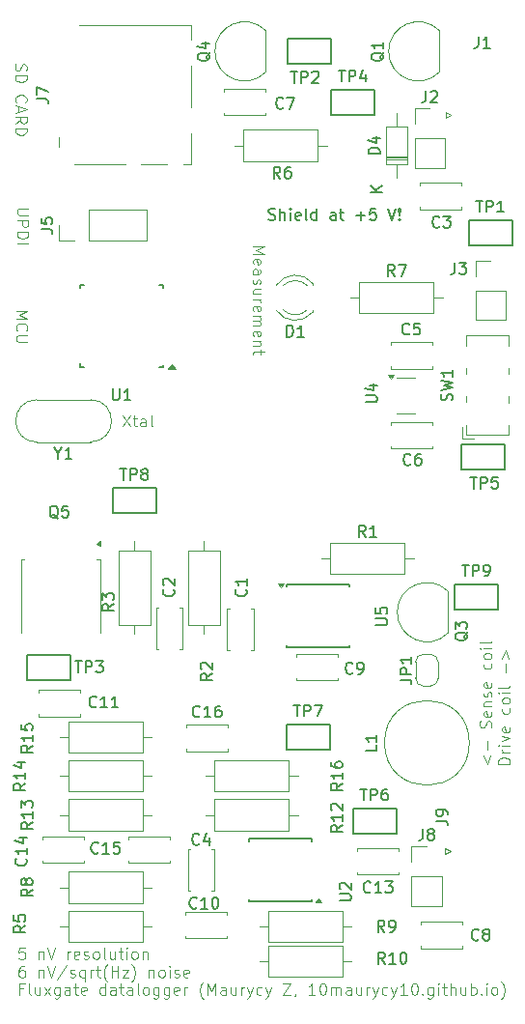
<source format=gbr>
%TF.GenerationSoftware,KiCad,Pcbnew,8.0.5*%
%TF.CreationDate,2024-10-24T17:31:16-06:00*%
%TF.ProjectId,fluxgate,666c7578-6761-4746-952e-6b696361645f,rev?*%
%TF.SameCoordinates,Original*%
%TF.FileFunction,Legend,Top*%
%TF.FilePolarity,Positive*%
%FSLAX46Y46*%
G04 Gerber Fmt 4.6, Leading zero omitted, Abs format (unit mm)*
G04 Created by KiCad (PCBNEW 8.0.5) date 2024-10-24 17:31:16*
%MOMM*%
%LPD*%
G01*
G04 APERTURE LIST*
%ADD10C,0.200000*%
%ADD11C,0.100000*%
%ADD12C,0.150000*%
%ADD13C,0.120000*%
G04 APERTURE END LIST*
D10*
X176115454Y-47749400D02*
X176258311Y-47797019D01*
X176258311Y-47797019D02*
X176496406Y-47797019D01*
X176496406Y-47797019D02*
X176591644Y-47749400D01*
X176591644Y-47749400D02*
X176639263Y-47701780D01*
X176639263Y-47701780D02*
X176686882Y-47606542D01*
X176686882Y-47606542D02*
X176686882Y-47511304D01*
X176686882Y-47511304D02*
X176639263Y-47416066D01*
X176639263Y-47416066D02*
X176591644Y-47368447D01*
X176591644Y-47368447D02*
X176496406Y-47320828D01*
X176496406Y-47320828D02*
X176305930Y-47273209D01*
X176305930Y-47273209D02*
X176210692Y-47225590D01*
X176210692Y-47225590D02*
X176163073Y-47177971D01*
X176163073Y-47177971D02*
X176115454Y-47082733D01*
X176115454Y-47082733D02*
X176115454Y-46987495D01*
X176115454Y-46987495D02*
X176163073Y-46892257D01*
X176163073Y-46892257D02*
X176210692Y-46844638D01*
X176210692Y-46844638D02*
X176305930Y-46797019D01*
X176305930Y-46797019D02*
X176544025Y-46797019D01*
X176544025Y-46797019D02*
X176686882Y-46844638D01*
X177115454Y-47797019D02*
X177115454Y-46797019D01*
X177544025Y-47797019D02*
X177544025Y-47273209D01*
X177544025Y-47273209D02*
X177496406Y-47177971D01*
X177496406Y-47177971D02*
X177401168Y-47130352D01*
X177401168Y-47130352D02*
X177258311Y-47130352D01*
X177258311Y-47130352D02*
X177163073Y-47177971D01*
X177163073Y-47177971D02*
X177115454Y-47225590D01*
X178020216Y-47797019D02*
X178020216Y-47130352D01*
X178020216Y-46797019D02*
X177972597Y-46844638D01*
X177972597Y-46844638D02*
X178020216Y-46892257D01*
X178020216Y-46892257D02*
X178067835Y-46844638D01*
X178067835Y-46844638D02*
X178020216Y-46797019D01*
X178020216Y-46797019D02*
X178020216Y-46892257D01*
X178877358Y-47749400D02*
X178782120Y-47797019D01*
X178782120Y-47797019D02*
X178591644Y-47797019D01*
X178591644Y-47797019D02*
X178496406Y-47749400D01*
X178496406Y-47749400D02*
X178448787Y-47654161D01*
X178448787Y-47654161D02*
X178448787Y-47273209D01*
X178448787Y-47273209D02*
X178496406Y-47177971D01*
X178496406Y-47177971D02*
X178591644Y-47130352D01*
X178591644Y-47130352D02*
X178782120Y-47130352D01*
X178782120Y-47130352D02*
X178877358Y-47177971D01*
X178877358Y-47177971D02*
X178924977Y-47273209D01*
X178924977Y-47273209D02*
X178924977Y-47368447D01*
X178924977Y-47368447D02*
X178448787Y-47463685D01*
X179496406Y-47797019D02*
X179401168Y-47749400D01*
X179401168Y-47749400D02*
X179353549Y-47654161D01*
X179353549Y-47654161D02*
X179353549Y-46797019D01*
X180305930Y-47797019D02*
X180305930Y-46797019D01*
X180305930Y-47749400D02*
X180210692Y-47797019D01*
X180210692Y-47797019D02*
X180020216Y-47797019D01*
X180020216Y-47797019D02*
X179924978Y-47749400D01*
X179924978Y-47749400D02*
X179877359Y-47701780D01*
X179877359Y-47701780D02*
X179829740Y-47606542D01*
X179829740Y-47606542D02*
X179829740Y-47320828D01*
X179829740Y-47320828D02*
X179877359Y-47225590D01*
X179877359Y-47225590D02*
X179924978Y-47177971D01*
X179924978Y-47177971D02*
X180020216Y-47130352D01*
X180020216Y-47130352D02*
X180210692Y-47130352D01*
X180210692Y-47130352D02*
X180305930Y-47177971D01*
X181972597Y-47797019D02*
X181972597Y-47273209D01*
X181972597Y-47273209D02*
X181924978Y-47177971D01*
X181924978Y-47177971D02*
X181829740Y-47130352D01*
X181829740Y-47130352D02*
X181639264Y-47130352D01*
X181639264Y-47130352D02*
X181544026Y-47177971D01*
X181972597Y-47749400D02*
X181877359Y-47797019D01*
X181877359Y-47797019D02*
X181639264Y-47797019D01*
X181639264Y-47797019D02*
X181544026Y-47749400D01*
X181544026Y-47749400D02*
X181496407Y-47654161D01*
X181496407Y-47654161D02*
X181496407Y-47558923D01*
X181496407Y-47558923D02*
X181544026Y-47463685D01*
X181544026Y-47463685D02*
X181639264Y-47416066D01*
X181639264Y-47416066D02*
X181877359Y-47416066D01*
X181877359Y-47416066D02*
X181972597Y-47368447D01*
X182305931Y-47130352D02*
X182686883Y-47130352D01*
X182448788Y-46797019D02*
X182448788Y-47654161D01*
X182448788Y-47654161D02*
X182496407Y-47749400D01*
X182496407Y-47749400D02*
X182591645Y-47797019D01*
X182591645Y-47797019D02*
X182686883Y-47797019D01*
X183782122Y-47416066D02*
X184544027Y-47416066D01*
X184163074Y-47797019D02*
X184163074Y-47035114D01*
X185496407Y-46797019D02*
X185020217Y-46797019D01*
X185020217Y-46797019D02*
X184972598Y-47273209D01*
X184972598Y-47273209D02*
X185020217Y-47225590D01*
X185020217Y-47225590D02*
X185115455Y-47177971D01*
X185115455Y-47177971D02*
X185353550Y-47177971D01*
X185353550Y-47177971D02*
X185448788Y-47225590D01*
X185448788Y-47225590D02*
X185496407Y-47273209D01*
X185496407Y-47273209D02*
X185544026Y-47368447D01*
X185544026Y-47368447D02*
X185544026Y-47606542D01*
X185544026Y-47606542D02*
X185496407Y-47701780D01*
X185496407Y-47701780D02*
X185448788Y-47749400D01*
X185448788Y-47749400D02*
X185353550Y-47797019D01*
X185353550Y-47797019D02*
X185115455Y-47797019D01*
X185115455Y-47797019D02*
X185020217Y-47749400D01*
X185020217Y-47749400D02*
X184972598Y-47701780D01*
X186591646Y-46797019D02*
X186924979Y-47797019D01*
X186924979Y-47797019D02*
X187258312Y-46797019D01*
X187591646Y-47701780D02*
X187639265Y-47749400D01*
X187639265Y-47749400D02*
X187591646Y-47797019D01*
X187591646Y-47797019D02*
X187544027Y-47749400D01*
X187544027Y-47749400D02*
X187591646Y-47701780D01*
X187591646Y-47701780D02*
X187591646Y-47797019D01*
X187591646Y-47416066D02*
X187544027Y-46844638D01*
X187544027Y-46844638D02*
X187591646Y-46797019D01*
X187591646Y-46797019D02*
X187639265Y-46844638D01*
X187639265Y-46844638D02*
X187591646Y-47416066D01*
X187591646Y-47416066D02*
X187591646Y-46797019D01*
D11*
X163276646Y-64887019D02*
X163943312Y-65887019D01*
X163943312Y-64887019D02*
X163276646Y-65887019D01*
X164181408Y-65220352D02*
X164562360Y-65220352D01*
X164324265Y-64887019D02*
X164324265Y-65744161D01*
X164324265Y-65744161D02*
X164371884Y-65839400D01*
X164371884Y-65839400D02*
X164467122Y-65887019D01*
X164467122Y-65887019D02*
X164562360Y-65887019D01*
X165324265Y-65887019D02*
X165324265Y-65363209D01*
X165324265Y-65363209D02*
X165276646Y-65267971D01*
X165276646Y-65267971D02*
X165181408Y-65220352D01*
X165181408Y-65220352D02*
X164990932Y-65220352D01*
X164990932Y-65220352D02*
X164895694Y-65267971D01*
X165324265Y-65839400D02*
X165229027Y-65887019D01*
X165229027Y-65887019D02*
X164990932Y-65887019D01*
X164990932Y-65887019D02*
X164895694Y-65839400D01*
X164895694Y-65839400D02*
X164848075Y-65744161D01*
X164848075Y-65744161D02*
X164848075Y-65648923D01*
X164848075Y-65648923D02*
X164895694Y-65553685D01*
X164895694Y-65553685D02*
X164990932Y-65506066D01*
X164990932Y-65506066D02*
X165229027Y-65506066D01*
X165229027Y-65506066D02*
X165324265Y-65458447D01*
X165943313Y-65887019D02*
X165848075Y-65839400D01*
X165848075Y-65839400D02*
X165800456Y-65744161D01*
X165800456Y-65744161D02*
X165800456Y-64887019D01*
X153921400Y-34139865D02*
X153873780Y-34282722D01*
X153873780Y-34282722D02*
X153873780Y-34520817D01*
X153873780Y-34520817D02*
X153921400Y-34616055D01*
X153921400Y-34616055D02*
X153969019Y-34663674D01*
X153969019Y-34663674D02*
X154064257Y-34711293D01*
X154064257Y-34711293D02*
X154159495Y-34711293D01*
X154159495Y-34711293D02*
X154254733Y-34663674D01*
X154254733Y-34663674D02*
X154302352Y-34616055D01*
X154302352Y-34616055D02*
X154349971Y-34520817D01*
X154349971Y-34520817D02*
X154397590Y-34330341D01*
X154397590Y-34330341D02*
X154445209Y-34235103D01*
X154445209Y-34235103D02*
X154492828Y-34187484D01*
X154492828Y-34187484D02*
X154588066Y-34139865D01*
X154588066Y-34139865D02*
X154683304Y-34139865D01*
X154683304Y-34139865D02*
X154778542Y-34187484D01*
X154778542Y-34187484D02*
X154826161Y-34235103D01*
X154826161Y-34235103D02*
X154873780Y-34330341D01*
X154873780Y-34330341D02*
X154873780Y-34568436D01*
X154873780Y-34568436D02*
X154826161Y-34711293D01*
X153873780Y-35139865D02*
X154873780Y-35139865D01*
X154873780Y-35139865D02*
X154873780Y-35377960D01*
X154873780Y-35377960D02*
X154826161Y-35520817D01*
X154826161Y-35520817D02*
X154730923Y-35616055D01*
X154730923Y-35616055D02*
X154635685Y-35663674D01*
X154635685Y-35663674D02*
X154445209Y-35711293D01*
X154445209Y-35711293D02*
X154302352Y-35711293D01*
X154302352Y-35711293D02*
X154111876Y-35663674D01*
X154111876Y-35663674D02*
X154016638Y-35616055D01*
X154016638Y-35616055D02*
X153921400Y-35520817D01*
X153921400Y-35520817D02*
X153873780Y-35377960D01*
X153873780Y-35377960D02*
X153873780Y-35139865D01*
X153969019Y-37473198D02*
X153921400Y-37425579D01*
X153921400Y-37425579D02*
X153873780Y-37282722D01*
X153873780Y-37282722D02*
X153873780Y-37187484D01*
X153873780Y-37187484D02*
X153921400Y-37044627D01*
X153921400Y-37044627D02*
X154016638Y-36949389D01*
X154016638Y-36949389D02*
X154111876Y-36901770D01*
X154111876Y-36901770D02*
X154302352Y-36854151D01*
X154302352Y-36854151D02*
X154445209Y-36854151D01*
X154445209Y-36854151D02*
X154635685Y-36901770D01*
X154635685Y-36901770D02*
X154730923Y-36949389D01*
X154730923Y-36949389D02*
X154826161Y-37044627D01*
X154826161Y-37044627D02*
X154873780Y-37187484D01*
X154873780Y-37187484D02*
X154873780Y-37282722D01*
X154873780Y-37282722D02*
X154826161Y-37425579D01*
X154826161Y-37425579D02*
X154778542Y-37473198D01*
X154159495Y-37854151D02*
X154159495Y-38330341D01*
X153873780Y-37758913D02*
X154873780Y-38092246D01*
X154873780Y-38092246D02*
X153873780Y-38425579D01*
X153873780Y-39330341D02*
X154349971Y-38997008D01*
X153873780Y-38758913D02*
X154873780Y-38758913D01*
X154873780Y-38758913D02*
X154873780Y-39139865D01*
X154873780Y-39139865D02*
X154826161Y-39235103D01*
X154826161Y-39235103D02*
X154778542Y-39282722D01*
X154778542Y-39282722D02*
X154683304Y-39330341D01*
X154683304Y-39330341D02*
X154540447Y-39330341D01*
X154540447Y-39330341D02*
X154445209Y-39282722D01*
X154445209Y-39282722D02*
X154397590Y-39235103D01*
X154397590Y-39235103D02*
X154349971Y-39139865D01*
X154349971Y-39139865D02*
X154349971Y-38758913D01*
X153873780Y-39758913D02*
X154873780Y-39758913D01*
X154873780Y-39758913D02*
X154873780Y-39997008D01*
X154873780Y-39997008D02*
X154826161Y-40139865D01*
X154826161Y-40139865D02*
X154730923Y-40235103D01*
X154730923Y-40235103D02*
X154635685Y-40282722D01*
X154635685Y-40282722D02*
X154445209Y-40330341D01*
X154445209Y-40330341D02*
X154302352Y-40330341D01*
X154302352Y-40330341D02*
X154111876Y-40282722D01*
X154111876Y-40282722D02*
X154016638Y-40235103D01*
X154016638Y-40235103D02*
X153921400Y-40139865D01*
X153921400Y-40139865D02*
X153873780Y-39997008D01*
X153873780Y-39997008D02*
X153873780Y-39758913D01*
X153949980Y-55777484D02*
X154949980Y-55777484D01*
X154949980Y-55777484D02*
X154235695Y-56110817D01*
X154235695Y-56110817D02*
X154949980Y-56444150D01*
X154949980Y-56444150D02*
X153949980Y-56444150D01*
X154045219Y-57491769D02*
X153997600Y-57444150D01*
X153997600Y-57444150D02*
X153949980Y-57301293D01*
X153949980Y-57301293D02*
X153949980Y-57206055D01*
X153949980Y-57206055D02*
X153997600Y-57063198D01*
X153997600Y-57063198D02*
X154092838Y-56967960D01*
X154092838Y-56967960D02*
X154188076Y-56920341D01*
X154188076Y-56920341D02*
X154378552Y-56872722D01*
X154378552Y-56872722D02*
X154521409Y-56872722D01*
X154521409Y-56872722D02*
X154711885Y-56920341D01*
X154711885Y-56920341D02*
X154807123Y-56967960D01*
X154807123Y-56967960D02*
X154902361Y-57063198D01*
X154902361Y-57063198D02*
X154949980Y-57206055D01*
X154949980Y-57206055D02*
X154949980Y-57301293D01*
X154949980Y-57301293D02*
X154902361Y-57444150D01*
X154902361Y-57444150D02*
X154854742Y-57491769D01*
X154949980Y-57920341D02*
X154140457Y-57920341D01*
X154140457Y-57920341D02*
X154045219Y-57967960D01*
X154045219Y-57967960D02*
X153997600Y-58015579D01*
X153997600Y-58015579D02*
X153949980Y-58110817D01*
X153949980Y-58110817D02*
X153949980Y-58301293D01*
X153949980Y-58301293D02*
X153997600Y-58396531D01*
X153997600Y-58396531D02*
X154045219Y-58444150D01*
X154045219Y-58444150D02*
X154140457Y-58491769D01*
X154140457Y-58491769D02*
X154949980Y-58491769D01*
X155026180Y-46785884D02*
X154216657Y-46785884D01*
X154216657Y-46785884D02*
X154121419Y-46833503D01*
X154121419Y-46833503D02*
X154073800Y-46881122D01*
X154073800Y-46881122D02*
X154026180Y-46976360D01*
X154026180Y-46976360D02*
X154026180Y-47166836D01*
X154026180Y-47166836D02*
X154073800Y-47262074D01*
X154073800Y-47262074D02*
X154121419Y-47309693D01*
X154121419Y-47309693D02*
X154216657Y-47357312D01*
X154216657Y-47357312D02*
X155026180Y-47357312D01*
X154026180Y-47833503D02*
X155026180Y-47833503D01*
X155026180Y-47833503D02*
X155026180Y-48214455D01*
X155026180Y-48214455D02*
X154978561Y-48309693D01*
X154978561Y-48309693D02*
X154930942Y-48357312D01*
X154930942Y-48357312D02*
X154835704Y-48404931D01*
X154835704Y-48404931D02*
X154692847Y-48404931D01*
X154692847Y-48404931D02*
X154597609Y-48357312D01*
X154597609Y-48357312D02*
X154549990Y-48309693D01*
X154549990Y-48309693D02*
X154502371Y-48214455D01*
X154502371Y-48214455D02*
X154502371Y-47833503D01*
X154026180Y-48833503D02*
X155026180Y-48833503D01*
X155026180Y-48833503D02*
X155026180Y-49071598D01*
X155026180Y-49071598D02*
X154978561Y-49214455D01*
X154978561Y-49214455D02*
X154883323Y-49309693D01*
X154883323Y-49309693D02*
X154788085Y-49357312D01*
X154788085Y-49357312D02*
X154597609Y-49404931D01*
X154597609Y-49404931D02*
X154454752Y-49404931D01*
X154454752Y-49404931D02*
X154264276Y-49357312D01*
X154264276Y-49357312D02*
X154169038Y-49309693D01*
X154169038Y-49309693D02*
X154073800Y-49214455D01*
X154073800Y-49214455D02*
X154026180Y-49071598D01*
X154026180Y-49071598D02*
X154026180Y-48833503D01*
X154026180Y-49833503D02*
X155026180Y-49833503D01*
X194979208Y-94717611D02*
X195264922Y-95479515D01*
X195264922Y-95479515D02*
X195550636Y-94717611D01*
X195264922Y-94241420D02*
X195264922Y-93479516D01*
X195598256Y-92289039D02*
X195645875Y-92146182D01*
X195645875Y-92146182D02*
X195645875Y-91908087D01*
X195645875Y-91908087D02*
X195598256Y-91812849D01*
X195598256Y-91812849D02*
X195550636Y-91765230D01*
X195550636Y-91765230D02*
X195455398Y-91717611D01*
X195455398Y-91717611D02*
X195360160Y-91717611D01*
X195360160Y-91717611D02*
X195264922Y-91765230D01*
X195264922Y-91765230D02*
X195217303Y-91812849D01*
X195217303Y-91812849D02*
X195169684Y-91908087D01*
X195169684Y-91908087D02*
X195122065Y-92098563D01*
X195122065Y-92098563D02*
X195074446Y-92193801D01*
X195074446Y-92193801D02*
X195026827Y-92241420D01*
X195026827Y-92241420D02*
X194931589Y-92289039D01*
X194931589Y-92289039D02*
X194836351Y-92289039D01*
X194836351Y-92289039D02*
X194741113Y-92241420D01*
X194741113Y-92241420D02*
X194693494Y-92193801D01*
X194693494Y-92193801D02*
X194645875Y-92098563D01*
X194645875Y-92098563D02*
X194645875Y-91860468D01*
X194645875Y-91860468D02*
X194693494Y-91717611D01*
X195598256Y-90908087D02*
X195645875Y-91003325D01*
X195645875Y-91003325D02*
X195645875Y-91193801D01*
X195645875Y-91193801D02*
X195598256Y-91289039D01*
X195598256Y-91289039D02*
X195503017Y-91336658D01*
X195503017Y-91336658D02*
X195122065Y-91336658D01*
X195122065Y-91336658D02*
X195026827Y-91289039D01*
X195026827Y-91289039D02*
X194979208Y-91193801D01*
X194979208Y-91193801D02*
X194979208Y-91003325D01*
X194979208Y-91003325D02*
X195026827Y-90908087D01*
X195026827Y-90908087D02*
X195122065Y-90860468D01*
X195122065Y-90860468D02*
X195217303Y-90860468D01*
X195217303Y-90860468D02*
X195312541Y-91336658D01*
X194979208Y-90431896D02*
X195645875Y-90431896D01*
X195074446Y-90431896D02*
X195026827Y-90384277D01*
X195026827Y-90384277D02*
X194979208Y-90289039D01*
X194979208Y-90289039D02*
X194979208Y-90146182D01*
X194979208Y-90146182D02*
X195026827Y-90050944D01*
X195026827Y-90050944D02*
X195122065Y-90003325D01*
X195122065Y-90003325D02*
X195645875Y-90003325D01*
X195598256Y-89574753D02*
X195645875Y-89479515D01*
X195645875Y-89479515D02*
X195645875Y-89289039D01*
X195645875Y-89289039D02*
X195598256Y-89193801D01*
X195598256Y-89193801D02*
X195503017Y-89146182D01*
X195503017Y-89146182D02*
X195455398Y-89146182D01*
X195455398Y-89146182D02*
X195360160Y-89193801D01*
X195360160Y-89193801D02*
X195312541Y-89289039D01*
X195312541Y-89289039D02*
X195312541Y-89431896D01*
X195312541Y-89431896D02*
X195264922Y-89527134D01*
X195264922Y-89527134D02*
X195169684Y-89574753D01*
X195169684Y-89574753D02*
X195122065Y-89574753D01*
X195122065Y-89574753D02*
X195026827Y-89527134D01*
X195026827Y-89527134D02*
X194979208Y-89431896D01*
X194979208Y-89431896D02*
X194979208Y-89289039D01*
X194979208Y-89289039D02*
X195026827Y-89193801D01*
X195598256Y-88336658D02*
X195645875Y-88431896D01*
X195645875Y-88431896D02*
X195645875Y-88622372D01*
X195645875Y-88622372D02*
X195598256Y-88717610D01*
X195598256Y-88717610D02*
X195503017Y-88765229D01*
X195503017Y-88765229D02*
X195122065Y-88765229D01*
X195122065Y-88765229D02*
X195026827Y-88717610D01*
X195026827Y-88717610D02*
X194979208Y-88622372D01*
X194979208Y-88622372D02*
X194979208Y-88431896D01*
X194979208Y-88431896D02*
X195026827Y-88336658D01*
X195026827Y-88336658D02*
X195122065Y-88289039D01*
X195122065Y-88289039D02*
X195217303Y-88289039D01*
X195217303Y-88289039D02*
X195312541Y-88765229D01*
X195598256Y-86669991D02*
X195645875Y-86765229D01*
X195645875Y-86765229D02*
X195645875Y-86955705D01*
X195645875Y-86955705D02*
X195598256Y-87050943D01*
X195598256Y-87050943D02*
X195550636Y-87098562D01*
X195550636Y-87098562D02*
X195455398Y-87146181D01*
X195455398Y-87146181D02*
X195169684Y-87146181D01*
X195169684Y-87146181D02*
X195074446Y-87098562D01*
X195074446Y-87098562D02*
X195026827Y-87050943D01*
X195026827Y-87050943D02*
X194979208Y-86955705D01*
X194979208Y-86955705D02*
X194979208Y-86765229D01*
X194979208Y-86765229D02*
X195026827Y-86669991D01*
X195645875Y-86098562D02*
X195598256Y-86193800D01*
X195598256Y-86193800D02*
X195550636Y-86241419D01*
X195550636Y-86241419D02*
X195455398Y-86289038D01*
X195455398Y-86289038D02*
X195169684Y-86289038D01*
X195169684Y-86289038D02*
X195074446Y-86241419D01*
X195074446Y-86241419D02*
X195026827Y-86193800D01*
X195026827Y-86193800D02*
X194979208Y-86098562D01*
X194979208Y-86098562D02*
X194979208Y-85955705D01*
X194979208Y-85955705D02*
X195026827Y-85860467D01*
X195026827Y-85860467D02*
X195074446Y-85812848D01*
X195074446Y-85812848D02*
X195169684Y-85765229D01*
X195169684Y-85765229D02*
X195455398Y-85765229D01*
X195455398Y-85765229D02*
X195550636Y-85812848D01*
X195550636Y-85812848D02*
X195598256Y-85860467D01*
X195598256Y-85860467D02*
X195645875Y-85955705D01*
X195645875Y-85955705D02*
X195645875Y-86098562D01*
X195645875Y-85336657D02*
X194979208Y-85336657D01*
X194645875Y-85336657D02*
X194693494Y-85384276D01*
X194693494Y-85384276D02*
X194741113Y-85336657D01*
X194741113Y-85336657D02*
X194693494Y-85289038D01*
X194693494Y-85289038D02*
X194645875Y-85336657D01*
X194645875Y-85336657D02*
X194741113Y-85336657D01*
X195645875Y-84717610D02*
X195598256Y-84812848D01*
X195598256Y-84812848D02*
X195503017Y-84860467D01*
X195503017Y-84860467D02*
X194645875Y-84860467D01*
X197255819Y-95479515D02*
X196255819Y-95479515D01*
X196255819Y-95479515D02*
X196255819Y-95241420D01*
X196255819Y-95241420D02*
X196303438Y-95098563D01*
X196303438Y-95098563D02*
X196398676Y-95003325D01*
X196398676Y-95003325D02*
X196493914Y-94955706D01*
X196493914Y-94955706D02*
X196684390Y-94908087D01*
X196684390Y-94908087D02*
X196827247Y-94908087D01*
X196827247Y-94908087D02*
X197017723Y-94955706D01*
X197017723Y-94955706D02*
X197112961Y-95003325D01*
X197112961Y-95003325D02*
X197208200Y-95098563D01*
X197208200Y-95098563D02*
X197255819Y-95241420D01*
X197255819Y-95241420D02*
X197255819Y-95479515D01*
X197255819Y-94479515D02*
X196589152Y-94479515D01*
X196779628Y-94479515D02*
X196684390Y-94431896D01*
X196684390Y-94431896D02*
X196636771Y-94384277D01*
X196636771Y-94384277D02*
X196589152Y-94289039D01*
X196589152Y-94289039D02*
X196589152Y-94193801D01*
X197255819Y-93860467D02*
X196589152Y-93860467D01*
X196255819Y-93860467D02*
X196303438Y-93908086D01*
X196303438Y-93908086D02*
X196351057Y-93860467D01*
X196351057Y-93860467D02*
X196303438Y-93812848D01*
X196303438Y-93812848D02*
X196255819Y-93860467D01*
X196255819Y-93860467D02*
X196351057Y-93860467D01*
X196589152Y-93479515D02*
X197255819Y-93241420D01*
X197255819Y-93241420D02*
X196589152Y-93003325D01*
X197208200Y-92241420D02*
X197255819Y-92336658D01*
X197255819Y-92336658D02*
X197255819Y-92527134D01*
X197255819Y-92527134D02*
X197208200Y-92622372D01*
X197208200Y-92622372D02*
X197112961Y-92669991D01*
X197112961Y-92669991D02*
X196732009Y-92669991D01*
X196732009Y-92669991D02*
X196636771Y-92622372D01*
X196636771Y-92622372D02*
X196589152Y-92527134D01*
X196589152Y-92527134D02*
X196589152Y-92336658D01*
X196589152Y-92336658D02*
X196636771Y-92241420D01*
X196636771Y-92241420D02*
X196732009Y-92193801D01*
X196732009Y-92193801D02*
X196827247Y-92193801D01*
X196827247Y-92193801D02*
X196922485Y-92669991D01*
X197208200Y-90574753D02*
X197255819Y-90669991D01*
X197255819Y-90669991D02*
X197255819Y-90860467D01*
X197255819Y-90860467D02*
X197208200Y-90955705D01*
X197208200Y-90955705D02*
X197160580Y-91003324D01*
X197160580Y-91003324D02*
X197065342Y-91050943D01*
X197065342Y-91050943D02*
X196779628Y-91050943D01*
X196779628Y-91050943D02*
X196684390Y-91003324D01*
X196684390Y-91003324D02*
X196636771Y-90955705D01*
X196636771Y-90955705D02*
X196589152Y-90860467D01*
X196589152Y-90860467D02*
X196589152Y-90669991D01*
X196589152Y-90669991D02*
X196636771Y-90574753D01*
X197255819Y-90003324D02*
X197208200Y-90098562D01*
X197208200Y-90098562D02*
X197160580Y-90146181D01*
X197160580Y-90146181D02*
X197065342Y-90193800D01*
X197065342Y-90193800D02*
X196779628Y-90193800D01*
X196779628Y-90193800D02*
X196684390Y-90146181D01*
X196684390Y-90146181D02*
X196636771Y-90098562D01*
X196636771Y-90098562D02*
X196589152Y-90003324D01*
X196589152Y-90003324D02*
X196589152Y-89860467D01*
X196589152Y-89860467D02*
X196636771Y-89765229D01*
X196636771Y-89765229D02*
X196684390Y-89717610D01*
X196684390Y-89717610D02*
X196779628Y-89669991D01*
X196779628Y-89669991D02*
X197065342Y-89669991D01*
X197065342Y-89669991D02*
X197160580Y-89717610D01*
X197160580Y-89717610D02*
X197208200Y-89765229D01*
X197208200Y-89765229D02*
X197255819Y-89860467D01*
X197255819Y-89860467D02*
X197255819Y-90003324D01*
X197255819Y-89241419D02*
X196589152Y-89241419D01*
X196255819Y-89241419D02*
X196303438Y-89289038D01*
X196303438Y-89289038D02*
X196351057Y-89241419D01*
X196351057Y-89241419D02*
X196303438Y-89193800D01*
X196303438Y-89193800D02*
X196255819Y-89241419D01*
X196255819Y-89241419D02*
X196351057Y-89241419D01*
X197255819Y-88622372D02*
X197208200Y-88717610D01*
X197208200Y-88717610D02*
X197112961Y-88765229D01*
X197112961Y-88765229D02*
X196255819Y-88765229D01*
X196874866Y-87479514D02*
X196874866Y-86717610D01*
X196589152Y-86241419D02*
X196874866Y-85479515D01*
X196874866Y-85479515D02*
X197160580Y-86241419D01*
X174727180Y-50138684D02*
X175727180Y-50138684D01*
X175727180Y-50138684D02*
X175012895Y-50472017D01*
X175012895Y-50472017D02*
X175727180Y-50805350D01*
X175727180Y-50805350D02*
X174727180Y-50805350D01*
X174774800Y-51662493D02*
X174727180Y-51567255D01*
X174727180Y-51567255D02*
X174727180Y-51376779D01*
X174727180Y-51376779D02*
X174774800Y-51281541D01*
X174774800Y-51281541D02*
X174870038Y-51233922D01*
X174870038Y-51233922D02*
X175250990Y-51233922D01*
X175250990Y-51233922D02*
X175346228Y-51281541D01*
X175346228Y-51281541D02*
X175393847Y-51376779D01*
X175393847Y-51376779D02*
X175393847Y-51567255D01*
X175393847Y-51567255D02*
X175346228Y-51662493D01*
X175346228Y-51662493D02*
X175250990Y-51710112D01*
X175250990Y-51710112D02*
X175155752Y-51710112D01*
X175155752Y-51710112D02*
X175060514Y-51233922D01*
X174727180Y-52567255D02*
X175250990Y-52567255D01*
X175250990Y-52567255D02*
X175346228Y-52519636D01*
X175346228Y-52519636D02*
X175393847Y-52424398D01*
X175393847Y-52424398D02*
X175393847Y-52233922D01*
X175393847Y-52233922D02*
X175346228Y-52138684D01*
X174774800Y-52567255D02*
X174727180Y-52472017D01*
X174727180Y-52472017D02*
X174727180Y-52233922D01*
X174727180Y-52233922D02*
X174774800Y-52138684D01*
X174774800Y-52138684D02*
X174870038Y-52091065D01*
X174870038Y-52091065D02*
X174965276Y-52091065D01*
X174965276Y-52091065D02*
X175060514Y-52138684D01*
X175060514Y-52138684D02*
X175108133Y-52233922D01*
X175108133Y-52233922D02*
X175108133Y-52472017D01*
X175108133Y-52472017D02*
X175155752Y-52567255D01*
X174774800Y-52995827D02*
X174727180Y-53091065D01*
X174727180Y-53091065D02*
X174727180Y-53281541D01*
X174727180Y-53281541D02*
X174774800Y-53376779D01*
X174774800Y-53376779D02*
X174870038Y-53424398D01*
X174870038Y-53424398D02*
X174917657Y-53424398D01*
X174917657Y-53424398D02*
X175012895Y-53376779D01*
X175012895Y-53376779D02*
X175060514Y-53281541D01*
X175060514Y-53281541D02*
X175060514Y-53138684D01*
X175060514Y-53138684D02*
X175108133Y-53043446D01*
X175108133Y-53043446D02*
X175203371Y-52995827D01*
X175203371Y-52995827D02*
X175250990Y-52995827D01*
X175250990Y-52995827D02*
X175346228Y-53043446D01*
X175346228Y-53043446D02*
X175393847Y-53138684D01*
X175393847Y-53138684D02*
X175393847Y-53281541D01*
X175393847Y-53281541D02*
X175346228Y-53376779D01*
X175393847Y-54281541D02*
X174727180Y-54281541D01*
X175393847Y-53852970D02*
X174870038Y-53852970D01*
X174870038Y-53852970D02*
X174774800Y-53900589D01*
X174774800Y-53900589D02*
X174727180Y-53995827D01*
X174727180Y-53995827D02*
X174727180Y-54138684D01*
X174727180Y-54138684D02*
X174774800Y-54233922D01*
X174774800Y-54233922D02*
X174822419Y-54281541D01*
X174727180Y-54757732D02*
X175393847Y-54757732D01*
X175203371Y-54757732D02*
X175298609Y-54805351D01*
X175298609Y-54805351D02*
X175346228Y-54852970D01*
X175346228Y-54852970D02*
X175393847Y-54948208D01*
X175393847Y-54948208D02*
X175393847Y-55043446D01*
X174774800Y-55757732D02*
X174727180Y-55662494D01*
X174727180Y-55662494D02*
X174727180Y-55472018D01*
X174727180Y-55472018D02*
X174774800Y-55376780D01*
X174774800Y-55376780D02*
X174870038Y-55329161D01*
X174870038Y-55329161D02*
X175250990Y-55329161D01*
X175250990Y-55329161D02*
X175346228Y-55376780D01*
X175346228Y-55376780D02*
X175393847Y-55472018D01*
X175393847Y-55472018D02*
X175393847Y-55662494D01*
X175393847Y-55662494D02*
X175346228Y-55757732D01*
X175346228Y-55757732D02*
X175250990Y-55805351D01*
X175250990Y-55805351D02*
X175155752Y-55805351D01*
X175155752Y-55805351D02*
X175060514Y-55329161D01*
X174727180Y-56233923D02*
X175393847Y-56233923D01*
X175298609Y-56233923D02*
X175346228Y-56281542D01*
X175346228Y-56281542D02*
X175393847Y-56376780D01*
X175393847Y-56376780D02*
X175393847Y-56519637D01*
X175393847Y-56519637D02*
X175346228Y-56614875D01*
X175346228Y-56614875D02*
X175250990Y-56662494D01*
X175250990Y-56662494D02*
X174727180Y-56662494D01*
X175250990Y-56662494D02*
X175346228Y-56710113D01*
X175346228Y-56710113D02*
X175393847Y-56805351D01*
X175393847Y-56805351D02*
X175393847Y-56948208D01*
X175393847Y-56948208D02*
X175346228Y-57043447D01*
X175346228Y-57043447D02*
X175250990Y-57091066D01*
X175250990Y-57091066D02*
X174727180Y-57091066D01*
X174774800Y-57948208D02*
X174727180Y-57852970D01*
X174727180Y-57852970D02*
X174727180Y-57662494D01*
X174727180Y-57662494D02*
X174774800Y-57567256D01*
X174774800Y-57567256D02*
X174870038Y-57519637D01*
X174870038Y-57519637D02*
X175250990Y-57519637D01*
X175250990Y-57519637D02*
X175346228Y-57567256D01*
X175346228Y-57567256D02*
X175393847Y-57662494D01*
X175393847Y-57662494D02*
X175393847Y-57852970D01*
X175393847Y-57852970D02*
X175346228Y-57948208D01*
X175346228Y-57948208D02*
X175250990Y-57995827D01*
X175250990Y-57995827D02*
X175155752Y-57995827D01*
X175155752Y-57995827D02*
X175060514Y-57519637D01*
X175393847Y-58424399D02*
X174727180Y-58424399D01*
X175298609Y-58424399D02*
X175346228Y-58472018D01*
X175346228Y-58472018D02*
X175393847Y-58567256D01*
X175393847Y-58567256D02*
X175393847Y-58710113D01*
X175393847Y-58710113D02*
X175346228Y-58805351D01*
X175346228Y-58805351D02*
X175250990Y-58852970D01*
X175250990Y-58852970D02*
X174727180Y-58852970D01*
X175393847Y-59186304D02*
X175393847Y-59567256D01*
X175727180Y-59329161D02*
X174870038Y-59329161D01*
X174870038Y-59329161D02*
X174774800Y-59376780D01*
X174774800Y-59376780D02*
X174727180Y-59472018D01*
X174727180Y-59472018D02*
X174727180Y-59567256D01*
X154561217Y-115172609D02*
X154227884Y-115172609D01*
X154227884Y-115696419D02*
X154227884Y-114696419D01*
X154227884Y-114696419D02*
X154704074Y-114696419D01*
X155227884Y-115696419D02*
X155132646Y-115648800D01*
X155132646Y-115648800D02*
X155085027Y-115553561D01*
X155085027Y-115553561D02*
X155085027Y-114696419D01*
X156037408Y-115029752D02*
X156037408Y-115696419D01*
X155608837Y-115029752D02*
X155608837Y-115553561D01*
X155608837Y-115553561D02*
X155656456Y-115648800D01*
X155656456Y-115648800D02*
X155751694Y-115696419D01*
X155751694Y-115696419D02*
X155894551Y-115696419D01*
X155894551Y-115696419D02*
X155989789Y-115648800D01*
X155989789Y-115648800D02*
X156037408Y-115601180D01*
X156418361Y-115696419D02*
X156942170Y-115029752D01*
X156418361Y-115029752D02*
X156942170Y-115696419D01*
X157751694Y-115029752D02*
X157751694Y-115839276D01*
X157751694Y-115839276D02*
X157704075Y-115934514D01*
X157704075Y-115934514D02*
X157656456Y-115982133D01*
X157656456Y-115982133D02*
X157561218Y-116029752D01*
X157561218Y-116029752D02*
X157418361Y-116029752D01*
X157418361Y-116029752D02*
X157323123Y-115982133D01*
X157751694Y-115648800D02*
X157656456Y-115696419D01*
X157656456Y-115696419D02*
X157465980Y-115696419D01*
X157465980Y-115696419D02*
X157370742Y-115648800D01*
X157370742Y-115648800D02*
X157323123Y-115601180D01*
X157323123Y-115601180D02*
X157275504Y-115505942D01*
X157275504Y-115505942D02*
X157275504Y-115220228D01*
X157275504Y-115220228D02*
X157323123Y-115124990D01*
X157323123Y-115124990D02*
X157370742Y-115077371D01*
X157370742Y-115077371D02*
X157465980Y-115029752D01*
X157465980Y-115029752D02*
X157656456Y-115029752D01*
X157656456Y-115029752D02*
X157751694Y-115077371D01*
X158656456Y-115696419D02*
X158656456Y-115172609D01*
X158656456Y-115172609D02*
X158608837Y-115077371D01*
X158608837Y-115077371D02*
X158513599Y-115029752D01*
X158513599Y-115029752D02*
X158323123Y-115029752D01*
X158323123Y-115029752D02*
X158227885Y-115077371D01*
X158656456Y-115648800D02*
X158561218Y-115696419D01*
X158561218Y-115696419D02*
X158323123Y-115696419D01*
X158323123Y-115696419D02*
X158227885Y-115648800D01*
X158227885Y-115648800D02*
X158180266Y-115553561D01*
X158180266Y-115553561D02*
X158180266Y-115458323D01*
X158180266Y-115458323D02*
X158227885Y-115363085D01*
X158227885Y-115363085D02*
X158323123Y-115315466D01*
X158323123Y-115315466D02*
X158561218Y-115315466D01*
X158561218Y-115315466D02*
X158656456Y-115267847D01*
X158989790Y-115029752D02*
X159370742Y-115029752D01*
X159132647Y-114696419D02*
X159132647Y-115553561D01*
X159132647Y-115553561D02*
X159180266Y-115648800D01*
X159180266Y-115648800D02*
X159275504Y-115696419D01*
X159275504Y-115696419D02*
X159370742Y-115696419D01*
X160085028Y-115648800D02*
X159989790Y-115696419D01*
X159989790Y-115696419D02*
X159799314Y-115696419D01*
X159799314Y-115696419D02*
X159704076Y-115648800D01*
X159704076Y-115648800D02*
X159656457Y-115553561D01*
X159656457Y-115553561D02*
X159656457Y-115172609D01*
X159656457Y-115172609D02*
X159704076Y-115077371D01*
X159704076Y-115077371D02*
X159799314Y-115029752D01*
X159799314Y-115029752D02*
X159989790Y-115029752D01*
X159989790Y-115029752D02*
X160085028Y-115077371D01*
X160085028Y-115077371D02*
X160132647Y-115172609D01*
X160132647Y-115172609D02*
X160132647Y-115267847D01*
X160132647Y-115267847D02*
X159656457Y-115363085D01*
X161751695Y-115696419D02*
X161751695Y-114696419D01*
X161751695Y-115648800D02*
X161656457Y-115696419D01*
X161656457Y-115696419D02*
X161465981Y-115696419D01*
X161465981Y-115696419D02*
X161370743Y-115648800D01*
X161370743Y-115648800D02*
X161323124Y-115601180D01*
X161323124Y-115601180D02*
X161275505Y-115505942D01*
X161275505Y-115505942D02*
X161275505Y-115220228D01*
X161275505Y-115220228D02*
X161323124Y-115124990D01*
X161323124Y-115124990D02*
X161370743Y-115077371D01*
X161370743Y-115077371D02*
X161465981Y-115029752D01*
X161465981Y-115029752D02*
X161656457Y-115029752D01*
X161656457Y-115029752D02*
X161751695Y-115077371D01*
X162656457Y-115696419D02*
X162656457Y-115172609D01*
X162656457Y-115172609D02*
X162608838Y-115077371D01*
X162608838Y-115077371D02*
X162513600Y-115029752D01*
X162513600Y-115029752D02*
X162323124Y-115029752D01*
X162323124Y-115029752D02*
X162227886Y-115077371D01*
X162656457Y-115648800D02*
X162561219Y-115696419D01*
X162561219Y-115696419D02*
X162323124Y-115696419D01*
X162323124Y-115696419D02*
X162227886Y-115648800D01*
X162227886Y-115648800D02*
X162180267Y-115553561D01*
X162180267Y-115553561D02*
X162180267Y-115458323D01*
X162180267Y-115458323D02*
X162227886Y-115363085D01*
X162227886Y-115363085D02*
X162323124Y-115315466D01*
X162323124Y-115315466D02*
X162561219Y-115315466D01*
X162561219Y-115315466D02*
X162656457Y-115267847D01*
X162989791Y-115029752D02*
X163370743Y-115029752D01*
X163132648Y-114696419D02*
X163132648Y-115553561D01*
X163132648Y-115553561D02*
X163180267Y-115648800D01*
X163180267Y-115648800D02*
X163275505Y-115696419D01*
X163275505Y-115696419D02*
X163370743Y-115696419D01*
X164132648Y-115696419D02*
X164132648Y-115172609D01*
X164132648Y-115172609D02*
X164085029Y-115077371D01*
X164085029Y-115077371D02*
X163989791Y-115029752D01*
X163989791Y-115029752D02*
X163799315Y-115029752D01*
X163799315Y-115029752D02*
X163704077Y-115077371D01*
X164132648Y-115648800D02*
X164037410Y-115696419D01*
X164037410Y-115696419D02*
X163799315Y-115696419D01*
X163799315Y-115696419D02*
X163704077Y-115648800D01*
X163704077Y-115648800D02*
X163656458Y-115553561D01*
X163656458Y-115553561D02*
X163656458Y-115458323D01*
X163656458Y-115458323D02*
X163704077Y-115363085D01*
X163704077Y-115363085D02*
X163799315Y-115315466D01*
X163799315Y-115315466D02*
X164037410Y-115315466D01*
X164037410Y-115315466D02*
X164132648Y-115267847D01*
X164751696Y-115696419D02*
X164656458Y-115648800D01*
X164656458Y-115648800D02*
X164608839Y-115553561D01*
X164608839Y-115553561D02*
X164608839Y-114696419D01*
X165275506Y-115696419D02*
X165180268Y-115648800D01*
X165180268Y-115648800D02*
X165132649Y-115601180D01*
X165132649Y-115601180D02*
X165085030Y-115505942D01*
X165085030Y-115505942D02*
X165085030Y-115220228D01*
X165085030Y-115220228D02*
X165132649Y-115124990D01*
X165132649Y-115124990D02*
X165180268Y-115077371D01*
X165180268Y-115077371D02*
X165275506Y-115029752D01*
X165275506Y-115029752D02*
X165418363Y-115029752D01*
X165418363Y-115029752D02*
X165513601Y-115077371D01*
X165513601Y-115077371D02*
X165561220Y-115124990D01*
X165561220Y-115124990D02*
X165608839Y-115220228D01*
X165608839Y-115220228D02*
X165608839Y-115505942D01*
X165608839Y-115505942D02*
X165561220Y-115601180D01*
X165561220Y-115601180D02*
X165513601Y-115648800D01*
X165513601Y-115648800D02*
X165418363Y-115696419D01*
X165418363Y-115696419D02*
X165275506Y-115696419D01*
X166465982Y-115029752D02*
X166465982Y-115839276D01*
X166465982Y-115839276D02*
X166418363Y-115934514D01*
X166418363Y-115934514D02*
X166370744Y-115982133D01*
X166370744Y-115982133D02*
X166275506Y-116029752D01*
X166275506Y-116029752D02*
X166132649Y-116029752D01*
X166132649Y-116029752D02*
X166037411Y-115982133D01*
X166465982Y-115648800D02*
X166370744Y-115696419D01*
X166370744Y-115696419D02*
X166180268Y-115696419D01*
X166180268Y-115696419D02*
X166085030Y-115648800D01*
X166085030Y-115648800D02*
X166037411Y-115601180D01*
X166037411Y-115601180D02*
X165989792Y-115505942D01*
X165989792Y-115505942D02*
X165989792Y-115220228D01*
X165989792Y-115220228D02*
X166037411Y-115124990D01*
X166037411Y-115124990D02*
X166085030Y-115077371D01*
X166085030Y-115077371D02*
X166180268Y-115029752D01*
X166180268Y-115029752D02*
X166370744Y-115029752D01*
X166370744Y-115029752D02*
X166465982Y-115077371D01*
X167370744Y-115029752D02*
X167370744Y-115839276D01*
X167370744Y-115839276D02*
X167323125Y-115934514D01*
X167323125Y-115934514D02*
X167275506Y-115982133D01*
X167275506Y-115982133D02*
X167180268Y-116029752D01*
X167180268Y-116029752D02*
X167037411Y-116029752D01*
X167037411Y-116029752D02*
X166942173Y-115982133D01*
X167370744Y-115648800D02*
X167275506Y-115696419D01*
X167275506Y-115696419D02*
X167085030Y-115696419D01*
X167085030Y-115696419D02*
X166989792Y-115648800D01*
X166989792Y-115648800D02*
X166942173Y-115601180D01*
X166942173Y-115601180D02*
X166894554Y-115505942D01*
X166894554Y-115505942D02*
X166894554Y-115220228D01*
X166894554Y-115220228D02*
X166942173Y-115124990D01*
X166942173Y-115124990D02*
X166989792Y-115077371D01*
X166989792Y-115077371D02*
X167085030Y-115029752D01*
X167085030Y-115029752D02*
X167275506Y-115029752D01*
X167275506Y-115029752D02*
X167370744Y-115077371D01*
X168227887Y-115648800D02*
X168132649Y-115696419D01*
X168132649Y-115696419D02*
X167942173Y-115696419D01*
X167942173Y-115696419D02*
X167846935Y-115648800D01*
X167846935Y-115648800D02*
X167799316Y-115553561D01*
X167799316Y-115553561D02*
X167799316Y-115172609D01*
X167799316Y-115172609D02*
X167846935Y-115077371D01*
X167846935Y-115077371D02*
X167942173Y-115029752D01*
X167942173Y-115029752D02*
X168132649Y-115029752D01*
X168132649Y-115029752D02*
X168227887Y-115077371D01*
X168227887Y-115077371D02*
X168275506Y-115172609D01*
X168275506Y-115172609D02*
X168275506Y-115267847D01*
X168275506Y-115267847D02*
X167799316Y-115363085D01*
X168704078Y-115696419D02*
X168704078Y-115029752D01*
X168704078Y-115220228D02*
X168751697Y-115124990D01*
X168751697Y-115124990D02*
X168799316Y-115077371D01*
X168799316Y-115077371D02*
X168894554Y-115029752D01*
X168894554Y-115029752D02*
X168989792Y-115029752D01*
X170370745Y-116077371D02*
X170323126Y-116029752D01*
X170323126Y-116029752D02*
X170227888Y-115886895D01*
X170227888Y-115886895D02*
X170180269Y-115791657D01*
X170180269Y-115791657D02*
X170132650Y-115648800D01*
X170132650Y-115648800D02*
X170085031Y-115410704D01*
X170085031Y-115410704D02*
X170085031Y-115220228D01*
X170085031Y-115220228D02*
X170132650Y-114982133D01*
X170132650Y-114982133D02*
X170180269Y-114839276D01*
X170180269Y-114839276D02*
X170227888Y-114744038D01*
X170227888Y-114744038D02*
X170323126Y-114601180D01*
X170323126Y-114601180D02*
X170370745Y-114553561D01*
X170751698Y-115696419D02*
X170751698Y-114696419D01*
X170751698Y-114696419D02*
X171085031Y-115410704D01*
X171085031Y-115410704D02*
X171418364Y-114696419D01*
X171418364Y-114696419D02*
X171418364Y-115696419D01*
X172323126Y-115696419D02*
X172323126Y-115172609D01*
X172323126Y-115172609D02*
X172275507Y-115077371D01*
X172275507Y-115077371D02*
X172180269Y-115029752D01*
X172180269Y-115029752D02*
X171989793Y-115029752D01*
X171989793Y-115029752D02*
X171894555Y-115077371D01*
X172323126Y-115648800D02*
X172227888Y-115696419D01*
X172227888Y-115696419D02*
X171989793Y-115696419D01*
X171989793Y-115696419D02*
X171894555Y-115648800D01*
X171894555Y-115648800D02*
X171846936Y-115553561D01*
X171846936Y-115553561D02*
X171846936Y-115458323D01*
X171846936Y-115458323D02*
X171894555Y-115363085D01*
X171894555Y-115363085D02*
X171989793Y-115315466D01*
X171989793Y-115315466D02*
X172227888Y-115315466D01*
X172227888Y-115315466D02*
X172323126Y-115267847D01*
X173227888Y-115029752D02*
X173227888Y-115696419D01*
X172799317Y-115029752D02*
X172799317Y-115553561D01*
X172799317Y-115553561D02*
X172846936Y-115648800D01*
X172846936Y-115648800D02*
X172942174Y-115696419D01*
X172942174Y-115696419D02*
X173085031Y-115696419D01*
X173085031Y-115696419D02*
X173180269Y-115648800D01*
X173180269Y-115648800D02*
X173227888Y-115601180D01*
X173704079Y-115696419D02*
X173704079Y-115029752D01*
X173704079Y-115220228D02*
X173751698Y-115124990D01*
X173751698Y-115124990D02*
X173799317Y-115077371D01*
X173799317Y-115077371D02*
X173894555Y-115029752D01*
X173894555Y-115029752D02*
X173989793Y-115029752D01*
X174227889Y-115029752D02*
X174465984Y-115696419D01*
X174704079Y-115029752D02*
X174465984Y-115696419D01*
X174465984Y-115696419D02*
X174370746Y-115934514D01*
X174370746Y-115934514D02*
X174323127Y-115982133D01*
X174323127Y-115982133D02*
X174227889Y-116029752D01*
X175513603Y-115648800D02*
X175418365Y-115696419D01*
X175418365Y-115696419D02*
X175227889Y-115696419D01*
X175227889Y-115696419D02*
X175132651Y-115648800D01*
X175132651Y-115648800D02*
X175085032Y-115601180D01*
X175085032Y-115601180D02*
X175037413Y-115505942D01*
X175037413Y-115505942D02*
X175037413Y-115220228D01*
X175037413Y-115220228D02*
X175085032Y-115124990D01*
X175085032Y-115124990D02*
X175132651Y-115077371D01*
X175132651Y-115077371D02*
X175227889Y-115029752D01*
X175227889Y-115029752D02*
X175418365Y-115029752D01*
X175418365Y-115029752D02*
X175513603Y-115077371D01*
X175846937Y-115029752D02*
X176085032Y-115696419D01*
X176323127Y-115029752D02*
X176085032Y-115696419D01*
X176085032Y-115696419D02*
X175989794Y-115934514D01*
X175989794Y-115934514D02*
X175942175Y-115982133D01*
X175942175Y-115982133D02*
X175846937Y-116029752D01*
X177370747Y-114696419D02*
X178037413Y-114696419D01*
X178037413Y-114696419D02*
X177370747Y-115696419D01*
X177370747Y-115696419D02*
X178037413Y-115696419D01*
X178465985Y-115648800D02*
X178465985Y-115696419D01*
X178465985Y-115696419D02*
X178418366Y-115791657D01*
X178418366Y-115791657D02*
X178370747Y-115839276D01*
X180180270Y-115696419D02*
X179608842Y-115696419D01*
X179894556Y-115696419D02*
X179894556Y-114696419D01*
X179894556Y-114696419D02*
X179799318Y-114839276D01*
X179799318Y-114839276D02*
X179704080Y-114934514D01*
X179704080Y-114934514D02*
X179608842Y-114982133D01*
X180799318Y-114696419D02*
X180894556Y-114696419D01*
X180894556Y-114696419D02*
X180989794Y-114744038D01*
X180989794Y-114744038D02*
X181037413Y-114791657D01*
X181037413Y-114791657D02*
X181085032Y-114886895D01*
X181085032Y-114886895D02*
X181132651Y-115077371D01*
X181132651Y-115077371D02*
X181132651Y-115315466D01*
X181132651Y-115315466D02*
X181085032Y-115505942D01*
X181085032Y-115505942D02*
X181037413Y-115601180D01*
X181037413Y-115601180D02*
X180989794Y-115648800D01*
X180989794Y-115648800D02*
X180894556Y-115696419D01*
X180894556Y-115696419D02*
X180799318Y-115696419D01*
X180799318Y-115696419D02*
X180704080Y-115648800D01*
X180704080Y-115648800D02*
X180656461Y-115601180D01*
X180656461Y-115601180D02*
X180608842Y-115505942D01*
X180608842Y-115505942D02*
X180561223Y-115315466D01*
X180561223Y-115315466D02*
X180561223Y-115077371D01*
X180561223Y-115077371D02*
X180608842Y-114886895D01*
X180608842Y-114886895D02*
X180656461Y-114791657D01*
X180656461Y-114791657D02*
X180704080Y-114744038D01*
X180704080Y-114744038D02*
X180799318Y-114696419D01*
X181561223Y-115696419D02*
X181561223Y-115029752D01*
X181561223Y-115124990D02*
X181608842Y-115077371D01*
X181608842Y-115077371D02*
X181704080Y-115029752D01*
X181704080Y-115029752D02*
X181846937Y-115029752D01*
X181846937Y-115029752D02*
X181942175Y-115077371D01*
X181942175Y-115077371D02*
X181989794Y-115172609D01*
X181989794Y-115172609D02*
X181989794Y-115696419D01*
X181989794Y-115172609D02*
X182037413Y-115077371D01*
X182037413Y-115077371D02*
X182132651Y-115029752D01*
X182132651Y-115029752D02*
X182275508Y-115029752D01*
X182275508Y-115029752D02*
X182370747Y-115077371D01*
X182370747Y-115077371D02*
X182418366Y-115172609D01*
X182418366Y-115172609D02*
X182418366Y-115696419D01*
X183323127Y-115696419D02*
X183323127Y-115172609D01*
X183323127Y-115172609D02*
X183275508Y-115077371D01*
X183275508Y-115077371D02*
X183180270Y-115029752D01*
X183180270Y-115029752D02*
X182989794Y-115029752D01*
X182989794Y-115029752D02*
X182894556Y-115077371D01*
X183323127Y-115648800D02*
X183227889Y-115696419D01*
X183227889Y-115696419D02*
X182989794Y-115696419D01*
X182989794Y-115696419D02*
X182894556Y-115648800D01*
X182894556Y-115648800D02*
X182846937Y-115553561D01*
X182846937Y-115553561D02*
X182846937Y-115458323D01*
X182846937Y-115458323D02*
X182894556Y-115363085D01*
X182894556Y-115363085D02*
X182989794Y-115315466D01*
X182989794Y-115315466D02*
X183227889Y-115315466D01*
X183227889Y-115315466D02*
X183323127Y-115267847D01*
X184227889Y-115029752D02*
X184227889Y-115696419D01*
X183799318Y-115029752D02*
X183799318Y-115553561D01*
X183799318Y-115553561D02*
X183846937Y-115648800D01*
X183846937Y-115648800D02*
X183942175Y-115696419D01*
X183942175Y-115696419D02*
X184085032Y-115696419D01*
X184085032Y-115696419D02*
X184180270Y-115648800D01*
X184180270Y-115648800D02*
X184227889Y-115601180D01*
X184704080Y-115696419D02*
X184704080Y-115029752D01*
X184704080Y-115220228D02*
X184751699Y-115124990D01*
X184751699Y-115124990D02*
X184799318Y-115077371D01*
X184799318Y-115077371D02*
X184894556Y-115029752D01*
X184894556Y-115029752D02*
X184989794Y-115029752D01*
X185227890Y-115029752D02*
X185465985Y-115696419D01*
X185704080Y-115029752D02*
X185465985Y-115696419D01*
X185465985Y-115696419D02*
X185370747Y-115934514D01*
X185370747Y-115934514D02*
X185323128Y-115982133D01*
X185323128Y-115982133D02*
X185227890Y-116029752D01*
X186513604Y-115648800D02*
X186418366Y-115696419D01*
X186418366Y-115696419D02*
X186227890Y-115696419D01*
X186227890Y-115696419D02*
X186132652Y-115648800D01*
X186132652Y-115648800D02*
X186085033Y-115601180D01*
X186085033Y-115601180D02*
X186037414Y-115505942D01*
X186037414Y-115505942D02*
X186037414Y-115220228D01*
X186037414Y-115220228D02*
X186085033Y-115124990D01*
X186085033Y-115124990D02*
X186132652Y-115077371D01*
X186132652Y-115077371D02*
X186227890Y-115029752D01*
X186227890Y-115029752D02*
X186418366Y-115029752D01*
X186418366Y-115029752D02*
X186513604Y-115077371D01*
X186846938Y-115029752D02*
X187085033Y-115696419D01*
X187323128Y-115029752D02*
X187085033Y-115696419D01*
X187085033Y-115696419D02*
X186989795Y-115934514D01*
X186989795Y-115934514D02*
X186942176Y-115982133D01*
X186942176Y-115982133D02*
X186846938Y-116029752D01*
X188227890Y-115696419D02*
X187656462Y-115696419D01*
X187942176Y-115696419D02*
X187942176Y-114696419D01*
X187942176Y-114696419D02*
X187846938Y-114839276D01*
X187846938Y-114839276D02*
X187751700Y-114934514D01*
X187751700Y-114934514D02*
X187656462Y-114982133D01*
X188846938Y-114696419D02*
X188942176Y-114696419D01*
X188942176Y-114696419D02*
X189037414Y-114744038D01*
X189037414Y-114744038D02*
X189085033Y-114791657D01*
X189085033Y-114791657D02*
X189132652Y-114886895D01*
X189132652Y-114886895D02*
X189180271Y-115077371D01*
X189180271Y-115077371D02*
X189180271Y-115315466D01*
X189180271Y-115315466D02*
X189132652Y-115505942D01*
X189132652Y-115505942D02*
X189085033Y-115601180D01*
X189085033Y-115601180D02*
X189037414Y-115648800D01*
X189037414Y-115648800D02*
X188942176Y-115696419D01*
X188942176Y-115696419D02*
X188846938Y-115696419D01*
X188846938Y-115696419D02*
X188751700Y-115648800D01*
X188751700Y-115648800D02*
X188704081Y-115601180D01*
X188704081Y-115601180D02*
X188656462Y-115505942D01*
X188656462Y-115505942D02*
X188608843Y-115315466D01*
X188608843Y-115315466D02*
X188608843Y-115077371D01*
X188608843Y-115077371D02*
X188656462Y-114886895D01*
X188656462Y-114886895D02*
X188704081Y-114791657D01*
X188704081Y-114791657D02*
X188751700Y-114744038D01*
X188751700Y-114744038D02*
X188846938Y-114696419D01*
X189608843Y-115601180D02*
X189656462Y-115648800D01*
X189656462Y-115648800D02*
X189608843Y-115696419D01*
X189608843Y-115696419D02*
X189561224Y-115648800D01*
X189561224Y-115648800D02*
X189608843Y-115601180D01*
X189608843Y-115601180D02*
X189608843Y-115696419D01*
X190513604Y-115029752D02*
X190513604Y-115839276D01*
X190513604Y-115839276D02*
X190465985Y-115934514D01*
X190465985Y-115934514D02*
X190418366Y-115982133D01*
X190418366Y-115982133D02*
X190323128Y-116029752D01*
X190323128Y-116029752D02*
X190180271Y-116029752D01*
X190180271Y-116029752D02*
X190085033Y-115982133D01*
X190513604Y-115648800D02*
X190418366Y-115696419D01*
X190418366Y-115696419D02*
X190227890Y-115696419D01*
X190227890Y-115696419D02*
X190132652Y-115648800D01*
X190132652Y-115648800D02*
X190085033Y-115601180D01*
X190085033Y-115601180D02*
X190037414Y-115505942D01*
X190037414Y-115505942D02*
X190037414Y-115220228D01*
X190037414Y-115220228D02*
X190085033Y-115124990D01*
X190085033Y-115124990D02*
X190132652Y-115077371D01*
X190132652Y-115077371D02*
X190227890Y-115029752D01*
X190227890Y-115029752D02*
X190418366Y-115029752D01*
X190418366Y-115029752D02*
X190513604Y-115077371D01*
X190989795Y-115696419D02*
X190989795Y-115029752D01*
X190989795Y-114696419D02*
X190942176Y-114744038D01*
X190942176Y-114744038D02*
X190989795Y-114791657D01*
X190989795Y-114791657D02*
X191037414Y-114744038D01*
X191037414Y-114744038D02*
X190989795Y-114696419D01*
X190989795Y-114696419D02*
X190989795Y-114791657D01*
X191323128Y-115029752D02*
X191704080Y-115029752D01*
X191465985Y-114696419D02*
X191465985Y-115553561D01*
X191465985Y-115553561D02*
X191513604Y-115648800D01*
X191513604Y-115648800D02*
X191608842Y-115696419D01*
X191608842Y-115696419D02*
X191704080Y-115696419D01*
X192037414Y-115696419D02*
X192037414Y-114696419D01*
X192465985Y-115696419D02*
X192465985Y-115172609D01*
X192465985Y-115172609D02*
X192418366Y-115077371D01*
X192418366Y-115077371D02*
X192323128Y-115029752D01*
X192323128Y-115029752D02*
X192180271Y-115029752D01*
X192180271Y-115029752D02*
X192085033Y-115077371D01*
X192085033Y-115077371D02*
X192037414Y-115124990D01*
X193370747Y-115029752D02*
X193370747Y-115696419D01*
X192942176Y-115029752D02*
X192942176Y-115553561D01*
X192942176Y-115553561D02*
X192989795Y-115648800D01*
X192989795Y-115648800D02*
X193085033Y-115696419D01*
X193085033Y-115696419D02*
X193227890Y-115696419D01*
X193227890Y-115696419D02*
X193323128Y-115648800D01*
X193323128Y-115648800D02*
X193370747Y-115601180D01*
X193846938Y-115696419D02*
X193846938Y-114696419D01*
X193846938Y-115077371D02*
X193942176Y-115029752D01*
X193942176Y-115029752D02*
X194132652Y-115029752D01*
X194132652Y-115029752D02*
X194227890Y-115077371D01*
X194227890Y-115077371D02*
X194275509Y-115124990D01*
X194275509Y-115124990D02*
X194323128Y-115220228D01*
X194323128Y-115220228D02*
X194323128Y-115505942D01*
X194323128Y-115505942D02*
X194275509Y-115601180D01*
X194275509Y-115601180D02*
X194227890Y-115648800D01*
X194227890Y-115648800D02*
X194132652Y-115696419D01*
X194132652Y-115696419D02*
X193942176Y-115696419D01*
X193942176Y-115696419D02*
X193846938Y-115648800D01*
X194751700Y-115601180D02*
X194799319Y-115648800D01*
X194799319Y-115648800D02*
X194751700Y-115696419D01*
X194751700Y-115696419D02*
X194704081Y-115648800D01*
X194704081Y-115648800D02*
X194751700Y-115601180D01*
X194751700Y-115601180D02*
X194751700Y-115696419D01*
X195227890Y-115696419D02*
X195227890Y-115029752D01*
X195227890Y-114696419D02*
X195180271Y-114744038D01*
X195180271Y-114744038D02*
X195227890Y-114791657D01*
X195227890Y-114791657D02*
X195275509Y-114744038D01*
X195275509Y-114744038D02*
X195227890Y-114696419D01*
X195227890Y-114696419D02*
X195227890Y-114791657D01*
X195846937Y-115696419D02*
X195751699Y-115648800D01*
X195751699Y-115648800D02*
X195704080Y-115601180D01*
X195704080Y-115601180D02*
X195656461Y-115505942D01*
X195656461Y-115505942D02*
X195656461Y-115220228D01*
X195656461Y-115220228D02*
X195704080Y-115124990D01*
X195704080Y-115124990D02*
X195751699Y-115077371D01*
X195751699Y-115077371D02*
X195846937Y-115029752D01*
X195846937Y-115029752D02*
X195989794Y-115029752D01*
X195989794Y-115029752D02*
X196085032Y-115077371D01*
X196085032Y-115077371D02*
X196132651Y-115124990D01*
X196132651Y-115124990D02*
X196180270Y-115220228D01*
X196180270Y-115220228D02*
X196180270Y-115505942D01*
X196180270Y-115505942D02*
X196132651Y-115601180D01*
X196132651Y-115601180D02*
X196085032Y-115648800D01*
X196085032Y-115648800D02*
X195989794Y-115696419D01*
X195989794Y-115696419D02*
X195846937Y-115696419D01*
X196513604Y-116077371D02*
X196561223Y-116029752D01*
X196561223Y-116029752D02*
X196656461Y-115886895D01*
X196656461Y-115886895D02*
X196704080Y-115791657D01*
X196704080Y-115791657D02*
X196751699Y-115648800D01*
X196751699Y-115648800D02*
X196799318Y-115410704D01*
X196799318Y-115410704D02*
X196799318Y-115220228D01*
X196799318Y-115220228D02*
X196751699Y-114982133D01*
X196751699Y-114982133D02*
X196704080Y-114839276D01*
X196704080Y-114839276D02*
X196656461Y-114744038D01*
X196656461Y-114744038D02*
X196561223Y-114601180D01*
X196561223Y-114601180D02*
X196513604Y-114553561D01*
X154704074Y-111562475D02*
X154227884Y-111562475D01*
X154227884Y-111562475D02*
X154180265Y-112038665D01*
X154180265Y-112038665D02*
X154227884Y-111991046D01*
X154227884Y-111991046D02*
X154323122Y-111943427D01*
X154323122Y-111943427D02*
X154561217Y-111943427D01*
X154561217Y-111943427D02*
X154656455Y-111991046D01*
X154656455Y-111991046D02*
X154704074Y-112038665D01*
X154704074Y-112038665D02*
X154751693Y-112133903D01*
X154751693Y-112133903D02*
X154751693Y-112371998D01*
X154751693Y-112371998D02*
X154704074Y-112467236D01*
X154704074Y-112467236D02*
X154656455Y-112514856D01*
X154656455Y-112514856D02*
X154561217Y-112562475D01*
X154561217Y-112562475D02*
X154323122Y-112562475D01*
X154323122Y-112562475D02*
X154227884Y-112514856D01*
X154227884Y-112514856D02*
X154180265Y-112467236D01*
X155942170Y-111895808D02*
X155942170Y-112562475D01*
X155942170Y-111991046D02*
X155989789Y-111943427D01*
X155989789Y-111943427D02*
X156085027Y-111895808D01*
X156085027Y-111895808D02*
X156227884Y-111895808D01*
X156227884Y-111895808D02*
X156323122Y-111943427D01*
X156323122Y-111943427D02*
X156370741Y-112038665D01*
X156370741Y-112038665D02*
X156370741Y-112562475D01*
X156704075Y-111562475D02*
X157037408Y-112562475D01*
X157037408Y-112562475D02*
X157370741Y-111562475D01*
X158465980Y-112562475D02*
X158465980Y-111895808D01*
X158465980Y-112086284D02*
X158513599Y-111991046D01*
X158513599Y-111991046D02*
X158561218Y-111943427D01*
X158561218Y-111943427D02*
X158656456Y-111895808D01*
X158656456Y-111895808D02*
X158751694Y-111895808D01*
X159465980Y-112514856D02*
X159370742Y-112562475D01*
X159370742Y-112562475D02*
X159180266Y-112562475D01*
X159180266Y-112562475D02*
X159085028Y-112514856D01*
X159085028Y-112514856D02*
X159037409Y-112419617D01*
X159037409Y-112419617D02*
X159037409Y-112038665D01*
X159037409Y-112038665D02*
X159085028Y-111943427D01*
X159085028Y-111943427D02*
X159180266Y-111895808D01*
X159180266Y-111895808D02*
X159370742Y-111895808D01*
X159370742Y-111895808D02*
X159465980Y-111943427D01*
X159465980Y-111943427D02*
X159513599Y-112038665D01*
X159513599Y-112038665D02*
X159513599Y-112133903D01*
X159513599Y-112133903D02*
X159037409Y-112229141D01*
X159894552Y-112514856D02*
X159989790Y-112562475D01*
X159989790Y-112562475D02*
X160180266Y-112562475D01*
X160180266Y-112562475D02*
X160275504Y-112514856D01*
X160275504Y-112514856D02*
X160323123Y-112419617D01*
X160323123Y-112419617D02*
X160323123Y-112371998D01*
X160323123Y-112371998D02*
X160275504Y-112276760D01*
X160275504Y-112276760D02*
X160180266Y-112229141D01*
X160180266Y-112229141D02*
X160037409Y-112229141D01*
X160037409Y-112229141D02*
X159942171Y-112181522D01*
X159942171Y-112181522D02*
X159894552Y-112086284D01*
X159894552Y-112086284D02*
X159894552Y-112038665D01*
X159894552Y-112038665D02*
X159942171Y-111943427D01*
X159942171Y-111943427D02*
X160037409Y-111895808D01*
X160037409Y-111895808D02*
X160180266Y-111895808D01*
X160180266Y-111895808D02*
X160275504Y-111943427D01*
X160894552Y-112562475D02*
X160799314Y-112514856D01*
X160799314Y-112514856D02*
X160751695Y-112467236D01*
X160751695Y-112467236D02*
X160704076Y-112371998D01*
X160704076Y-112371998D02*
X160704076Y-112086284D01*
X160704076Y-112086284D02*
X160751695Y-111991046D01*
X160751695Y-111991046D02*
X160799314Y-111943427D01*
X160799314Y-111943427D02*
X160894552Y-111895808D01*
X160894552Y-111895808D02*
X161037409Y-111895808D01*
X161037409Y-111895808D02*
X161132647Y-111943427D01*
X161132647Y-111943427D02*
X161180266Y-111991046D01*
X161180266Y-111991046D02*
X161227885Y-112086284D01*
X161227885Y-112086284D02*
X161227885Y-112371998D01*
X161227885Y-112371998D02*
X161180266Y-112467236D01*
X161180266Y-112467236D02*
X161132647Y-112514856D01*
X161132647Y-112514856D02*
X161037409Y-112562475D01*
X161037409Y-112562475D02*
X160894552Y-112562475D01*
X161799314Y-112562475D02*
X161704076Y-112514856D01*
X161704076Y-112514856D02*
X161656457Y-112419617D01*
X161656457Y-112419617D02*
X161656457Y-111562475D01*
X162608838Y-111895808D02*
X162608838Y-112562475D01*
X162180267Y-111895808D02*
X162180267Y-112419617D01*
X162180267Y-112419617D02*
X162227886Y-112514856D01*
X162227886Y-112514856D02*
X162323124Y-112562475D01*
X162323124Y-112562475D02*
X162465981Y-112562475D01*
X162465981Y-112562475D02*
X162561219Y-112514856D01*
X162561219Y-112514856D02*
X162608838Y-112467236D01*
X162942172Y-111895808D02*
X163323124Y-111895808D01*
X163085029Y-111562475D02*
X163085029Y-112419617D01*
X163085029Y-112419617D02*
X163132648Y-112514856D01*
X163132648Y-112514856D02*
X163227886Y-112562475D01*
X163227886Y-112562475D02*
X163323124Y-112562475D01*
X163656458Y-112562475D02*
X163656458Y-111895808D01*
X163656458Y-111562475D02*
X163608839Y-111610094D01*
X163608839Y-111610094D02*
X163656458Y-111657713D01*
X163656458Y-111657713D02*
X163704077Y-111610094D01*
X163704077Y-111610094D02*
X163656458Y-111562475D01*
X163656458Y-111562475D02*
X163656458Y-111657713D01*
X164275505Y-112562475D02*
X164180267Y-112514856D01*
X164180267Y-112514856D02*
X164132648Y-112467236D01*
X164132648Y-112467236D02*
X164085029Y-112371998D01*
X164085029Y-112371998D02*
X164085029Y-112086284D01*
X164085029Y-112086284D02*
X164132648Y-111991046D01*
X164132648Y-111991046D02*
X164180267Y-111943427D01*
X164180267Y-111943427D02*
X164275505Y-111895808D01*
X164275505Y-111895808D02*
X164418362Y-111895808D01*
X164418362Y-111895808D02*
X164513600Y-111943427D01*
X164513600Y-111943427D02*
X164561219Y-111991046D01*
X164561219Y-111991046D02*
X164608838Y-112086284D01*
X164608838Y-112086284D02*
X164608838Y-112371998D01*
X164608838Y-112371998D02*
X164561219Y-112467236D01*
X164561219Y-112467236D02*
X164513600Y-112514856D01*
X164513600Y-112514856D02*
X164418362Y-112562475D01*
X164418362Y-112562475D02*
X164275505Y-112562475D01*
X165037410Y-111895808D02*
X165037410Y-112562475D01*
X165037410Y-111991046D02*
X165085029Y-111943427D01*
X165085029Y-111943427D02*
X165180267Y-111895808D01*
X165180267Y-111895808D02*
X165323124Y-111895808D01*
X165323124Y-111895808D02*
X165418362Y-111943427D01*
X165418362Y-111943427D02*
X165465981Y-112038665D01*
X165465981Y-112038665D02*
X165465981Y-112562475D01*
X154656455Y-113172419D02*
X154465979Y-113172419D01*
X154465979Y-113172419D02*
X154370741Y-113220038D01*
X154370741Y-113220038D02*
X154323122Y-113267657D01*
X154323122Y-113267657D02*
X154227884Y-113410514D01*
X154227884Y-113410514D02*
X154180265Y-113600990D01*
X154180265Y-113600990D02*
X154180265Y-113981942D01*
X154180265Y-113981942D02*
X154227884Y-114077180D01*
X154227884Y-114077180D02*
X154275503Y-114124800D01*
X154275503Y-114124800D02*
X154370741Y-114172419D01*
X154370741Y-114172419D02*
X154561217Y-114172419D01*
X154561217Y-114172419D02*
X154656455Y-114124800D01*
X154656455Y-114124800D02*
X154704074Y-114077180D01*
X154704074Y-114077180D02*
X154751693Y-113981942D01*
X154751693Y-113981942D02*
X154751693Y-113743847D01*
X154751693Y-113743847D02*
X154704074Y-113648609D01*
X154704074Y-113648609D02*
X154656455Y-113600990D01*
X154656455Y-113600990D02*
X154561217Y-113553371D01*
X154561217Y-113553371D02*
X154370741Y-113553371D01*
X154370741Y-113553371D02*
X154275503Y-113600990D01*
X154275503Y-113600990D02*
X154227884Y-113648609D01*
X154227884Y-113648609D02*
X154180265Y-113743847D01*
X155942170Y-113505752D02*
X155942170Y-114172419D01*
X155942170Y-113600990D02*
X155989789Y-113553371D01*
X155989789Y-113553371D02*
X156085027Y-113505752D01*
X156085027Y-113505752D02*
X156227884Y-113505752D01*
X156227884Y-113505752D02*
X156323122Y-113553371D01*
X156323122Y-113553371D02*
X156370741Y-113648609D01*
X156370741Y-113648609D02*
X156370741Y-114172419D01*
X156704075Y-113172419D02*
X157037408Y-114172419D01*
X157037408Y-114172419D02*
X157370741Y-113172419D01*
X158418360Y-113124800D02*
X157561218Y-114410514D01*
X158704075Y-114124800D02*
X158799313Y-114172419D01*
X158799313Y-114172419D02*
X158989789Y-114172419D01*
X158989789Y-114172419D02*
X159085027Y-114124800D01*
X159085027Y-114124800D02*
X159132646Y-114029561D01*
X159132646Y-114029561D02*
X159132646Y-113981942D01*
X159132646Y-113981942D02*
X159085027Y-113886704D01*
X159085027Y-113886704D02*
X158989789Y-113839085D01*
X158989789Y-113839085D02*
X158846932Y-113839085D01*
X158846932Y-113839085D02*
X158751694Y-113791466D01*
X158751694Y-113791466D02*
X158704075Y-113696228D01*
X158704075Y-113696228D02*
X158704075Y-113648609D01*
X158704075Y-113648609D02*
X158751694Y-113553371D01*
X158751694Y-113553371D02*
X158846932Y-113505752D01*
X158846932Y-113505752D02*
X158989789Y-113505752D01*
X158989789Y-113505752D02*
X159085027Y-113553371D01*
X159989789Y-113505752D02*
X159989789Y-114505752D01*
X159989789Y-114124800D02*
X159894551Y-114172419D01*
X159894551Y-114172419D02*
X159704075Y-114172419D01*
X159704075Y-114172419D02*
X159608837Y-114124800D01*
X159608837Y-114124800D02*
X159561218Y-114077180D01*
X159561218Y-114077180D02*
X159513599Y-113981942D01*
X159513599Y-113981942D02*
X159513599Y-113696228D01*
X159513599Y-113696228D02*
X159561218Y-113600990D01*
X159561218Y-113600990D02*
X159608837Y-113553371D01*
X159608837Y-113553371D02*
X159704075Y-113505752D01*
X159704075Y-113505752D02*
X159894551Y-113505752D01*
X159894551Y-113505752D02*
X159989789Y-113553371D01*
X160465980Y-114172419D02*
X160465980Y-113505752D01*
X160465980Y-113696228D02*
X160513599Y-113600990D01*
X160513599Y-113600990D02*
X160561218Y-113553371D01*
X160561218Y-113553371D02*
X160656456Y-113505752D01*
X160656456Y-113505752D02*
X160751694Y-113505752D01*
X160942171Y-113505752D02*
X161323123Y-113505752D01*
X161085028Y-113172419D02*
X161085028Y-114029561D01*
X161085028Y-114029561D02*
X161132647Y-114124800D01*
X161132647Y-114124800D02*
X161227885Y-114172419D01*
X161227885Y-114172419D02*
X161323123Y-114172419D01*
X161942171Y-114553371D02*
X161894552Y-114505752D01*
X161894552Y-114505752D02*
X161799314Y-114362895D01*
X161799314Y-114362895D02*
X161751695Y-114267657D01*
X161751695Y-114267657D02*
X161704076Y-114124800D01*
X161704076Y-114124800D02*
X161656457Y-113886704D01*
X161656457Y-113886704D02*
X161656457Y-113696228D01*
X161656457Y-113696228D02*
X161704076Y-113458133D01*
X161704076Y-113458133D02*
X161751695Y-113315276D01*
X161751695Y-113315276D02*
X161799314Y-113220038D01*
X161799314Y-113220038D02*
X161894552Y-113077180D01*
X161894552Y-113077180D02*
X161942171Y-113029561D01*
X162323124Y-114172419D02*
X162323124Y-113172419D01*
X162323124Y-113648609D02*
X162894552Y-113648609D01*
X162894552Y-114172419D02*
X162894552Y-113172419D01*
X163275505Y-113505752D02*
X163799314Y-113505752D01*
X163799314Y-113505752D02*
X163275505Y-114172419D01*
X163275505Y-114172419D02*
X163799314Y-114172419D01*
X164085029Y-114553371D02*
X164132648Y-114505752D01*
X164132648Y-114505752D02*
X164227886Y-114362895D01*
X164227886Y-114362895D02*
X164275505Y-114267657D01*
X164275505Y-114267657D02*
X164323124Y-114124800D01*
X164323124Y-114124800D02*
X164370743Y-113886704D01*
X164370743Y-113886704D02*
X164370743Y-113696228D01*
X164370743Y-113696228D02*
X164323124Y-113458133D01*
X164323124Y-113458133D02*
X164275505Y-113315276D01*
X164275505Y-113315276D02*
X164227886Y-113220038D01*
X164227886Y-113220038D02*
X164132648Y-113077180D01*
X164132648Y-113077180D02*
X164085029Y-113029561D01*
X165608839Y-113505752D02*
X165608839Y-114172419D01*
X165608839Y-113600990D02*
X165656458Y-113553371D01*
X165656458Y-113553371D02*
X165751696Y-113505752D01*
X165751696Y-113505752D02*
X165894553Y-113505752D01*
X165894553Y-113505752D02*
X165989791Y-113553371D01*
X165989791Y-113553371D02*
X166037410Y-113648609D01*
X166037410Y-113648609D02*
X166037410Y-114172419D01*
X166656458Y-114172419D02*
X166561220Y-114124800D01*
X166561220Y-114124800D02*
X166513601Y-114077180D01*
X166513601Y-114077180D02*
X166465982Y-113981942D01*
X166465982Y-113981942D02*
X166465982Y-113696228D01*
X166465982Y-113696228D02*
X166513601Y-113600990D01*
X166513601Y-113600990D02*
X166561220Y-113553371D01*
X166561220Y-113553371D02*
X166656458Y-113505752D01*
X166656458Y-113505752D02*
X166799315Y-113505752D01*
X166799315Y-113505752D02*
X166894553Y-113553371D01*
X166894553Y-113553371D02*
X166942172Y-113600990D01*
X166942172Y-113600990D02*
X166989791Y-113696228D01*
X166989791Y-113696228D02*
X166989791Y-113981942D01*
X166989791Y-113981942D02*
X166942172Y-114077180D01*
X166942172Y-114077180D02*
X166894553Y-114124800D01*
X166894553Y-114124800D02*
X166799315Y-114172419D01*
X166799315Y-114172419D02*
X166656458Y-114172419D01*
X167418363Y-114172419D02*
X167418363Y-113505752D01*
X167418363Y-113172419D02*
X167370744Y-113220038D01*
X167370744Y-113220038D02*
X167418363Y-113267657D01*
X167418363Y-113267657D02*
X167465982Y-113220038D01*
X167465982Y-113220038D02*
X167418363Y-113172419D01*
X167418363Y-113172419D02*
X167418363Y-113267657D01*
X167846934Y-114124800D02*
X167942172Y-114172419D01*
X167942172Y-114172419D02*
X168132648Y-114172419D01*
X168132648Y-114172419D02*
X168227886Y-114124800D01*
X168227886Y-114124800D02*
X168275505Y-114029561D01*
X168275505Y-114029561D02*
X168275505Y-113981942D01*
X168275505Y-113981942D02*
X168227886Y-113886704D01*
X168227886Y-113886704D02*
X168132648Y-113839085D01*
X168132648Y-113839085D02*
X167989791Y-113839085D01*
X167989791Y-113839085D02*
X167894553Y-113791466D01*
X167894553Y-113791466D02*
X167846934Y-113696228D01*
X167846934Y-113696228D02*
X167846934Y-113648609D01*
X167846934Y-113648609D02*
X167894553Y-113553371D01*
X167894553Y-113553371D02*
X167989791Y-113505752D01*
X167989791Y-113505752D02*
X168132648Y-113505752D01*
X168132648Y-113505752D02*
X168227886Y-113553371D01*
X169085029Y-114124800D02*
X168989791Y-114172419D01*
X168989791Y-114172419D02*
X168799315Y-114172419D01*
X168799315Y-114172419D02*
X168704077Y-114124800D01*
X168704077Y-114124800D02*
X168656458Y-114029561D01*
X168656458Y-114029561D02*
X168656458Y-113648609D01*
X168656458Y-113648609D02*
X168704077Y-113553371D01*
X168704077Y-113553371D02*
X168799315Y-113505752D01*
X168799315Y-113505752D02*
X168989791Y-113505752D01*
X168989791Y-113505752D02*
X169085029Y-113553371D01*
X169085029Y-113553371D02*
X169132648Y-113648609D01*
X169132648Y-113648609D02*
X169132648Y-113743847D01*
X169132648Y-113743847D02*
X168656458Y-113839085D01*
D12*
X193590057Y-83915238D02*
X193542438Y-84010476D01*
X193542438Y-84010476D02*
X193447200Y-84105714D01*
X193447200Y-84105714D02*
X193304342Y-84248571D01*
X193304342Y-84248571D02*
X193256723Y-84343809D01*
X193256723Y-84343809D02*
X193256723Y-84439047D01*
X193494819Y-84391428D02*
X193447200Y-84486666D01*
X193447200Y-84486666D02*
X193351961Y-84581904D01*
X193351961Y-84581904D02*
X193161485Y-84629523D01*
X193161485Y-84629523D02*
X192828152Y-84629523D01*
X192828152Y-84629523D02*
X192637676Y-84581904D01*
X192637676Y-84581904D02*
X192542438Y-84486666D01*
X192542438Y-84486666D02*
X192494819Y-84391428D01*
X192494819Y-84391428D02*
X192494819Y-84200952D01*
X192494819Y-84200952D02*
X192542438Y-84105714D01*
X192542438Y-84105714D02*
X192637676Y-84010476D01*
X192637676Y-84010476D02*
X192828152Y-83962857D01*
X192828152Y-83962857D02*
X193161485Y-83962857D01*
X193161485Y-83962857D02*
X193351961Y-84010476D01*
X193351961Y-84010476D02*
X193447200Y-84105714D01*
X193447200Y-84105714D02*
X193494819Y-84200952D01*
X193494819Y-84200952D02*
X193494819Y-84391428D01*
X192494819Y-83629523D02*
X192494819Y-83010476D01*
X192494819Y-83010476D02*
X192875771Y-83343809D01*
X192875771Y-83343809D02*
X192875771Y-83200952D01*
X192875771Y-83200952D02*
X192923390Y-83105714D01*
X192923390Y-83105714D02*
X192971009Y-83058095D01*
X192971009Y-83058095D02*
X193066247Y-83010476D01*
X193066247Y-83010476D02*
X193304342Y-83010476D01*
X193304342Y-83010476D02*
X193399580Y-83058095D01*
X193399580Y-83058095D02*
X193447200Y-83105714D01*
X193447200Y-83105714D02*
X193494819Y-83200952D01*
X193494819Y-83200952D02*
X193494819Y-83486666D01*
X193494819Y-83486666D02*
X193447200Y-83581904D01*
X193447200Y-83581904D02*
X193399580Y-83629523D01*
X194524333Y-110849580D02*
X194476714Y-110897200D01*
X194476714Y-110897200D02*
X194333857Y-110944819D01*
X194333857Y-110944819D02*
X194238619Y-110944819D01*
X194238619Y-110944819D02*
X194095762Y-110897200D01*
X194095762Y-110897200D02*
X194000524Y-110801961D01*
X194000524Y-110801961D02*
X193952905Y-110706723D01*
X193952905Y-110706723D02*
X193905286Y-110516247D01*
X193905286Y-110516247D02*
X193905286Y-110373390D01*
X193905286Y-110373390D02*
X193952905Y-110182914D01*
X193952905Y-110182914D02*
X194000524Y-110087676D01*
X194000524Y-110087676D02*
X194095762Y-109992438D01*
X194095762Y-109992438D02*
X194238619Y-109944819D01*
X194238619Y-109944819D02*
X194333857Y-109944819D01*
X194333857Y-109944819D02*
X194476714Y-109992438D01*
X194476714Y-109992438D02*
X194524333Y-110040057D01*
X195095762Y-110373390D02*
X195000524Y-110325771D01*
X195000524Y-110325771D02*
X194952905Y-110278152D01*
X194952905Y-110278152D02*
X194905286Y-110182914D01*
X194905286Y-110182914D02*
X194905286Y-110135295D01*
X194905286Y-110135295D02*
X194952905Y-110040057D01*
X194952905Y-110040057D02*
X195000524Y-109992438D01*
X195000524Y-109992438D02*
X195095762Y-109944819D01*
X195095762Y-109944819D02*
X195286238Y-109944819D01*
X195286238Y-109944819D02*
X195381476Y-109992438D01*
X195381476Y-109992438D02*
X195429095Y-110040057D01*
X195429095Y-110040057D02*
X195476714Y-110135295D01*
X195476714Y-110135295D02*
X195476714Y-110182914D01*
X195476714Y-110182914D02*
X195429095Y-110278152D01*
X195429095Y-110278152D02*
X195381476Y-110325771D01*
X195381476Y-110325771D02*
X195286238Y-110373390D01*
X195286238Y-110373390D02*
X195095762Y-110373390D01*
X195095762Y-110373390D02*
X195000524Y-110421009D01*
X195000524Y-110421009D02*
X194952905Y-110468628D01*
X194952905Y-110468628D02*
X194905286Y-110563866D01*
X194905286Y-110563866D02*
X194905286Y-110754342D01*
X194905286Y-110754342D02*
X194952905Y-110849580D01*
X194952905Y-110849580D02*
X195000524Y-110897200D01*
X195000524Y-110897200D02*
X195095762Y-110944819D01*
X195095762Y-110944819D02*
X195286238Y-110944819D01*
X195286238Y-110944819D02*
X195381476Y-110897200D01*
X195381476Y-110897200D02*
X195429095Y-110849580D01*
X195429095Y-110849580D02*
X195476714Y-110754342D01*
X195476714Y-110754342D02*
X195476714Y-110563866D01*
X195476714Y-110563866D02*
X195429095Y-110468628D01*
X195429095Y-110468628D02*
X195381476Y-110421009D01*
X195381476Y-110421009D02*
X195286238Y-110373390D01*
X171142819Y-87542666D02*
X170666628Y-87875999D01*
X171142819Y-88114094D02*
X170142819Y-88114094D01*
X170142819Y-88114094D02*
X170142819Y-87733142D01*
X170142819Y-87733142D02*
X170190438Y-87637904D01*
X170190438Y-87637904D02*
X170238057Y-87590285D01*
X170238057Y-87590285D02*
X170333295Y-87542666D01*
X170333295Y-87542666D02*
X170476152Y-87542666D01*
X170476152Y-87542666D02*
X170571390Y-87590285D01*
X170571390Y-87590285D02*
X170619009Y-87637904D01*
X170619009Y-87637904D02*
X170666628Y-87733142D01*
X170666628Y-87733142D02*
X170666628Y-88114094D01*
X170238057Y-87161713D02*
X170190438Y-87114094D01*
X170190438Y-87114094D02*
X170142819Y-87018856D01*
X170142819Y-87018856D02*
X170142819Y-86780761D01*
X170142819Y-86780761D02*
X170190438Y-86685523D01*
X170190438Y-86685523D02*
X170238057Y-86637904D01*
X170238057Y-86637904D02*
X170333295Y-86590285D01*
X170333295Y-86590285D02*
X170428533Y-86590285D01*
X170428533Y-86590285D02*
X170571390Y-86637904D01*
X170571390Y-86637904D02*
X171142819Y-87209332D01*
X171142819Y-87209332D02*
X171142819Y-86590285D01*
X194318095Y-46099819D02*
X194889523Y-46099819D01*
X194603809Y-47099819D02*
X194603809Y-46099819D01*
X195222857Y-47099819D02*
X195222857Y-46099819D01*
X195222857Y-46099819D02*
X195603809Y-46099819D01*
X195603809Y-46099819D02*
X195699047Y-46147438D01*
X195699047Y-46147438D02*
X195746666Y-46195057D01*
X195746666Y-46195057D02*
X195794285Y-46290295D01*
X195794285Y-46290295D02*
X195794285Y-46433152D01*
X195794285Y-46433152D02*
X195746666Y-46528390D01*
X195746666Y-46528390D02*
X195699047Y-46576009D01*
X195699047Y-46576009D02*
X195603809Y-46623628D01*
X195603809Y-46623628D02*
X195222857Y-46623628D01*
X196746666Y-47099819D02*
X196175238Y-47099819D01*
X196460952Y-47099819D02*
X196460952Y-46099819D01*
X196460952Y-46099819D02*
X196365714Y-46242676D01*
X196365714Y-46242676D02*
X196270476Y-46337914D01*
X196270476Y-46337914D02*
X196175238Y-46385533D01*
X178316095Y-90295819D02*
X178887523Y-90295819D01*
X178601809Y-91295819D02*
X178601809Y-90295819D01*
X179220857Y-91295819D02*
X179220857Y-90295819D01*
X179220857Y-90295819D02*
X179601809Y-90295819D01*
X179601809Y-90295819D02*
X179697047Y-90343438D01*
X179697047Y-90343438D02*
X179744666Y-90391057D01*
X179744666Y-90391057D02*
X179792285Y-90486295D01*
X179792285Y-90486295D02*
X179792285Y-90629152D01*
X179792285Y-90629152D02*
X179744666Y-90724390D01*
X179744666Y-90724390D02*
X179697047Y-90772009D01*
X179697047Y-90772009D02*
X179601809Y-90819628D01*
X179601809Y-90819628D02*
X179220857Y-90819628D01*
X180125619Y-90295819D02*
X180792285Y-90295819D01*
X180792285Y-90295819D02*
X180363714Y-91295819D01*
X187158333Y-52694819D02*
X186825000Y-52218628D01*
X186586905Y-52694819D02*
X186586905Y-51694819D01*
X186586905Y-51694819D02*
X186967857Y-51694819D01*
X186967857Y-51694819D02*
X187063095Y-51742438D01*
X187063095Y-51742438D02*
X187110714Y-51790057D01*
X187110714Y-51790057D02*
X187158333Y-51885295D01*
X187158333Y-51885295D02*
X187158333Y-52028152D01*
X187158333Y-52028152D02*
X187110714Y-52123390D01*
X187110714Y-52123390D02*
X187063095Y-52171009D01*
X187063095Y-52171009D02*
X186967857Y-52218628D01*
X186967857Y-52218628D02*
X186586905Y-52218628D01*
X187491667Y-51694819D02*
X188158333Y-51694819D01*
X188158333Y-51694819D02*
X187729762Y-52694819D01*
X194513166Y-31712819D02*
X194513166Y-32427104D01*
X194513166Y-32427104D02*
X194465547Y-32569961D01*
X194465547Y-32569961D02*
X194370309Y-32665200D01*
X194370309Y-32665200D02*
X194227452Y-32712819D01*
X194227452Y-32712819D02*
X194132214Y-32712819D01*
X195513166Y-32712819D02*
X194941738Y-32712819D01*
X195227452Y-32712819D02*
X195227452Y-31712819D01*
X195227452Y-31712819D02*
X195132214Y-31855676D01*
X195132214Y-31855676D02*
X195036976Y-31950914D01*
X195036976Y-31950914D02*
X194941738Y-31998533D01*
X184620819Y-63753904D02*
X185430342Y-63753904D01*
X185430342Y-63753904D02*
X185525580Y-63706285D01*
X185525580Y-63706285D02*
X185573200Y-63658666D01*
X185573200Y-63658666D02*
X185620819Y-63563428D01*
X185620819Y-63563428D02*
X185620819Y-63372952D01*
X185620819Y-63372952D02*
X185573200Y-63277714D01*
X185573200Y-63277714D02*
X185525580Y-63230095D01*
X185525580Y-63230095D02*
X185430342Y-63182476D01*
X185430342Y-63182476D02*
X184620819Y-63182476D01*
X184954152Y-62277714D02*
X185620819Y-62277714D01*
X184573200Y-62515809D02*
X185287485Y-62753904D01*
X185287485Y-62753904D02*
X185287485Y-62134857D01*
X162433095Y-62584819D02*
X162433095Y-63394342D01*
X162433095Y-63394342D02*
X162480714Y-63489580D01*
X162480714Y-63489580D02*
X162528333Y-63537200D01*
X162528333Y-63537200D02*
X162623571Y-63584819D01*
X162623571Y-63584819D02*
X162814047Y-63584819D01*
X162814047Y-63584819D02*
X162909285Y-63537200D01*
X162909285Y-63537200D02*
X162956904Y-63489580D01*
X162956904Y-63489580D02*
X163004523Y-63394342D01*
X163004523Y-63394342D02*
X163004523Y-62584819D01*
X164004523Y-63584819D02*
X163433095Y-63584819D01*
X163718809Y-63584819D02*
X163718809Y-62584819D01*
X163718809Y-62584819D02*
X163623571Y-62727676D01*
X163623571Y-62727676D02*
X163528333Y-62822914D01*
X163528333Y-62822914D02*
X163433095Y-62870533D01*
X183475333Y-87481580D02*
X183427714Y-87529200D01*
X183427714Y-87529200D02*
X183284857Y-87576819D01*
X183284857Y-87576819D02*
X183189619Y-87576819D01*
X183189619Y-87576819D02*
X183046762Y-87529200D01*
X183046762Y-87529200D02*
X182951524Y-87433961D01*
X182951524Y-87433961D02*
X182903905Y-87338723D01*
X182903905Y-87338723D02*
X182856286Y-87148247D01*
X182856286Y-87148247D02*
X182856286Y-87005390D01*
X182856286Y-87005390D02*
X182903905Y-86814914D01*
X182903905Y-86814914D02*
X182951524Y-86719676D01*
X182951524Y-86719676D02*
X183046762Y-86624438D01*
X183046762Y-86624438D02*
X183189619Y-86576819D01*
X183189619Y-86576819D02*
X183284857Y-86576819D01*
X183284857Y-86576819D02*
X183427714Y-86624438D01*
X183427714Y-86624438D02*
X183475333Y-86672057D01*
X183951524Y-87576819D02*
X184142000Y-87576819D01*
X184142000Y-87576819D02*
X184237238Y-87529200D01*
X184237238Y-87529200D02*
X184284857Y-87481580D01*
X184284857Y-87481580D02*
X184380095Y-87338723D01*
X184380095Y-87338723D02*
X184427714Y-87148247D01*
X184427714Y-87148247D02*
X184427714Y-86767295D01*
X184427714Y-86767295D02*
X184380095Y-86672057D01*
X184380095Y-86672057D02*
X184332476Y-86624438D01*
X184332476Y-86624438D02*
X184237238Y-86576819D01*
X184237238Y-86576819D02*
X184046762Y-86576819D01*
X184046762Y-86576819D02*
X183951524Y-86624438D01*
X183951524Y-86624438D02*
X183903905Y-86672057D01*
X183903905Y-86672057D02*
X183856286Y-86767295D01*
X183856286Y-86767295D02*
X183856286Y-87005390D01*
X183856286Y-87005390D02*
X183903905Y-87100628D01*
X183903905Y-87100628D02*
X183951524Y-87148247D01*
X183951524Y-87148247D02*
X184046762Y-87195866D01*
X184046762Y-87195866D02*
X184237238Y-87195866D01*
X184237238Y-87195866D02*
X184332476Y-87148247D01*
X184332476Y-87148247D02*
X184380095Y-87100628D01*
X184380095Y-87100628D02*
X184427714Y-87005390D01*
X186301142Y-112976819D02*
X185967809Y-112500628D01*
X185729714Y-112976819D02*
X185729714Y-111976819D01*
X185729714Y-111976819D02*
X186110666Y-111976819D01*
X186110666Y-111976819D02*
X186205904Y-112024438D01*
X186205904Y-112024438D02*
X186253523Y-112072057D01*
X186253523Y-112072057D02*
X186301142Y-112167295D01*
X186301142Y-112167295D02*
X186301142Y-112310152D01*
X186301142Y-112310152D02*
X186253523Y-112405390D01*
X186253523Y-112405390D02*
X186205904Y-112453009D01*
X186205904Y-112453009D02*
X186110666Y-112500628D01*
X186110666Y-112500628D02*
X185729714Y-112500628D01*
X187253523Y-112976819D02*
X186682095Y-112976819D01*
X186967809Y-112976819D02*
X186967809Y-111976819D01*
X186967809Y-111976819D02*
X186872571Y-112119676D01*
X186872571Y-112119676D02*
X186777333Y-112214914D01*
X186777333Y-112214914D02*
X186682095Y-112262533D01*
X187872571Y-111976819D02*
X187967809Y-111976819D01*
X187967809Y-111976819D02*
X188063047Y-112024438D01*
X188063047Y-112024438D02*
X188110666Y-112072057D01*
X188110666Y-112072057D02*
X188158285Y-112167295D01*
X188158285Y-112167295D02*
X188205904Y-112357771D01*
X188205904Y-112357771D02*
X188205904Y-112595866D01*
X188205904Y-112595866D02*
X188158285Y-112786342D01*
X188158285Y-112786342D02*
X188110666Y-112881580D01*
X188110666Y-112881580D02*
X188063047Y-112929200D01*
X188063047Y-112929200D02*
X187967809Y-112976819D01*
X187967809Y-112976819D02*
X187872571Y-112976819D01*
X187872571Y-112976819D02*
X187777333Y-112929200D01*
X187777333Y-112929200D02*
X187729714Y-112881580D01*
X187729714Y-112881580D02*
X187682095Y-112786342D01*
X187682095Y-112786342D02*
X187634476Y-112595866D01*
X187634476Y-112595866D02*
X187634476Y-112357771D01*
X187634476Y-112357771D02*
X187682095Y-112167295D01*
X187682095Y-112167295D02*
X187729714Y-112072057D01*
X187729714Y-112072057D02*
X187777333Y-112024438D01*
X187777333Y-112024438D02*
X187872571Y-111976819D01*
X170013333Y-102467580D02*
X169965714Y-102515200D01*
X169965714Y-102515200D02*
X169822857Y-102562819D01*
X169822857Y-102562819D02*
X169727619Y-102562819D01*
X169727619Y-102562819D02*
X169584762Y-102515200D01*
X169584762Y-102515200D02*
X169489524Y-102419961D01*
X169489524Y-102419961D02*
X169441905Y-102324723D01*
X169441905Y-102324723D02*
X169394286Y-102134247D01*
X169394286Y-102134247D02*
X169394286Y-101991390D01*
X169394286Y-101991390D02*
X169441905Y-101800914D01*
X169441905Y-101800914D02*
X169489524Y-101705676D01*
X169489524Y-101705676D02*
X169584762Y-101610438D01*
X169584762Y-101610438D02*
X169727619Y-101562819D01*
X169727619Y-101562819D02*
X169822857Y-101562819D01*
X169822857Y-101562819D02*
X169965714Y-101610438D01*
X169965714Y-101610438D02*
X170013333Y-101658057D01*
X170870476Y-101896152D02*
X170870476Y-102562819D01*
X170632381Y-101515200D02*
X170394286Y-102229485D01*
X170394286Y-102229485D02*
X171013333Y-102229485D01*
X154759819Y-97162857D02*
X154283628Y-97496190D01*
X154759819Y-97734285D02*
X153759819Y-97734285D01*
X153759819Y-97734285D02*
X153759819Y-97353333D01*
X153759819Y-97353333D02*
X153807438Y-97258095D01*
X153807438Y-97258095D02*
X153855057Y-97210476D01*
X153855057Y-97210476D02*
X153950295Y-97162857D01*
X153950295Y-97162857D02*
X154093152Y-97162857D01*
X154093152Y-97162857D02*
X154188390Y-97210476D01*
X154188390Y-97210476D02*
X154236009Y-97258095D01*
X154236009Y-97258095D02*
X154283628Y-97353333D01*
X154283628Y-97353333D02*
X154283628Y-97734285D01*
X154759819Y-96210476D02*
X154759819Y-96781904D01*
X154759819Y-96496190D02*
X153759819Y-96496190D01*
X153759819Y-96496190D02*
X153902676Y-96591428D01*
X153902676Y-96591428D02*
X153997914Y-96686666D01*
X153997914Y-96686666D02*
X154045533Y-96781904D01*
X154093152Y-95353333D02*
X154759819Y-95353333D01*
X153712200Y-95591428D02*
X154426485Y-95829523D01*
X154426485Y-95829523D02*
X154426485Y-95210476D01*
X174095580Y-80176666D02*
X174143200Y-80224285D01*
X174143200Y-80224285D02*
X174190819Y-80367142D01*
X174190819Y-80367142D02*
X174190819Y-80462380D01*
X174190819Y-80462380D02*
X174143200Y-80605237D01*
X174143200Y-80605237D02*
X174047961Y-80700475D01*
X174047961Y-80700475D02*
X173952723Y-80748094D01*
X173952723Y-80748094D02*
X173762247Y-80795713D01*
X173762247Y-80795713D02*
X173619390Y-80795713D01*
X173619390Y-80795713D02*
X173428914Y-80748094D01*
X173428914Y-80748094D02*
X173333676Y-80700475D01*
X173333676Y-80700475D02*
X173238438Y-80605237D01*
X173238438Y-80605237D02*
X173190819Y-80462380D01*
X173190819Y-80462380D02*
X173190819Y-80367142D01*
X173190819Y-80367142D02*
X173238438Y-80224285D01*
X173238438Y-80224285D02*
X173286057Y-80176666D01*
X174190819Y-79224285D02*
X174190819Y-79795713D01*
X174190819Y-79509999D02*
X173190819Y-79509999D01*
X173190819Y-79509999D02*
X173333676Y-79605237D01*
X173333676Y-79605237D02*
X173428914Y-79700475D01*
X173428914Y-79700475D02*
X173476533Y-79795713D01*
X157638761Y-73956057D02*
X157543523Y-73908438D01*
X157543523Y-73908438D02*
X157448285Y-73813200D01*
X157448285Y-73813200D02*
X157305428Y-73670342D01*
X157305428Y-73670342D02*
X157210190Y-73622723D01*
X157210190Y-73622723D02*
X157114952Y-73622723D01*
X157162571Y-73860819D02*
X157067333Y-73813200D01*
X157067333Y-73813200D02*
X156972095Y-73717961D01*
X156972095Y-73717961D02*
X156924476Y-73527485D01*
X156924476Y-73527485D02*
X156924476Y-73194152D01*
X156924476Y-73194152D02*
X156972095Y-73003676D01*
X156972095Y-73003676D02*
X157067333Y-72908438D01*
X157067333Y-72908438D02*
X157162571Y-72860819D01*
X157162571Y-72860819D02*
X157353047Y-72860819D01*
X157353047Y-72860819D02*
X157448285Y-72908438D01*
X157448285Y-72908438D02*
X157543523Y-73003676D01*
X157543523Y-73003676D02*
X157591142Y-73194152D01*
X157591142Y-73194152D02*
X157591142Y-73527485D01*
X157591142Y-73527485D02*
X157543523Y-73717961D01*
X157543523Y-73717961D02*
X157448285Y-73813200D01*
X157448285Y-73813200D02*
X157353047Y-73860819D01*
X157353047Y-73860819D02*
X157162571Y-73860819D01*
X158495904Y-72860819D02*
X158019714Y-72860819D01*
X158019714Y-72860819D02*
X157972095Y-73337009D01*
X157972095Y-73337009D02*
X158019714Y-73289390D01*
X158019714Y-73289390D02*
X158114952Y-73241771D01*
X158114952Y-73241771D02*
X158353047Y-73241771D01*
X158353047Y-73241771D02*
X158448285Y-73289390D01*
X158448285Y-73289390D02*
X158495904Y-73337009D01*
X158495904Y-73337009D02*
X158543523Y-73432247D01*
X158543523Y-73432247D02*
X158543523Y-73670342D01*
X158543523Y-73670342D02*
X158495904Y-73765580D01*
X158495904Y-73765580D02*
X158448285Y-73813200D01*
X158448285Y-73813200D02*
X158353047Y-73860819D01*
X158353047Y-73860819D02*
X158114952Y-73860819D01*
X158114952Y-73860819D02*
X158019714Y-73813200D01*
X158019714Y-73813200D02*
X157972095Y-73765580D01*
X188448333Y-57749580D02*
X188400714Y-57797200D01*
X188400714Y-57797200D02*
X188257857Y-57844819D01*
X188257857Y-57844819D02*
X188162619Y-57844819D01*
X188162619Y-57844819D02*
X188019762Y-57797200D01*
X188019762Y-57797200D02*
X187924524Y-57701961D01*
X187924524Y-57701961D02*
X187876905Y-57606723D01*
X187876905Y-57606723D02*
X187829286Y-57416247D01*
X187829286Y-57416247D02*
X187829286Y-57273390D01*
X187829286Y-57273390D02*
X187876905Y-57082914D01*
X187876905Y-57082914D02*
X187924524Y-56987676D01*
X187924524Y-56987676D02*
X188019762Y-56892438D01*
X188019762Y-56892438D02*
X188162619Y-56844819D01*
X188162619Y-56844819D02*
X188257857Y-56844819D01*
X188257857Y-56844819D02*
X188400714Y-56892438D01*
X188400714Y-56892438D02*
X188448333Y-56940057D01*
X189353095Y-56844819D02*
X188876905Y-56844819D01*
X188876905Y-56844819D02*
X188829286Y-57321009D01*
X188829286Y-57321009D02*
X188876905Y-57273390D01*
X188876905Y-57273390D02*
X188972143Y-57225771D01*
X188972143Y-57225771D02*
X189210238Y-57225771D01*
X189210238Y-57225771D02*
X189305476Y-57273390D01*
X189305476Y-57273390D02*
X189353095Y-57321009D01*
X189353095Y-57321009D02*
X189400714Y-57416247D01*
X189400714Y-57416247D02*
X189400714Y-57654342D01*
X189400714Y-57654342D02*
X189353095Y-57749580D01*
X189353095Y-57749580D02*
X189305476Y-57797200D01*
X189305476Y-57797200D02*
X189210238Y-57844819D01*
X189210238Y-57844819D02*
X188972143Y-57844819D01*
X188972143Y-57844819D02*
X188876905Y-57797200D01*
X188876905Y-57797200D02*
X188829286Y-57749580D01*
X163076095Y-69594819D02*
X163647523Y-69594819D01*
X163361809Y-70594819D02*
X163361809Y-69594819D01*
X163980857Y-70594819D02*
X163980857Y-69594819D01*
X163980857Y-69594819D02*
X164361809Y-69594819D01*
X164361809Y-69594819D02*
X164457047Y-69642438D01*
X164457047Y-69642438D02*
X164504666Y-69690057D01*
X164504666Y-69690057D02*
X164552285Y-69785295D01*
X164552285Y-69785295D02*
X164552285Y-69928152D01*
X164552285Y-69928152D02*
X164504666Y-70023390D01*
X164504666Y-70023390D02*
X164457047Y-70071009D01*
X164457047Y-70071009D02*
X164361809Y-70118628D01*
X164361809Y-70118628D02*
X163980857Y-70118628D01*
X165123714Y-70023390D02*
X165028476Y-69975771D01*
X165028476Y-69975771D02*
X164980857Y-69928152D01*
X164980857Y-69928152D02*
X164933238Y-69832914D01*
X164933238Y-69832914D02*
X164933238Y-69785295D01*
X164933238Y-69785295D02*
X164980857Y-69690057D01*
X164980857Y-69690057D02*
X165028476Y-69642438D01*
X165028476Y-69642438D02*
X165123714Y-69594819D01*
X165123714Y-69594819D02*
X165314190Y-69594819D01*
X165314190Y-69594819D02*
X165409428Y-69642438D01*
X165409428Y-69642438D02*
X165457047Y-69690057D01*
X165457047Y-69690057D02*
X165504666Y-69785295D01*
X165504666Y-69785295D02*
X165504666Y-69832914D01*
X165504666Y-69832914D02*
X165457047Y-69928152D01*
X165457047Y-69928152D02*
X165409428Y-69975771D01*
X165409428Y-69975771D02*
X165314190Y-70023390D01*
X165314190Y-70023390D02*
X165123714Y-70023390D01*
X165123714Y-70023390D02*
X165028476Y-70071009D01*
X165028476Y-70071009D02*
X164980857Y-70118628D01*
X164980857Y-70118628D02*
X164933238Y-70213866D01*
X164933238Y-70213866D02*
X164933238Y-70404342D01*
X164933238Y-70404342D02*
X164980857Y-70499580D01*
X164980857Y-70499580D02*
X165028476Y-70547200D01*
X165028476Y-70547200D02*
X165123714Y-70594819D01*
X165123714Y-70594819D02*
X165314190Y-70594819D01*
X165314190Y-70594819D02*
X165409428Y-70547200D01*
X165409428Y-70547200D02*
X165457047Y-70499580D01*
X165457047Y-70499580D02*
X165504666Y-70404342D01*
X165504666Y-70404342D02*
X165504666Y-70213866D01*
X165504666Y-70213866D02*
X165457047Y-70118628D01*
X165457047Y-70118628D02*
X165409428Y-70071009D01*
X165409428Y-70071009D02*
X165314190Y-70023390D01*
X159139095Y-86449819D02*
X159710523Y-86449819D01*
X159424809Y-87449819D02*
X159424809Y-86449819D01*
X160043857Y-87449819D02*
X160043857Y-86449819D01*
X160043857Y-86449819D02*
X160424809Y-86449819D01*
X160424809Y-86449819D02*
X160520047Y-86497438D01*
X160520047Y-86497438D02*
X160567666Y-86545057D01*
X160567666Y-86545057D02*
X160615285Y-86640295D01*
X160615285Y-86640295D02*
X160615285Y-86783152D01*
X160615285Y-86783152D02*
X160567666Y-86878390D01*
X160567666Y-86878390D02*
X160520047Y-86926009D01*
X160520047Y-86926009D02*
X160424809Y-86973628D01*
X160424809Y-86973628D02*
X160043857Y-86973628D01*
X160948619Y-86449819D02*
X161567666Y-86449819D01*
X161567666Y-86449819D02*
X161234333Y-86830771D01*
X161234333Y-86830771D02*
X161377190Y-86830771D01*
X161377190Y-86830771D02*
X161472428Y-86878390D01*
X161472428Y-86878390D02*
X161520047Y-86926009D01*
X161520047Y-86926009D02*
X161567666Y-87021247D01*
X161567666Y-87021247D02*
X161567666Y-87259342D01*
X161567666Y-87259342D02*
X161520047Y-87354580D01*
X161520047Y-87354580D02*
X161472428Y-87402200D01*
X161472428Y-87402200D02*
X161377190Y-87449819D01*
X161377190Y-87449819D02*
X161091476Y-87449819D01*
X161091476Y-87449819D02*
X160996238Y-87402200D01*
X160996238Y-87402200D02*
X160948619Y-87354580D01*
X177696905Y-58024819D02*
X177696905Y-57024819D01*
X177696905Y-57024819D02*
X177935000Y-57024819D01*
X177935000Y-57024819D02*
X178077857Y-57072438D01*
X178077857Y-57072438D02*
X178173095Y-57167676D01*
X178173095Y-57167676D02*
X178220714Y-57262914D01*
X178220714Y-57262914D02*
X178268333Y-57453390D01*
X178268333Y-57453390D02*
X178268333Y-57596247D01*
X178268333Y-57596247D02*
X178220714Y-57786723D01*
X178220714Y-57786723D02*
X178173095Y-57881961D01*
X178173095Y-57881961D02*
X178077857Y-57977200D01*
X178077857Y-57977200D02*
X177935000Y-58024819D01*
X177935000Y-58024819D02*
X177696905Y-58024819D01*
X179220714Y-58024819D02*
X178649286Y-58024819D01*
X178935000Y-58024819D02*
X178935000Y-57024819D01*
X178935000Y-57024819D02*
X178839762Y-57167676D01*
X178839762Y-57167676D02*
X178744524Y-57262914D01*
X178744524Y-57262914D02*
X178649286Y-57310533D01*
X185596819Y-93789666D02*
X185596819Y-94265856D01*
X185596819Y-94265856D02*
X184596819Y-94265856D01*
X185596819Y-92932523D02*
X185596819Y-93503951D01*
X185596819Y-93218237D02*
X184596819Y-93218237D01*
X184596819Y-93218237D02*
X184739676Y-93313475D01*
X184739676Y-93313475D02*
X184834914Y-93408713D01*
X184834914Y-93408713D02*
X184882533Y-93503951D01*
X154759819Y-109640666D02*
X154283628Y-109973999D01*
X154759819Y-110212094D02*
X153759819Y-110212094D01*
X153759819Y-110212094D02*
X153759819Y-109831142D01*
X153759819Y-109831142D02*
X153807438Y-109735904D01*
X153807438Y-109735904D02*
X153855057Y-109688285D01*
X153855057Y-109688285D02*
X153950295Y-109640666D01*
X153950295Y-109640666D02*
X154093152Y-109640666D01*
X154093152Y-109640666D02*
X154188390Y-109688285D01*
X154188390Y-109688285D02*
X154236009Y-109735904D01*
X154236009Y-109735904D02*
X154283628Y-109831142D01*
X154283628Y-109831142D02*
X154283628Y-110212094D01*
X153759819Y-108735904D02*
X153759819Y-109212094D01*
X153759819Y-109212094D02*
X154236009Y-109259713D01*
X154236009Y-109259713D02*
X154188390Y-109212094D01*
X154188390Y-109212094D02*
X154140771Y-109116856D01*
X154140771Y-109116856D02*
X154140771Y-108878761D01*
X154140771Y-108878761D02*
X154188390Y-108783523D01*
X154188390Y-108783523D02*
X154236009Y-108735904D01*
X154236009Y-108735904D02*
X154331247Y-108688285D01*
X154331247Y-108688285D02*
X154569342Y-108688285D01*
X154569342Y-108688285D02*
X154664580Y-108735904D01*
X154664580Y-108735904D02*
X154712200Y-108783523D01*
X154712200Y-108783523D02*
X154759819Y-108878761D01*
X154759819Y-108878761D02*
X154759819Y-109116856D01*
X154759819Y-109116856D02*
X154712200Y-109212094D01*
X154712200Y-109212094D02*
X154664580Y-109259713D01*
X161155142Y-103229580D02*
X161107523Y-103277200D01*
X161107523Y-103277200D02*
X160964666Y-103324819D01*
X160964666Y-103324819D02*
X160869428Y-103324819D01*
X160869428Y-103324819D02*
X160726571Y-103277200D01*
X160726571Y-103277200D02*
X160631333Y-103181961D01*
X160631333Y-103181961D02*
X160583714Y-103086723D01*
X160583714Y-103086723D02*
X160536095Y-102896247D01*
X160536095Y-102896247D02*
X160536095Y-102753390D01*
X160536095Y-102753390D02*
X160583714Y-102562914D01*
X160583714Y-102562914D02*
X160631333Y-102467676D01*
X160631333Y-102467676D02*
X160726571Y-102372438D01*
X160726571Y-102372438D02*
X160869428Y-102324819D01*
X160869428Y-102324819D02*
X160964666Y-102324819D01*
X160964666Y-102324819D02*
X161107523Y-102372438D01*
X161107523Y-102372438D02*
X161155142Y-102420057D01*
X162107523Y-103324819D02*
X161536095Y-103324819D01*
X161821809Y-103324819D02*
X161821809Y-102324819D01*
X161821809Y-102324819D02*
X161726571Y-102467676D01*
X161726571Y-102467676D02*
X161631333Y-102562914D01*
X161631333Y-102562914D02*
X161536095Y-102610533D01*
X163012285Y-102324819D02*
X162536095Y-102324819D01*
X162536095Y-102324819D02*
X162488476Y-102801009D01*
X162488476Y-102801009D02*
X162536095Y-102753390D01*
X162536095Y-102753390D02*
X162631333Y-102705771D01*
X162631333Y-102705771D02*
X162869428Y-102705771D01*
X162869428Y-102705771D02*
X162964666Y-102753390D01*
X162964666Y-102753390D02*
X163012285Y-102801009D01*
X163012285Y-102801009D02*
X163059904Y-102896247D01*
X163059904Y-102896247D02*
X163059904Y-103134342D01*
X163059904Y-103134342D02*
X163012285Y-103229580D01*
X163012285Y-103229580D02*
X162964666Y-103277200D01*
X162964666Y-103277200D02*
X162869428Y-103324819D01*
X162869428Y-103324819D02*
X162631333Y-103324819D01*
X162631333Y-103324819D02*
X162536095Y-103277200D01*
X162536095Y-103277200D02*
X162488476Y-103229580D01*
X177379333Y-37951580D02*
X177331714Y-37999200D01*
X177331714Y-37999200D02*
X177188857Y-38046819D01*
X177188857Y-38046819D02*
X177093619Y-38046819D01*
X177093619Y-38046819D02*
X176950762Y-37999200D01*
X176950762Y-37999200D02*
X176855524Y-37903961D01*
X176855524Y-37903961D02*
X176807905Y-37808723D01*
X176807905Y-37808723D02*
X176760286Y-37618247D01*
X176760286Y-37618247D02*
X176760286Y-37475390D01*
X176760286Y-37475390D02*
X176807905Y-37284914D01*
X176807905Y-37284914D02*
X176855524Y-37189676D01*
X176855524Y-37189676D02*
X176950762Y-37094438D01*
X176950762Y-37094438D02*
X177093619Y-37046819D01*
X177093619Y-37046819D02*
X177188857Y-37046819D01*
X177188857Y-37046819D02*
X177331714Y-37094438D01*
X177331714Y-37094438D02*
X177379333Y-37142057D01*
X177712667Y-37046819D02*
X178379333Y-37046819D01*
X178379333Y-37046819D02*
X177950762Y-38046819D01*
X169791142Y-108055580D02*
X169743523Y-108103200D01*
X169743523Y-108103200D02*
X169600666Y-108150819D01*
X169600666Y-108150819D02*
X169505428Y-108150819D01*
X169505428Y-108150819D02*
X169362571Y-108103200D01*
X169362571Y-108103200D02*
X169267333Y-108007961D01*
X169267333Y-108007961D02*
X169219714Y-107912723D01*
X169219714Y-107912723D02*
X169172095Y-107722247D01*
X169172095Y-107722247D02*
X169172095Y-107579390D01*
X169172095Y-107579390D02*
X169219714Y-107388914D01*
X169219714Y-107388914D02*
X169267333Y-107293676D01*
X169267333Y-107293676D02*
X169362571Y-107198438D01*
X169362571Y-107198438D02*
X169505428Y-107150819D01*
X169505428Y-107150819D02*
X169600666Y-107150819D01*
X169600666Y-107150819D02*
X169743523Y-107198438D01*
X169743523Y-107198438D02*
X169791142Y-107246057D01*
X170743523Y-108150819D02*
X170172095Y-108150819D01*
X170457809Y-108150819D02*
X170457809Y-107150819D01*
X170457809Y-107150819D02*
X170362571Y-107293676D01*
X170362571Y-107293676D02*
X170267333Y-107388914D01*
X170267333Y-107388914D02*
X170172095Y-107436533D01*
X171362571Y-107150819D02*
X171457809Y-107150819D01*
X171457809Y-107150819D02*
X171553047Y-107198438D01*
X171553047Y-107198438D02*
X171600666Y-107246057D01*
X171600666Y-107246057D02*
X171648285Y-107341295D01*
X171648285Y-107341295D02*
X171695904Y-107531771D01*
X171695904Y-107531771D02*
X171695904Y-107769866D01*
X171695904Y-107769866D02*
X171648285Y-107960342D01*
X171648285Y-107960342D02*
X171600666Y-108055580D01*
X171600666Y-108055580D02*
X171553047Y-108103200D01*
X171553047Y-108103200D02*
X171457809Y-108150819D01*
X171457809Y-108150819D02*
X171362571Y-108150819D01*
X171362571Y-108150819D02*
X171267333Y-108103200D01*
X171267333Y-108103200D02*
X171219714Y-108055580D01*
X171219714Y-108055580D02*
X171172095Y-107960342D01*
X171172095Y-107960342D02*
X171124476Y-107769866D01*
X171124476Y-107769866D02*
X171124476Y-107531771D01*
X171124476Y-107531771D02*
X171172095Y-107341295D01*
X171172095Y-107341295D02*
X171219714Y-107246057D01*
X171219714Y-107246057D02*
X171267333Y-107198438D01*
X171267333Y-107198438D02*
X171362571Y-107150819D01*
X185509819Y-83311904D02*
X186319342Y-83311904D01*
X186319342Y-83311904D02*
X186414580Y-83264285D01*
X186414580Y-83264285D02*
X186462200Y-83216666D01*
X186462200Y-83216666D02*
X186509819Y-83121428D01*
X186509819Y-83121428D02*
X186509819Y-82930952D01*
X186509819Y-82930952D02*
X186462200Y-82835714D01*
X186462200Y-82835714D02*
X186414580Y-82788095D01*
X186414580Y-82788095D02*
X186319342Y-82740476D01*
X186319342Y-82740476D02*
X185509819Y-82740476D01*
X185509819Y-81788095D02*
X185509819Y-82264285D01*
X185509819Y-82264285D02*
X185986009Y-82311904D01*
X185986009Y-82311904D02*
X185938390Y-82264285D01*
X185938390Y-82264285D02*
X185890771Y-82169047D01*
X185890771Y-82169047D02*
X185890771Y-81930952D01*
X185890771Y-81930952D02*
X185938390Y-81835714D01*
X185938390Y-81835714D02*
X185986009Y-81788095D01*
X185986009Y-81788095D02*
X186081247Y-81740476D01*
X186081247Y-81740476D02*
X186319342Y-81740476D01*
X186319342Y-81740476D02*
X186414580Y-81788095D01*
X186414580Y-81788095D02*
X186462200Y-81835714D01*
X186462200Y-81835714D02*
X186509819Y-81930952D01*
X186509819Y-81930952D02*
X186509819Y-82169047D01*
X186509819Y-82169047D02*
X186462200Y-82264285D01*
X186462200Y-82264285D02*
X186414580Y-82311904D01*
X184618333Y-75554819D02*
X184285000Y-75078628D01*
X184046905Y-75554819D02*
X184046905Y-74554819D01*
X184046905Y-74554819D02*
X184427857Y-74554819D01*
X184427857Y-74554819D02*
X184523095Y-74602438D01*
X184523095Y-74602438D02*
X184570714Y-74650057D01*
X184570714Y-74650057D02*
X184618333Y-74745295D01*
X184618333Y-74745295D02*
X184618333Y-74888152D01*
X184618333Y-74888152D02*
X184570714Y-74983390D01*
X184570714Y-74983390D02*
X184523095Y-75031009D01*
X184523095Y-75031009D02*
X184427857Y-75078628D01*
X184427857Y-75078628D02*
X184046905Y-75078628D01*
X185570714Y-75554819D02*
X184999286Y-75554819D01*
X185285000Y-75554819D02*
X185285000Y-74554819D01*
X185285000Y-74554819D02*
X185189762Y-74697676D01*
X185189762Y-74697676D02*
X185094524Y-74792914D01*
X185094524Y-74792914D02*
X184999286Y-74840533D01*
X192452666Y-51524819D02*
X192452666Y-52239104D01*
X192452666Y-52239104D02*
X192405047Y-52381961D01*
X192405047Y-52381961D02*
X192309809Y-52477200D01*
X192309809Y-52477200D02*
X192166952Y-52524819D01*
X192166952Y-52524819D02*
X192071714Y-52524819D01*
X192833619Y-51524819D02*
X193452666Y-51524819D01*
X193452666Y-51524819D02*
X193119333Y-51905771D01*
X193119333Y-51905771D02*
X193262190Y-51905771D01*
X193262190Y-51905771D02*
X193357428Y-51953390D01*
X193357428Y-51953390D02*
X193405047Y-52001009D01*
X193405047Y-52001009D02*
X193452666Y-52096247D01*
X193452666Y-52096247D02*
X193452666Y-52334342D01*
X193452666Y-52334342D02*
X193405047Y-52429580D01*
X193405047Y-52429580D02*
X193357428Y-52477200D01*
X193357428Y-52477200D02*
X193262190Y-52524819D01*
X193262190Y-52524819D02*
X192976476Y-52524819D01*
X192976476Y-52524819D02*
X192881238Y-52477200D01*
X192881238Y-52477200D02*
X192833619Y-52429580D01*
X170065142Y-91277580D02*
X170017523Y-91325200D01*
X170017523Y-91325200D02*
X169874666Y-91372819D01*
X169874666Y-91372819D02*
X169779428Y-91372819D01*
X169779428Y-91372819D02*
X169636571Y-91325200D01*
X169636571Y-91325200D02*
X169541333Y-91229961D01*
X169541333Y-91229961D02*
X169493714Y-91134723D01*
X169493714Y-91134723D02*
X169446095Y-90944247D01*
X169446095Y-90944247D02*
X169446095Y-90801390D01*
X169446095Y-90801390D02*
X169493714Y-90610914D01*
X169493714Y-90610914D02*
X169541333Y-90515676D01*
X169541333Y-90515676D02*
X169636571Y-90420438D01*
X169636571Y-90420438D02*
X169779428Y-90372819D01*
X169779428Y-90372819D02*
X169874666Y-90372819D01*
X169874666Y-90372819D02*
X170017523Y-90420438D01*
X170017523Y-90420438D02*
X170065142Y-90468057D01*
X171017523Y-91372819D02*
X170446095Y-91372819D01*
X170731809Y-91372819D02*
X170731809Y-90372819D01*
X170731809Y-90372819D02*
X170636571Y-90515676D01*
X170636571Y-90515676D02*
X170541333Y-90610914D01*
X170541333Y-90610914D02*
X170446095Y-90658533D01*
X171874666Y-90372819D02*
X171684190Y-90372819D01*
X171684190Y-90372819D02*
X171588952Y-90420438D01*
X171588952Y-90420438D02*
X171541333Y-90468057D01*
X171541333Y-90468057D02*
X171446095Y-90610914D01*
X171446095Y-90610914D02*
X171398476Y-90801390D01*
X171398476Y-90801390D02*
X171398476Y-91182342D01*
X171398476Y-91182342D02*
X171446095Y-91277580D01*
X171446095Y-91277580D02*
X171493714Y-91325200D01*
X171493714Y-91325200D02*
X171588952Y-91372819D01*
X171588952Y-91372819D02*
X171779428Y-91372819D01*
X171779428Y-91372819D02*
X171874666Y-91325200D01*
X171874666Y-91325200D02*
X171922285Y-91277580D01*
X171922285Y-91277580D02*
X171969904Y-91182342D01*
X171969904Y-91182342D02*
X171969904Y-90944247D01*
X171969904Y-90944247D02*
X171922285Y-90849009D01*
X171922285Y-90849009D02*
X171874666Y-90801390D01*
X171874666Y-90801390D02*
X171779428Y-90753771D01*
X171779428Y-90753771D02*
X171588952Y-90753771D01*
X171588952Y-90753771D02*
X171493714Y-90801390D01*
X171493714Y-90801390D02*
X171446095Y-90849009D01*
X171446095Y-90849009D02*
X171398476Y-90944247D01*
X185051142Y-106672580D02*
X185003523Y-106720200D01*
X185003523Y-106720200D02*
X184860666Y-106767819D01*
X184860666Y-106767819D02*
X184765428Y-106767819D01*
X184765428Y-106767819D02*
X184622571Y-106720200D01*
X184622571Y-106720200D02*
X184527333Y-106624961D01*
X184527333Y-106624961D02*
X184479714Y-106529723D01*
X184479714Y-106529723D02*
X184432095Y-106339247D01*
X184432095Y-106339247D02*
X184432095Y-106196390D01*
X184432095Y-106196390D02*
X184479714Y-106005914D01*
X184479714Y-106005914D02*
X184527333Y-105910676D01*
X184527333Y-105910676D02*
X184622571Y-105815438D01*
X184622571Y-105815438D02*
X184765428Y-105767819D01*
X184765428Y-105767819D02*
X184860666Y-105767819D01*
X184860666Y-105767819D02*
X185003523Y-105815438D01*
X185003523Y-105815438D02*
X185051142Y-105863057D01*
X186003523Y-106767819D02*
X185432095Y-106767819D01*
X185717809Y-106767819D02*
X185717809Y-105767819D01*
X185717809Y-105767819D02*
X185622571Y-105910676D01*
X185622571Y-105910676D02*
X185527333Y-106005914D01*
X185527333Y-106005914D02*
X185432095Y-106053533D01*
X186336857Y-105767819D02*
X186955904Y-105767819D01*
X186955904Y-105767819D02*
X186622571Y-106148771D01*
X186622571Y-106148771D02*
X186765428Y-106148771D01*
X186765428Y-106148771D02*
X186860666Y-106196390D01*
X186860666Y-106196390D02*
X186908285Y-106244009D01*
X186908285Y-106244009D02*
X186955904Y-106339247D01*
X186955904Y-106339247D02*
X186955904Y-106577342D01*
X186955904Y-106577342D02*
X186908285Y-106672580D01*
X186908285Y-106672580D02*
X186860666Y-106720200D01*
X186860666Y-106720200D02*
X186765428Y-106767819D01*
X186765428Y-106767819D02*
X186479714Y-106767819D01*
X186479714Y-106767819D02*
X186384476Y-106720200D01*
X186384476Y-106720200D02*
X186336857Y-106672580D01*
X192177200Y-63603332D02*
X192224819Y-63460475D01*
X192224819Y-63460475D02*
X192224819Y-63222380D01*
X192224819Y-63222380D02*
X192177200Y-63127142D01*
X192177200Y-63127142D02*
X192129580Y-63079523D01*
X192129580Y-63079523D02*
X192034342Y-63031904D01*
X192034342Y-63031904D02*
X191939104Y-63031904D01*
X191939104Y-63031904D02*
X191843866Y-63079523D01*
X191843866Y-63079523D02*
X191796247Y-63127142D01*
X191796247Y-63127142D02*
X191748628Y-63222380D01*
X191748628Y-63222380D02*
X191701009Y-63412856D01*
X191701009Y-63412856D02*
X191653390Y-63508094D01*
X191653390Y-63508094D02*
X191605771Y-63555713D01*
X191605771Y-63555713D02*
X191510533Y-63603332D01*
X191510533Y-63603332D02*
X191415295Y-63603332D01*
X191415295Y-63603332D02*
X191320057Y-63555713D01*
X191320057Y-63555713D02*
X191272438Y-63508094D01*
X191272438Y-63508094D02*
X191224819Y-63412856D01*
X191224819Y-63412856D02*
X191224819Y-63174761D01*
X191224819Y-63174761D02*
X191272438Y-63031904D01*
X191224819Y-62698570D02*
X192224819Y-62460475D01*
X192224819Y-62460475D02*
X191510533Y-62269999D01*
X191510533Y-62269999D02*
X192224819Y-62079523D01*
X192224819Y-62079523D02*
X191224819Y-61841428D01*
X192224819Y-60936666D02*
X192224819Y-61508094D01*
X192224819Y-61222380D02*
X191224819Y-61222380D01*
X191224819Y-61222380D02*
X191367676Y-61317618D01*
X191367676Y-61317618D02*
X191462914Y-61412856D01*
X191462914Y-61412856D02*
X191510533Y-61508094D01*
X154791580Y-103766857D02*
X154839200Y-103814476D01*
X154839200Y-103814476D02*
X154886819Y-103957333D01*
X154886819Y-103957333D02*
X154886819Y-104052571D01*
X154886819Y-104052571D02*
X154839200Y-104195428D01*
X154839200Y-104195428D02*
X154743961Y-104290666D01*
X154743961Y-104290666D02*
X154648723Y-104338285D01*
X154648723Y-104338285D02*
X154458247Y-104385904D01*
X154458247Y-104385904D02*
X154315390Y-104385904D01*
X154315390Y-104385904D02*
X154124914Y-104338285D01*
X154124914Y-104338285D02*
X154029676Y-104290666D01*
X154029676Y-104290666D02*
X153934438Y-104195428D01*
X153934438Y-104195428D02*
X153886819Y-104052571D01*
X153886819Y-104052571D02*
X153886819Y-103957333D01*
X153886819Y-103957333D02*
X153934438Y-103814476D01*
X153934438Y-103814476D02*
X153982057Y-103766857D01*
X154886819Y-102814476D02*
X154886819Y-103385904D01*
X154886819Y-103100190D02*
X153886819Y-103100190D01*
X153886819Y-103100190D02*
X154029676Y-103195428D01*
X154029676Y-103195428D02*
X154124914Y-103290666D01*
X154124914Y-103290666D02*
X154172533Y-103385904D01*
X154220152Y-101957333D02*
X154886819Y-101957333D01*
X153839200Y-102195428D02*
X154553485Y-102433523D01*
X154553485Y-102433523D02*
X154553485Y-101814476D01*
X157643809Y-68233628D02*
X157643809Y-68709819D01*
X157310476Y-67709819D02*
X157643809Y-68233628D01*
X157643809Y-68233628D02*
X157977142Y-67709819D01*
X158834285Y-68709819D02*
X158262857Y-68709819D01*
X158548571Y-68709819D02*
X158548571Y-67709819D01*
X158548571Y-67709819D02*
X158453333Y-67852676D01*
X158453333Y-67852676D02*
X158358095Y-67947914D01*
X158358095Y-67947914D02*
X158262857Y-67995533D01*
X182334819Y-107441904D02*
X183144342Y-107441904D01*
X183144342Y-107441904D02*
X183239580Y-107394285D01*
X183239580Y-107394285D02*
X183287200Y-107346666D01*
X183287200Y-107346666D02*
X183334819Y-107251428D01*
X183334819Y-107251428D02*
X183334819Y-107060952D01*
X183334819Y-107060952D02*
X183287200Y-106965714D01*
X183287200Y-106965714D02*
X183239580Y-106918095D01*
X183239580Y-106918095D02*
X183144342Y-106870476D01*
X183144342Y-106870476D02*
X182334819Y-106870476D01*
X182430057Y-106441904D02*
X182382438Y-106394285D01*
X182382438Y-106394285D02*
X182334819Y-106299047D01*
X182334819Y-106299047D02*
X182334819Y-106060952D01*
X182334819Y-106060952D02*
X182382438Y-105965714D01*
X182382438Y-105965714D02*
X182430057Y-105918095D01*
X182430057Y-105918095D02*
X182525295Y-105870476D01*
X182525295Y-105870476D02*
X182620533Y-105870476D01*
X182620533Y-105870476D02*
X182763390Y-105918095D01*
X182763390Y-105918095D02*
X183334819Y-106489523D01*
X183334819Y-106489523D02*
X183334819Y-105870476D01*
X161002742Y-90427980D02*
X160955123Y-90475600D01*
X160955123Y-90475600D02*
X160812266Y-90523219D01*
X160812266Y-90523219D02*
X160717028Y-90523219D01*
X160717028Y-90523219D02*
X160574171Y-90475600D01*
X160574171Y-90475600D02*
X160478933Y-90380361D01*
X160478933Y-90380361D02*
X160431314Y-90285123D01*
X160431314Y-90285123D02*
X160383695Y-90094647D01*
X160383695Y-90094647D02*
X160383695Y-89951790D01*
X160383695Y-89951790D02*
X160431314Y-89761314D01*
X160431314Y-89761314D02*
X160478933Y-89666076D01*
X160478933Y-89666076D02*
X160574171Y-89570838D01*
X160574171Y-89570838D02*
X160717028Y-89523219D01*
X160717028Y-89523219D02*
X160812266Y-89523219D01*
X160812266Y-89523219D02*
X160955123Y-89570838D01*
X160955123Y-89570838D02*
X161002742Y-89618457D01*
X161955123Y-90523219D02*
X161383695Y-90523219D01*
X161669409Y-90523219D02*
X161669409Y-89523219D01*
X161669409Y-89523219D02*
X161574171Y-89666076D01*
X161574171Y-89666076D02*
X161478933Y-89761314D01*
X161478933Y-89761314D02*
X161383695Y-89808933D01*
X162907504Y-90523219D02*
X162336076Y-90523219D01*
X162621790Y-90523219D02*
X162621790Y-89523219D01*
X162621790Y-89523219D02*
X162526552Y-89666076D01*
X162526552Y-89666076D02*
X162431314Y-89761314D01*
X162431314Y-89761314D02*
X162336076Y-89808933D01*
X170980057Y-33115238D02*
X170932438Y-33210476D01*
X170932438Y-33210476D02*
X170837200Y-33305714D01*
X170837200Y-33305714D02*
X170694342Y-33448571D01*
X170694342Y-33448571D02*
X170646723Y-33543809D01*
X170646723Y-33543809D02*
X170646723Y-33639047D01*
X170884819Y-33591428D02*
X170837200Y-33686666D01*
X170837200Y-33686666D02*
X170741961Y-33781904D01*
X170741961Y-33781904D02*
X170551485Y-33829523D01*
X170551485Y-33829523D02*
X170218152Y-33829523D01*
X170218152Y-33829523D02*
X170027676Y-33781904D01*
X170027676Y-33781904D02*
X169932438Y-33686666D01*
X169932438Y-33686666D02*
X169884819Y-33591428D01*
X169884819Y-33591428D02*
X169884819Y-33400952D01*
X169884819Y-33400952D02*
X169932438Y-33305714D01*
X169932438Y-33305714D02*
X170027676Y-33210476D01*
X170027676Y-33210476D02*
X170218152Y-33162857D01*
X170218152Y-33162857D02*
X170551485Y-33162857D01*
X170551485Y-33162857D02*
X170741961Y-33210476D01*
X170741961Y-33210476D02*
X170837200Y-33305714D01*
X170837200Y-33305714D02*
X170884819Y-33400952D01*
X170884819Y-33400952D02*
X170884819Y-33591428D01*
X170218152Y-32305714D02*
X170884819Y-32305714D01*
X169837200Y-32543809D02*
X170551485Y-32781904D01*
X170551485Y-32781904D02*
X170551485Y-32162857D01*
X167745580Y-80176666D02*
X167793200Y-80224285D01*
X167793200Y-80224285D02*
X167840819Y-80367142D01*
X167840819Y-80367142D02*
X167840819Y-80462380D01*
X167840819Y-80462380D02*
X167793200Y-80605237D01*
X167793200Y-80605237D02*
X167697961Y-80700475D01*
X167697961Y-80700475D02*
X167602723Y-80748094D01*
X167602723Y-80748094D02*
X167412247Y-80795713D01*
X167412247Y-80795713D02*
X167269390Y-80795713D01*
X167269390Y-80795713D02*
X167078914Y-80748094D01*
X167078914Y-80748094D02*
X166983676Y-80700475D01*
X166983676Y-80700475D02*
X166888438Y-80605237D01*
X166888438Y-80605237D02*
X166840819Y-80462380D01*
X166840819Y-80462380D02*
X166840819Y-80367142D01*
X166840819Y-80367142D02*
X166888438Y-80224285D01*
X166888438Y-80224285D02*
X166936057Y-80176666D01*
X166936057Y-79795713D02*
X166888438Y-79748094D01*
X166888438Y-79748094D02*
X166840819Y-79652856D01*
X166840819Y-79652856D02*
X166840819Y-79414761D01*
X166840819Y-79414761D02*
X166888438Y-79319523D01*
X166888438Y-79319523D02*
X166936057Y-79271904D01*
X166936057Y-79271904D02*
X167031295Y-79224285D01*
X167031295Y-79224285D02*
X167126533Y-79224285D01*
X167126533Y-79224285D02*
X167269390Y-79271904D01*
X167269390Y-79271904D02*
X167840819Y-79843332D01*
X167840819Y-79843332D02*
X167840819Y-79224285D01*
X182572819Y-97162857D02*
X182096628Y-97496190D01*
X182572819Y-97734285D02*
X181572819Y-97734285D01*
X181572819Y-97734285D02*
X181572819Y-97353333D01*
X181572819Y-97353333D02*
X181620438Y-97258095D01*
X181620438Y-97258095D02*
X181668057Y-97210476D01*
X181668057Y-97210476D02*
X181763295Y-97162857D01*
X181763295Y-97162857D02*
X181906152Y-97162857D01*
X181906152Y-97162857D02*
X182001390Y-97210476D01*
X182001390Y-97210476D02*
X182049009Y-97258095D01*
X182049009Y-97258095D02*
X182096628Y-97353333D01*
X182096628Y-97353333D02*
X182096628Y-97734285D01*
X182572819Y-96210476D02*
X182572819Y-96781904D01*
X182572819Y-96496190D02*
X181572819Y-96496190D01*
X181572819Y-96496190D02*
X181715676Y-96591428D01*
X181715676Y-96591428D02*
X181810914Y-96686666D01*
X181810914Y-96686666D02*
X181858533Y-96781904D01*
X181572819Y-95353333D02*
X181572819Y-95543809D01*
X181572819Y-95543809D02*
X181620438Y-95639047D01*
X181620438Y-95639047D02*
X181668057Y-95686666D01*
X181668057Y-95686666D02*
X181810914Y-95781904D01*
X181810914Y-95781904D02*
X182001390Y-95829523D01*
X182001390Y-95829523D02*
X182382342Y-95829523D01*
X182382342Y-95829523D02*
X182477580Y-95781904D01*
X182477580Y-95781904D02*
X182525200Y-95734285D01*
X182525200Y-95734285D02*
X182572819Y-95639047D01*
X182572819Y-95639047D02*
X182572819Y-95448571D01*
X182572819Y-95448571D02*
X182525200Y-95353333D01*
X182525200Y-95353333D02*
X182477580Y-95305714D01*
X182477580Y-95305714D02*
X182382342Y-95258095D01*
X182382342Y-95258095D02*
X182144247Y-95258095D01*
X182144247Y-95258095D02*
X182049009Y-95305714D01*
X182049009Y-95305714D02*
X182001390Y-95353333D01*
X182001390Y-95353333D02*
X181953771Y-95448571D01*
X181953771Y-95448571D02*
X181953771Y-95639047D01*
X181953771Y-95639047D02*
X182001390Y-95734285D01*
X182001390Y-95734285D02*
X182049009Y-95781904D01*
X182049009Y-95781904D02*
X182144247Y-95829523D01*
X155787319Y-37163333D02*
X156501604Y-37163333D01*
X156501604Y-37163333D02*
X156644461Y-37210952D01*
X156644461Y-37210952D02*
X156739700Y-37306190D01*
X156739700Y-37306190D02*
X156787319Y-37449047D01*
X156787319Y-37449047D02*
X156787319Y-37544285D01*
X155787319Y-36782380D02*
X155787319Y-36115714D01*
X155787319Y-36115714D02*
X156787319Y-36544285D01*
X184158095Y-97661819D02*
X184729523Y-97661819D01*
X184443809Y-98661819D02*
X184443809Y-97661819D01*
X185062857Y-98661819D02*
X185062857Y-97661819D01*
X185062857Y-97661819D02*
X185443809Y-97661819D01*
X185443809Y-97661819D02*
X185539047Y-97709438D01*
X185539047Y-97709438D02*
X185586666Y-97757057D01*
X185586666Y-97757057D02*
X185634285Y-97852295D01*
X185634285Y-97852295D02*
X185634285Y-97995152D01*
X185634285Y-97995152D02*
X185586666Y-98090390D01*
X185586666Y-98090390D02*
X185539047Y-98138009D01*
X185539047Y-98138009D02*
X185443809Y-98185628D01*
X185443809Y-98185628D02*
X185062857Y-98185628D01*
X186491428Y-97661819D02*
X186300952Y-97661819D01*
X186300952Y-97661819D02*
X186205714Y-97709438D01*
X186205714Y-97709438D02*
X186158095Y-97757057D01*
X186158095Y-97757057D02*
X186062857Y-97899914D01*
X186062857Y-97899914D02*
X186015238Y-98090390D01*
X186015238Y-98090390D02*
X186015238Y-98471342D01*
X186015238Y-98471342D02*
X186062857Y-98566580D01*
X186062857Y-98566580D02*
X186110476Y-98614200D01*
X186110476Y-98614200D02*
X186205714Y-98661819D01*
X186205714Y-98661819D02*
X186396190Y-98661819D01*
X186396190Y-98661819D02*
X186491428Y-98614200D01*
X186491428Y-98614200D02*
X186539047Y-98566580D01*
X186539047Y-98566580D02*
X186586666Y-98471342D01*
X186586666Y-98471342D02*
X186586666Y-98233247D01*
X186586666Y-98233247D02*
X186539047Y-98138009D01*
X186539047Y-98138009D02*
X186491428Y-98090390D01*
X186491428Y-98090390D02*
X186396190Y-98042771D01*
X186396190Y-98042771D02*
X186205714Y-98042771D01*
X186205714Y-98042771D02*
X186110476Y-98090390D01*
X186110476Y-98090390D02*
X186062857Y-98138009D01*
X186062857Y-98138009D02*
X186015238Y-98233247D01*
X189912666Y-36494819D02*
X189912666Y-37209104D01*
X189912666Y-37209104D02*
X189865047Y-37351961D01*
X189865047Y-37351961D02*
X189769809Y-37447200D01*
X189769809Y-37447200D02*
X189626952Y-37494819D01*
X189626952Y-37494819D02*
X189531714Y-37494819D01*
X190341238Y-36590057D02*
X190388857Y-36542438D01*
X190388857Y-36542438D02*
X190484095Y-36494819D01*
X190484095Y-36494819D02*
X190722190Y-36494819D01*
X190722190Y-36494819D02*
X190817428Y-36542438D01*
X190817428Y-36542438D02*
X190865047Y-36590057D01*
X190865047Y-36590057D02*
X190912666Y-36685295D01*
X190912666Y-36685295D02*
X190912666Y-36780533D01*
X190912666Y-36780533D02*
X190865047Y-36923390D01*
X190865047Y-36923390D02*
X190293619Y-37494819D01*
X190293619Y-37494819D02*
X190912666Y-37494819D01*
X162506819Y-81446666D02*
X162030628Y-81779999D01*
X162506819Y-82018094D02*
X161506819Y-82018094D01*
X161506819Y-82018094D02*
X161506819Y-81637142D01*
X161506819Y-81637142D02*
X161554438Y-81541904D01*
X161554438Y-81541904D02*
X161602057Y-81494285D01*
X161602057Y-81494285D02*
X161697295Y-81446666D01*
X161697295Y-81446666D02*
X161840152Y-81446666D01*
X161840152Y-81446666D02*
X161935390Y-81494285D01*
X161935390Y-81494285D02*
X161983009Y-81541904D01*
X161983009Y-81541904D02*
X162030628Y-81637142D01*
X162030628Y-81637142D02*
X162030628Y-82018094D01*
X161506819Y-81113332D02*
X161506819Y-80494285D01*
X161506819Y-80494285D02*
X161887771Y-80827618D01*
X161887771Y-80827618D02*
X161887771Y-80684761D01*
X161887771Y-80684761D02*
X161935390Y-80589523D01*
X161935390Y-80589523D02*
X161983009Y-80541904D01*
X161983009Y-80541904D02*
X162078247Y-80494285D01*
X162078247Y-80494285D02*
X162316342Y-80494285D01*
X162316342Y-80494285D02*
X162411580Y-80541904D01*
X162411580Y-80541904D02*
X162459200Y-80589523D01*
X162459200Y-80589523D02*
X162506819Y-80684761D01*
X162506819Y-80684761D02*
X162506819Y-80970475D01*
X162506819Y-80970475D02*
X162459200Y-81065713D01*
X162459200Y-81065713D02*
X162411580Y-81113332D01*
X156143819Y-48593333D02*
X156858104Y-48593333D01*
X156858104Y-48593333D02*
X157000961Y-48640952D01*
X157000961Y-48640952D02*
X157096200Y-48736190D01*
X157096200Y-48736190D02*
X157143819Y-48879047D01*
X157143819Y-48879047D02*
X157143819Y-48974285D01*
X156143819Y-47640952D02*
X156143819Y-48117142D01*
X156143819Y-48117142D02*
X156620009Y-48164761D01*
X156620009Y-48164761D02*
X156572390Y-48117142D01*
X156572390Y-48117142D02*
X156524771Y-48021904D01*
X156524771Y-48021904D02*
X156524771Y-47783809D01*
X156524771Y-47783809D02*
X156572390Y-47688571D01*
X156572390Y-47688571D02*
X156620009Y-47640952D01*
X156620009Y-47640952D02*
X156715247Y-47593333D01*
X156715247Y-47593333D02*
X156953342Y-47593333D01*
X156953342Y-47593333D02*
X157048580Y-47640952D01*
X157048580Y-47640952D02*
X157096200Y-47688571D01*
X157096200Y-47688571D02*
X157143819Y-47783809D01*
X157143819Y-47783809D02*
X157143819Y-48021904D01*
X157143819Y-48021904D02*
X157096200Y-48117142D01*
X157096200Y-48117142D02*
X157048580Y-48164761D01*
X182253095Y-34669819D02*
X182824523Y-34669819D01*
X182538809Y-35669819D02*
X182538809Y-34669819D01*
X183157857Y-35669819D02*
X183157857Y-34669819D01*
X183157857Y-34669819D02*
X183538809Y-34669819D01*
X183538809Y-34669819D02*
X183634047Y-34717438D01*
X183634047Y-34717438D02*
X183681666Y-34765057D01*
X183681666Y-34765057D02*
X183729285Y-34860295D01*
X183729285Y-34860295D02*
X183729285Y-35003152D01*
X183729285Y-35003152D02*
X183681666Y-35098390D01*
X183681666Y-35098390D02*
X183634047Y-35146009D01*
X183634047Y-35146009D02*
X183538809Y-35193628D01*
X183538809Y-35193628D02*
X183157857Y-35193628D01*
X184586428Y-35003152D02*
X184586428Y-35669819D01*
X184348333Y-34622200D02*
X184110238Y-35336485D01*
X184110238Y-35336485D02*
X184729285Y-35336485D01*
X191095333Y-48365580D02*
X191047714Y-48413200D01*
X191047714Y-48413200D02*
X190904857Y-48460819D01*
X190904857Y-48460819D02*
X190809619Y-48460819D01*
X190809619Y-48460819D02*
X190666762Y-48413200D01*
X190666762Y-48413200D02*
X190571524Y-48317961D01*
X190571524Y-48317961D02*
X190523905Y-48222723D01*
X190523905Y-48222723D02*
X190476286Y-48032247D01*
X190476286Y-48032247D02*
X190476286Y-47889390D01*
X190476286Y-47889390D02*
X190523905Y-47698914D01*
X190523905Y-47698914D02*
X190571524Y-47603676D01*
X190571524Y-47603676D02*
X190666762Y-47508438D01*
X190666762Y-47508438D02*
X190809619Y-47460819D01*
X190809619Y-47460819D02*
X190904857Y-47460819D01*
X190904857Y-47460819D02*
X191047714Y-47508438D01*
X191047714Y-47508438D02*
X191095333Y-47556057D01*
X191428667Y-47460819D02*
X192047714Y-47460819D01*
X192047714Y-47460819D02*
X191714381Y-47841771D01*
X191714381Y-47841771D02*
X191857238Y-47841771D01*
X191857238Y-47841771D02*
X191952476Y-47889390D01*
X191952476Y-47889390D02*
X192000095Y-47937009D01*
X192000095Y-47937009D02*
X192047714Y-48032247D01*
X192047714Y-48032247D02*
X192047714Y-48270342D01*
X192047714Y-48270342D02*
X192000095Y-48365580D01*
X192000095Y-48365580D02*
X191952476Y-48413200D01*
X191952476Y-48413200D02*
X191857238Y-48460819D01*
X191857238Y-48460819D02*
X191571524Y-48460819D01*
X191571524Y-48460819D02*
X191476286Y-48413200D01*
X191476286Y-48413200D02*
X191428667Y-48365580D01*
X155394819Y-106465666D02*
X154918628Y-106798999D01*
X155394819Y-107037094D02*
X154394819Y-107037094D01*
X154394819Y-107037094D02*
X154394819Y-106656142D01*
X154394819Y-106656142D02*
X154442438Y-106560904D01*
X154442438Y-106560904D02*
X154490057Y-106513285D01*
X154490057Y-106513285D02*
X154585295Y-106465666D01*
X154585295Y-106465666D02*
X154728152Y-106465666D01*
X154728152Y-106465666D02*
X154823390Y-106513285D01*
X154823390Y-106513285D02*
X154871009Y-106560904D01*
X154871009Y-106560904D02*
X154918628Y-106656142D01*
X154918628Y-106656142D02*
X154918628Y-107037094D01*
X154823390Y-105894237D02*
X154775771Y-105989475D01*
X154775771Y-105989475D02*
X154728152Y-106037094D01*
X154728152Y-106037094D02*
X154632914Y-106084713D01*
X154632914Y-106084713D02*
X154585295Y-106084713D01*
X154585295Y-106084713D02*
X154490057Y-106037094D01*
X154490057Y-106037094D02*
X154442438Y-105989475D01*
X154442438Y-105989475D02*
X154394819Y-105894237D01*
X154394819Y-105894237D02*
X154394819Y-105703761D01*
X154394819Y-105703761D02*
X154442438Y-105608523D01*
X154442438Y-105608523D02*
X154490057Y-105560904D01*
X154490057Y-105560904D02*
X154585295Y-105513285D01*
X154585295Y-105513285D02*
X154632914Y-105513285D01*
X154632914Y-105513285D02*
X154728152Y-105560904D01*
X154728152Y-105560904D02*
X154775771Y-105608523D01*
X154775771Y-105608523D02*
X154823390Y-105703761D01*
X154823390Y-105703761D02*
X154823390Y-105894237D01*
X154823390Y-105894237D02*
X154871009Y-105989475D01*
X154871009Y-105989475D02*
X154918628Y-106037094D01*
X154918628Y-106037094D02*
X155013866Y-106084713D01*
X155013866Y-106084713D02*
X155204342Y-106084713D01*
X155204342Y-106084713D02*
X155299580Y-106037094D01*
X155299580Y-106037094D02*
X155347200Y-105989475D01*
X155347200Y-105989475D02*
X155394819Y-105894237D01*
X155394819Y-105894237D02*
X155394819Y-105703761D01*
X155394819Y-105703761D02*
X155347200Y-105608523D01*
X155347200Y-105608523D02*
X155299580Y-105560904D01*
X155299580Y-105560904D02*
X155204342Y-105513285D01*
X155204342Y-105513285D02*
X155013866Y-105513285D01*
X155013866Y-105513285D02*
X154918628Y-105560904D01*
X154918628Y-105560904D02*
X154871009Y-105608523D01*
X154871009Y-105608523D02*
X154823390Y-105703761D01*
X155394819Y-100591857D02*
X154918628Y-100925190D01*
X155394819Y-101163285D02*
X154394819Y-101163285D01*
X154394819Y-101163285D02*
X154394819Y-100782333D01*
X154394819Y-100782333D02*
X154442438Y-100687095D01*
X154442438Y-100687095D02*
X154490057Y-100639476D01*
X154490057Y-100639476D02*
X154585295Y-100591857D01*
X154585295Y-100591857D02*
X154728152Y-100591857D01*
X154728152Y-100591857D02*
X154823390Y-100639476D01*
X154823390Y-100639476D02*
X154871009Y-100687095D01*
X154871009Y-100687095D02*
X154918628Y-100782333D01*
X154918628Y-100782333D02*
X154918628Y-101163285D01*
X155394819Y-99639476D02*
X155394819Y-100210904D01*
X155394819Y-99925190D02*
X154394819Y-99925190D01*
X154394819Y-99925190D02*
X154537676Y-100020428D01*
X154537676Y-100020428D02*
X154632914Y-100115666D01*
X154632914Y-100115666D02*
X154680533Y-100210904D01*
X154394819Y-99306142D02*
X154394819Y-98687095D01*
X154394819Y-98687095D02*
X154775771Y-99020428D01*
X154775771Y-99020428D02*
X154775771Y-98877571D01*
X154775771Y-98877571D02*
X154823390Y-98782333D01*
X154823390Y-98782333D02*
X154871009Y-98734714D01*
X154871009Y-98734714D02*
X154966247Y-98687095D01*
X154966247Y-98687095D02*
X155204342Y-98687095D01*
X155204342Y-98687095D02*
X155299580Y-98734714D01*
X155299580Y-98734714D02*
X155347200Y-98782333D01*
X155347200Y-98782333D02*
X155394819Y-98877571D01*
X155394819Y-98877571D02*
X155394819Y-99163285D01*
X155394819Y-99163285D02*
X155347200Y-99258523D01*
X155347200Y-99258523D02*
X155299580Y-99306142D01*
X186269333Y-110182819D02*
X185936000Y-109706628D01*
X185697905Y-110182819D02*
X185697905Y-109182819D01*
X185697905Y-109182819D02*
X186078857Y-109182819D01*
X186078857Y-109182819D02*
X186174095Y-109230438D01*
X186174095Y-109230438D02*
X186221714Y-109278057D01*
X186221714Y-109278057D02*
X186269333Y-109373295D01*
X186269333Y-109373295D02*
X186269333Y-109516152D01*
X186269333Y-109516152D02*
X186221714Y-109611390D01*
X186221714Y-109611390D02*
X186174095Y-109659009D01*
X186174095Y-109659009D02*
X186078857Y-109706628D01*
X186078857Y-109706628D02*
X185697905Y-109706628D01*
X186745524Y-110182819D02*
X186936000Y-110182819D01*
X186936000Y-110182819D02*
X187031238Y-110135200D01*
X187031238Y-110135200D02*
X187078857Y-110087580D01*
X187078857Y-110087580D02*
X187174095Y-109944723D01*
X187174095Y-109944723D02*
X187221714Y-109754247D01*
X187221714Y-109754247D02*
X187221714Y-109373295D01*
X187221714Y-109373295D02*
X187174095Y-109278057D01*
X187174095Y-109278057D02*
X187126476Y-109230438D01*
X187126476Y-109230438D02*
X187031238Y-109182819D01*
X187031238Y-109182819D02*
X186840762Y-109182819D01*
X186840762Y-109182819D02*
X186745524Y-109230438D01*
X186745524Y-109230438D02*
X186697905Y-109278057D01*
X186697905Y-109278057D02*
X186650286Y-109373295D01*
X186650286Y-109373295D02*
X186650286Y-109611390D01*
X186650286Y-109611390D02*
X186697905Y-109706628D01*
X186697905Y-109706628D02*
X186745524Y-109754247D01*
X186745524Y-109754247D02*
X186840762Y-109801866D01*
X186840762Y-109801866D02*
X187031238Y-109801866D01*
X187031238Y-109801866D02*
X187126476Y-109754247D01*
X187126476Y-109754247D02*
X187174095Y-109706628D01*
X187174095Y-109706628D02*
X187221714Y-109611390D01*
X185859819Y-42013094D02*
X184859819Y-42013094D01*
X184859819Y-42013094D02*
X184859819Y-41774999D01*
X184859819Y-41774999D02*
X184907438Y-41632142D01*
X184907438Y-41632142D02*
X185002676Y-41536904D01*
X185002676Y-41536904D02*
X185097914Y-41489285D01*
X185097914Y-41489285D02*
X185288390Y-41441666D01*
X185288390Y-41441666D02*
X185431247Y-41441666D01*
X185431247Y-41441666D02*
X185621723Y-41489285D01*
X185621723Y-41489285D02*
X185716961Y-41536904D01*
X185716961Y-41536904D02*
X185812200Y-41632142D01*
X185812200Y-41632142D02*
X185859819Y-41774999D01*
X185859819Y-41774999D02*
X185859819Y-42013094D01*
X185193152Y-40584523D02*
X185859819Y-40584523D01*
X184812200Y-40822618D02*
X185526485Y-41060713D01*
X185526485Y-41060713D02*
X185526485Y-40441666D01*
X186029819Y-45346904D02*
X185029819Y-45346904D01*
X186029819Y-44775476D02*
X185458390Y-45204047D01*
X185029819Y-44775476D02*
X185601247Y-45346904D01*
X190792319Y-100457333D02*
X191506604Y-100457333D01*
X191506604Y-100457333D02*
X191649461Y-100504952D01*
X191649461Y-100504952D02*
X191744700Y-100600190D01*
X191744700Y-100600190D02*
X191792319Y-100743047D01*
X191792319Y-100743047D02*
X191792319Y-100838285D01*
X191792319Y-99933523D02*
X191792319Y-99743047D01*
X191792319Y-99743047D02*
X191744700Y-99647809D01*
X191744700Y-99647809D02*
X191697080Y-99600190D01*
X191697080Y-99600190D02*
X191554223Y-99504952D01*
X191554223Y-99504952D02*
X191363747Y-99457333D01*
X191363747Y-99457333D02*
X190982795Y-99457333D01*
X190982795Y-99457333D02*
X190887557Y-99504952D01*
X190887557Y-99504952D02*
X190839938Y-99552571D01*
X190839938Y-99552571D02*
X190792319Y-99647809D01*
X190792319Y-99647809D02*
X190792319Y-99838285D01*
X190792319Y-99838285D02*
X190839938Y-99933523D01*
X190839938Y-99933523D02*
X190887557Y-99981142D01*
X190887557Y-99981142D02*
X190982795Y-100028761D01*
X190982795Y-100028761D02*
X191220890Y-100028761D01*
X191220890Y-100028761D02*
X191316128Y-99981142D01*
X191316128Y-99981142D02*
X191363747Y-99933523D01*
X191363747Y-99933523D02*
X191411366Y-99838285D01*
X191411366Y-99838285D02*
X191411366Y-99647809D01*
X191411366Y-99647809D02*
X191363747Y-99552571D01*
X191363747Y-99552571D02*
X191316128Y-99504952D01*
X191316128Y-99504952D02*
X191220890Y-99457333D01*
X188555333Y-69193580D02*
X188507714Y-69241200D01*
X188507714Y-69241200D02*
X188364857Y-69288819D01*
X188364857Y-69288819D02*
X188269619Y-69288819D01*
X188269619Y-69288819D02*
X188126762Y-69241200D01*
X188126762Y-69241200D02*
X188031524Y-69145961D01*
X188031524Y-69145961D02*
X187983905Y-69050723D01*
X187983905Y-69050723D02*
X187936286Y-68860247D01*
X187936286Y-68860247D02*
X187936286Y-68717390D01*
X187936286Y-68717390D02*
X187983905Y-68526914D01*
X187983905Y-68526914D02*
X188031524Y-68431676D01*
X188031524Y-68431676D02*
X188126762Y-68336438D01*
X188126762Y-68336438D02*
X188269619Y-68288819D01*
X188269619Y-68288819D02*
X188364857Y-68288819D01*
X188364857Y-68288819D02*
X188507714Y-68336438D01*
X188507714Y-68336438D02*
X188555333Y-68384057D01*
X189412476Y-68288819D02*
X189222000Y-68288819D01*
X189222000Y-68288819D02*
X189126762Y-68336438D01*
X189126762Y-68336438D02*
X189079143Y-68384057D01*
X189079143Y-68384057D02*
X188983905Y-68526914D01*
X188983905Y-68526914D02*
X188936286Y-68717390D01*
X188936286Y-68717390D02*
X188936286Y-69098342D01*
X188936286Y-69098342D02*
X188983905Y-69193580D01*
X188983905Y-69193580D02*
X189031524Y-69241200D01*
X189031524Y-69241200D02*
X189126762Y-69288819D01*
X189126762Y-69288819D02*
X189317238Y-69288819D01*
X189317238Y-69288819D02*
X189412476Y-69241200D01*
X189412476Y-69241200D02*
X189460095Y-69193580D01*
X189460095Y-69193580D02*
X189507714Y-69098342D01*
X189507714Y-69098342D02*
X189507714Y-68860247D01*
X189507714Y-68860247D02*
X189460095Y-68765009D01*
X189460095Y-68765009D02*
X189412476Y-68717390D01*
X189412476Y-68717390D02*
X189317238Y-68669771D01*
X189317238Y-68669771D02*
X189126762Y-68669771D01*
X189126762Y-68669771D02*
X189031524Y-68717390D01*
X189031524Y-68717390D02*
X188983905Y-68765009D01*
X188983905Y-68765009D02*
X188936286Y-68860247D01*
X187646819Y-88082333D02*
X188361104Y-88082333D01*
X188361104Y-88082333D02*
X188503961Y-88129952D01*
X188503961Y-88129952D02*
X188599200Y-88225190D01*
X188599200Y-88225190D02*
X188646819Y-88368047D01*
X188646819Y-88368047D02*
X188646819Y-88463285D01*
X188646819Y-87606142D02*
X187646819Y-87606142D01*
X187646819Y-87606142D02*
X187646819Y-87225190D01*
X187646819Y-87225190D02*
X187694438Y-87129952D01*
X187694438Y-87129952D02*
X187742057Y-87082333D01*
X187742057Y-87082333D02*
X187837295Y-87034714D01*
X187837295Y-87034714D02*
X187980152Y-87034714D01*
X187980152Y-87034714D02*
X188075390Y-87082333D01*
X188075390Y-87082333D02*
X188123009Y-87129952D01*
X188123009Y-87129952D02*
X188170628Y-87225190D01*
X188170628Y-87225190D02*
X188170628Y-87606142D01*
X188646819Y-86082333D02*
X188646819Y-86653761D01*
X188646819Y-86368047D02*
X187646819Y-86368047D01*
X187646819Y-86368047D02*
X187789676Y-86463285D01*
X187789676Y-86463285D02*
X187884914Y-86558523D01*
X187884914Y-86558523D02*
X187932533Y-86653761D01*
X193810095Y-70320819D02*
X194381523Y-70320819D01*
X194095809Y-71320819D02*
X194095809Y-70320819D01*
X194714857Y-71320819D02*
X194714857Y-70320819D01*
X194714857Y-70320819D02*
X195095809Y-70320819D01*
X195095809Y-70320819D02*
X195191047Y-70368438D01*
X195191047Y-70368438D02*
X195238666Y-70416057D01*
X195238666Y-70416057D02*
X195286285Y-70511295D01*
X195286285Y-70511295D02*
X195286285Y-70654152D01*
X195286285Y-70654152D02*
X195238666Y-70749390D01*
X195238666Y-70749390D02*
X195191047Y-70797009D01*
X195191047Y-70797009D02*
X195095809Y-70844628D01*
X195095809Y-70844628D02*
X194714857Y-70844628D01*
X196191047Y-70320819D02*
X195714857Y-70320819D01*
X195714857Y-70320819D02*
X195667238Y-70797009D01*
X195667238Y-70797009D02*
X195714857Y-70749390D01*
X195714857Y-70749390D02*
X195810095Y-70701771D01*
X195810095Y-70701771D02*
X196048190Y-70701771D01*
X196048190Y-70701771D02*
X196143428Y-70749390D01*
X196143428Y-70749390D02*
X196191047Y-70797009D01*
X196191047Y-70797009D02*
X196238666Y-70892247D01*
X196238666Y-70892247D02*
X196238666Y-71130342D01*
X196238666Y-71130342D02*
X196191047Y-71225580D01*
X196191047Y-71225580D02*
X196143428Y-71273200D01*
X196143428Y-71273200D02*
X196048190Y-71320819D01*
X196048190Y-71320819D02*
X195810095Y-71320819D01*
X195810095Y-71320819D02*
X195714857Y-71273200D01*
X195714857Y-71273200D02*
X195667238Y-71225580D01*
X182572819Y-100845857D02*
X182096628Y-101179190D01*
X182572819Y-101417285D02*
X181572819Y-101417285D01*
X181572819Y-101417285D02*
X181572819Y-101036333D01*
X181572819Y-101036333D02*
X181620438Y-100941095D01*
X181620438Y-100941095D02*
X181668057Y-100893476D01*
X181668057Y-100893476D02*
X181763295Y-100845857D01*
X181763295Y-100845857D02*
X181906152Y-100845857D01*
X181906152Y-100845857D02*
X182001390Y-100893476D01*
X182001390Y-100893476D02*
X182049009Y-100941095D01*
X182049009Y-100941095D02*
X182096628Y-101036333D01*
X182096628Y-101036333D02*
X182096628Y-101417285D01*
X182572819Y-99893476D02*
X182572819Y-100464904D01*
X182572819Y-100179190D02*
X181572819Y-100179190D01*
X181572819Y-100179190D02*
X181715676Y-100274428D01*
X181715676Y-100274428D02*
X181810914Y-100369666D01*
X181810914Y-100369666D02*
X181858533Y-100464904D01*
X181668057Y-99512523D02*
X181620438Y-99464904D01*
X181620438Y-99464904D02*
X181572819Y-99369666D01*
X181572819Y-99369666D02*
X181572819Y-99131571D01*
X181572819Y-99131571D02*
X181620438Y-99036333D01*
X181620438Y-99036333D02*
X181668057Y-98988714D01*
X181668057Y-98988714D02*
X181763295Y-98941095D01*
X181763295Y-98941095D02*
X181858533Y-98941095D01*
X181858533Y-98941095D02*
X182001390Y-98988714D01*
X182001390Y-98988714D02*
X182572819Y-99560142D01*
X182572819Y-99560142D02*
X182572819Y-98941095D01*
X189634536Y-101166626D02*
X189634536Y-101880911D01*
X189634536Y-101880911D02*
X189586917Y-102023768D01*
X189586917Y-102023768D02*
X189491679Y-102119007D01*
X189491679Y-102119007D02*
X189348822Y-102166626D01*
X189348822Y-102166626D02*
X189253584Y-102166626D01*
X190253584Y-101595197D02*
X190158346Y-101547578D01*
X190158346Y-101547578D02*
X190110727Y-101499959D01*
X190110727Y-101499959D02*
X190063108Y-101404721D01*
X190063108Y-101404721D02*
X190063108Y-101357102D01*
X190063108Y-101357102D02*
X190110727Y-101261864D01*
X190110727Y-101261864D02*
X190158346Y-101214245D01*
X190158346Y-101214245D02*
X190253584Y-101166626D01*
X190253584Y-101166626D02*
X190444060Y-101166626D01*
X190444060Y-101166626D02*
X190539298Y-101214245D01*
X190539298Y-101214245D02*
X190586917Y-101261864D01*
X190586917Y-101261864D02*
X190634536Y-101357102D01*
X190634536Y-101357102D02*
X190634536Y-101404721D01*
X190634536Y-101404721D02*
X190586917Y-101499959D01*
X190586917Y-101499959D02*
X190539298Y-101547578D01*
X190539298Y-101547578D02*
X190444060Y-101595197D01*
X190444060Y-101595197D02*
X190253584Y-101595197D01*
X190253584Y-101595197D02*
X190158346Y-101642816D01*
X190158346Y-101642816D02*
X190110727Y-101690435D01*
X190110727Y-101690435D02*
X190063108Y-101785673D01*
X190063108Y-101785673D02*
X190063108Y-101976149D01*
X190063108Y-101976149D02*
X190110727Y-102071387D01*
X190110727Y-102071387D02*
X190158346Y-102119007D01*
X190158346Y-102119007D02*
X190253584Y-102166626D01*
X190253584Y-102166626D02*
X190444060Y-102166626D01*
X190444060Y-102166626D02*
X190539298Y-102119007D01*
X190539298Y-102119007D02*
X190586917Y-102071387D01*
X190586917Y-102071387D02*
X190634536Y-101976149D01*
X190634536Y-101976149D02*
X190634536Y-101785673D01*
X190634536Y-101785673D02*
X190586917Y-101690435D01*
X190586917Y-101690435D02*
X190539298Y-101642816D01*
X190539298Y-101642816D02*
X190444060Y-101595197D01*
X155394819Y-93860857D02*
X154918628Y-94194190D01*
X155394819Y-94432285D02*
X154394819Y-94432285D01*
X154394819Y-94432285D02*
X154394819Y-94051333D01*
X154394819Y-94051333D02*
X154442438Y-93956095D01*
X154442438Y-93956095D02*
X154490057Y-93908476D01*
X154490057Y-93908476D02*
X154585295Y-93860857D01*
X154585295Y-93860857D02*
X154728152Y-93860857D01*
X154728152Y-93860857D02*
X154823390Y-93908476D01*
X154823390Y-93908476D02*
X154871009Y-93956095D01*
X154871009Y-93956095D02*
X154918628Y-94051333D01*
X154918628Y-94051333D02*
X154918628Y-94432285D01*
X155394819Y-92908476D02*
X155394819Y-93479904D01*
X155394819Y-93194190D02*
X154394819Y-93194190D01*
X154394819Y-93194190D02*
X154537676Y-93289428D01*
X154537676Y-93289428D02*
X154632914Y-93384666D01*
X154632914Y-93384666D02*
X154680533Y-93479904D01*
X154394819Y-92003714D02*
X154394819Y-92479904D01*
X154394819Y-92479904D02*
X154871009Y-92527523D01*
X154871009Y-92527523D02*
X154823390Y-92479904D01*
X154823390Y-92479904D02*
X154775771Y-92384666D01*
X154775771Y-92384666D02*
X154775771Y-92146571D01*
X154775771Y-92146571D02*
X154823390Y-92051333D01*
X154823390Y-92051333D02*
X154871009Y-92003714D01*
X154871009Y-92003714D02*
X154966247Y-91956095D01*
X154966247Y-91956095D02*
X155204342Y-91956095D01*
X155204342Y-91956095D02*
X155299580Y-92003714D01*
X155299580Y-92003714D02*
X155347200Y-92051333D01*
X155347200Y-92051333D02*
X155394819Y-92146571D01*
X155394819Y-92146571D02*
X155394819Y-92384666D01*
X155394819Y-92384666D02*
X155347200Y-92479904D01*
X155347200Y-92479904D02*
X155299580Y-92527523D01*
X193088078Y-78005761D02*
X193659506Y-78005761D01*
X193373792Y-79005761D02*
X193373792Y-78005761D01*
X193992840Y-79005761D02*
X193992840Y-78005761D01*
X193992840Y-78005761D02*
X194373792Y-78005761D01*
X194373792Y-78005761D02*
X194469030Y-78053380D01*
X194469030Y-78053380D02*
X194516649Y-78100999D01*
X194516649Y-78100999D02*
X194564268Y-78196237D01*
X194564268Y-78196237D02*
X194564268Y-78339094D01*
X194564268Y-78339094D02*
X194516649Y-78434332D01*
X194516649Y-78434332D02*
X194469030Y-78481951D01*
X194469030Y-78481951D02*
X194373792Y-78529570D01*
X194373792Y-78529570D02*
X193992840Y-78529570D01*
X195040459Y-79005761D02*
X195230935Y-79005761D01*
X195230935Y-79005761D02*
X195326173Y-78958142D01*
X195326173Y-78958142D02*
X195373792Y-78910522D01*
X195373792Y-78910522D02*
X195469030Y-78767665D01*
X195469030Y-78767665D02*
X195516649Y-78577189D01*
X195516649Y-78577189D02*
X195516649Y-78196237D01*
X195516649Y-78196237D02*
X195469030Y-78100999D01*
X195469030Y-78100999D02*
X195421411Y-78053380D01*
X195421411Y-78053380D02*
X195326173Y-78005761D01*
X195326173Y-78005761D02*
X195135697Y-78005761D01*
X195135697Y-78005761D02*
X195040459Y-78053380D01*
X195040459Y-78053380D02*
X194992840Y-78100999D01*
X194992840Y-78100999D02*
X194945221Y-78196237D01*
X194945221Y-78196237D02*
X194945221Y-78434332D01*
X194945221Y-78434332D02*
X194992840Y-78529570D01*
X194992840Y-78529570D02*
X195040459Y-78577189D01*
X195040459Y-78577189D02*
X195135697Y-78624808D01*
X195135697Y-78624808D02*
X195326173Y-78624808D01*
X195326173Y-78624808D02*
X195421411Y-78577189D01*
X195421411Y-78577189D02*
X195469030Y-78529570D01*
X195469030Y-78529570D02*
X195516649Y-78434332D01*
X186220057Y-33115238D02*
X186172438Y-33210476D01*
X186172438Y-33210476D02*
X186077200Y-33305714D01*
X186077200Y-33305714D02*
X185934342Y-33448571D01*
X185934342Y-33448571D02*
X185886723Y-33543809D01*
X185886723Y-33543809D02*
X185886723Y-33639047D01*
X186124819Y-33591428D02*
X186077200Y-33686666D01*
X186077200Y-33686666D02*
X185981961Y-33781904D01*
X185981961Y-33781904D02*
X185791485Y-33829523D01*
X185791485Y-33829523D02*
X185458152Y-33829523D01*
X185458152Y-33829523D02*
X185267676Y-33781904D01*
X185267676Y-33781904D02*
X185172438Y-33686666D01*
X185172438Y-33686666D02*
X185124819Y-33591428D01*
X185124819Y-33591428D02*
X185124819Y-33400952D01*
X185124819Y-33400952D02*
X185172438Y-33305714D01*
X185172438Y-33305714D02*
X185267676Y-33210476D01*
X185267676Y-33210476D02*
X185458152Y-33162857D01*
X185458152Y-33162857D02*
X185791485Y-33162857D01*
X185791485Y-33162857D02*
X185981961Y-33210476D01*
X185981961Y-33210476D02*
X186077200Y-33305714D01*
X186077200Y-33305714D02*
X186124819Y-33400952D01*
X186124819Y-33400952D02*
X186124819Y-33591428D01*
X186124819Y-32210476D02*
X186124819Y-32781904D01*
X186124819Y-32496190D02*
X185124819Y-32496190D01*
X185124819Y-32496190D02*
X185267676Y-32591428D01*
X185267676Y-32591428D02*
X185362914Y-32686666D01*
X185362914Y-32686666D02*
X185410533Y-32781904D01*
X177125333Y-44142819D02*
X176792000Y-43666628D01*
X176553905Y-44142819D02*
X176553905Y-43142819D01*
X176553905Y-43142819D02*
X176934857Y-43142819D01*
X176934857Y-43142819D02*
X177030095Y-43190438D01*
X177030095Y-43190438D02*
X177077714Y-43238057D01*
X177077714Y-43238057D02*
X177125333Y-43333295D01*
X177125333Y-43333295D02*
X177125333Y-43476152D01*
X177125333Y-43476152D02*
X177077714Y-43571390D01*
X177077714Y-43571390D02*
X177030095Y-43619009D01*
X177030095Y-43619009D02*
X176934857Y-43666628D01*
X176934857Y-43666628D02*
X176553905Y-43666628D01*
X177982476Y-43142819D02*
X177792000Y-43142819D01*
X177792000Y-43142819D02*
X177696762Y-43190438D01*
X177696762Y-43190438D02*
X177649143Y-43238057D01*
X177649143Y-43238057D02*
X177553905Y-43380914D01*
X177553905Y-43380914D02*
X177506286Y-43571390D01*
X177506286Y-43571390D02*
X177506286Y-43952342D01*
X177506286Y-43952342D02*
X177553905Y-44047580D01*
X177553905Y-44047580D02*
X177601524Y-44095200D01*
X177601524Y-44095200D02*
X177696762Y-44142819D01*
X177696762Y-44142819D02*
X177887238Y-44142819D01*
X177887238Y-44142819D02*
X177982476Y-44095200D01*
X177982476Y-44095200D02*
X178030095Y-44047580D01*
X178030095Y-44047580D02*
X178077714Y-43952342D01*
X178077714Y-43952342D02*
X178077714Y-43714247D01*
X178077714Y-43714247D02*
X178030095Y-43619009D01*
X178030095Y-43619009D02*
X177982476Y-43571390D01*
X177982476Y-43571390D02*
X177887238Y-43523771D01*
X177887238Y-43523771D02*
X177696762Y-43523771D01*
X177696762Y-43523771D02*
X177601524Y-43571390D01*
X177601524Y-43571390D02*
X177553905Y-43619009D01*
X177553905Y-43619009D02*
X177506286Y-43714247D01*
X178062095Y-34760819D02*
X178633523Y-34760819D01*
X178347809Y-35760819D02*
X178347809Y-34760819D01*
X178966857Y-35760819D02*
X178966857Y-34760819D01*
X178966857Y-34760819D02*
X179347809Y-34760819D01*
X179347809Y-34760819D02*
X179443047Y-34808438D01*
X179443047Y-34808438D02*
X179490666Y-34856057D01*
X179490666Y-34856057D02*
X179538285Y-34951295D01*
X179538285Y-34951295D02*
X179538285Y-35094152D01*
X179538285Y-35094152D02*
X179490666Y-35189390D01*
X179490666Y-35189390D02*
X179443047Y-35237009D01*
X179443047Y-35237009D02*
X179347809Y-35284628D01*
X179347809Y-35284628D02*
X178966857Y-35284628D01*
X179919238Y-34856057D02*
X179966857Y-34808438D01*
X179966857Y-34808438D02*
X180062095Y-34760819D01*
X180062095Y-34760819D02*
X180300190Y-34760819D01*
X180300190Y-34760819D02*
X180395428Y-34808438D01*
X180395428Y-34808438D02*
X180443047Y-34856057D01*
X180443047Y-34856057D02*
X180490666Y-34951295D01*
X180490666Y-34951295D02*
X180490666Y-35046533D01*
X180490666Y-35046533D02*
X180443047Y-35189390D01*
X180443047Y-35189390D02*
X179871619Y-35760819D01*
X179871619Y-35760819D02*
X180490666Y-35760819D01*
D13*
%TO.C,Q3*%
X187392000Y-82169000D02*
G75*
G02*
X191830478Y-80330522I2600000J0D01*
G01*
X191830478Y-84007478D02*
G75*
G02*
X187391999Y-82169000I-1838478J1838478D01*
G01*
X191842000Y-83969000D02*
X191842000Y-80369000D01*
%TO.C,C8*%
X193082000Y-111415000D02*
X193082000Y-111660000D01*
X193082000Y-109320000D02*
X193082000Y-109565000D01*
X189442000Y-111660000D02*
X193082000Y-111660000D01*
X189442000Y-111415000D02*
X189442000Y-111660000D01*
X189442000Y-109320000D02*
X193082000Y-109320000D01*
X189442000Y-109320000D02*
X189442000Y-109565000D01*
%TO.C,R2*%
X171804000Y-83280000D02*
X171804000Y-76740000D01*
X171804000Y-76740000D02*
X169064000Y-76740000D01*
X170434000Y-84050000D02*
X170434000Y-83280000D01*
X170434000Y-75970000D02*
X170434000Y-76740000D01*
X169064000Y-83280000D02*
X171804000Y-83280000D01*
X169064000Y-76740000D02*
X169064000Y-83280000D01*
D12*
%TO.C,TP1*%
X197480000Y-49995000D02*
X193680000Y-49995000D01*
X197480000Y-47795000D02*
X197480000Y-49995000D01*
X193680000Y-49995000D02*
X193680000Y-47795000D01*
X193680000Y-47795000D02*
X197480000Y-47795000D01*
%TO.C,TP7*%
X181478000Y-94191000D02*
X177678000Y-94191000D01*
X181478000Y-91991000D02*
X181478000Y-94191000D01*
X177678000Y-94191000D02*
X177678000Y-91991000D01*
X177678000Y-91991000D02*
X181478000Y-91991000D01*
D13*
%TO.C,R7*%
X191365000Y-54610000D02*
X190595000Y-54610000D01*
X190595000Y-55980000D02*
X190595000Y-53240000D01*
X190595000Y-53240000D02*
X184055000Y-53240000D01*
X184055000Y-55980000D02*
X190595000Y-55980000D01*
X184055000Y-53240000D02*
X184055000Y-55980000D01*
X183285000Y-54610000D02*
X184055000Y-54610000D01*
%TO.C,J1*%
X192116000Y-38608000D02*
X191616000Y-38358000D01*
X191616000Y-38858000D02*
X192116000Y-38608000D01*
X191616000Y-38358000D02*
X191616000Y-38858000D01*
%TO.C,U4*%
X186812500Y-61670000D02*
X186572500Y-61340000D01*
X187052500Y-61340000D01*
X186812500Y-61670000D01*
G36*
X186812500Y-61670000D02*
G01*
X186572500Y-61340000D01*
X187052500Y-61340000D01*
X186812500Y-61670000D01*
G37*
X188112500Y-64740000D02*
X188912500Y-64740000D01*
X188112500Y-64740000D02*
X187312500Y-64740000D01*
X188112500Y-61620000D02*
X188912500Y-61620000D01*
X188112500Y-61620000D02*
X187312500Y-61620000D01*
%TO.C,U1*%
X167925000Y-60890000D02*
X167245000Y-60890000D01*
X167585000Y-60420000D01*
X167925000Y-60890000D01*
G36*
X167925000Y-60890000D02*
G01*
X167245000Y-60890000D01*
X167585000Y-60420000D01*
X167925000Y-60890000D01*
G37*
D12*
X166820000Y-60705000D02*
X166820000Y-60480000D01*
X166820000Y-60705000D02*
X166495000Y-60705000D01*
X166820000Y-53455000D02*
X166820000Y-53780000D01*
X166820000Y-53455000D02*
X166495000Y-53455000D01*
X159570000Y-60705000D02*
X159895000Y-60705000D01*
X159570000Y-60705000D02*
X159570000Y-60380000D01*
X159570000Y-53455000D02*
X159895000Y-53455000D01*
X159570000Y-53455000D02*
X159570000Y-53780000D01*
D13*
%TO.C,C9*%
X182180000Y-87920000D02*
X182180000Y-88165000D01*
X182180000Y-85825000D02*
X182180000Y-86070000D01*
X178540000Y-88165000D02*
X182180000Y-88165000D01*
X178540000Y-87920000D02*
X178540000Y-88165000D01*
X178540000Y-85825000D02*
X182180000Y-85825000D01*
X178540000Y-85825000D02*
X178540000Y-86070000D01*
%TO.C,R10*%
X183364000Y-112776000D02*
X182594000Y-112776000D01*
X182594000Y-114146000D02*
X182594000Y-111406000D01*
X182594000Y-111406000D02*
X176054000Y-111406000D01*
X176054000Y-114146000D02*
X182594000Y-114146000D01*
X176054000Y-111406000D02*
X176054000Y-114146000D01*
X175284000Y-112776000D02*
X176054000Y-112776000D01*
%TO.C,C4*%
X171350000Y-106575000D02*
X171105000Y-106575000D01*
X171350000Y-102935000D02*
X171350000Y-106575000D01*
X171350000Y-102935000D02*
X171105000Y-102935000D01*
X169255000Y-106575000D02*
X169010000Y-106575000D01*
X169255000Y-102935000D02*
X169010000Y-102935000D01*
X169010000Y-102935000D02*
X169010000Y-106575000D01*
%TO.C,R14*%
X165838000Y-96520000D02*
X165068000Y-96520000D01*
X165068000Y-97890000D02*
X165068000Y-95150000D01*
X165068000Y-95150000D02*
X158528000Y-95150000D01*
X158528000Y-97890000D02*
X165068000Y-97890000D01*
X158528000Y-95150000D02*
X158528000Y-97890000D01*
X157758000Y-96520000D02*
X158528000Y-96520000D01*
%TO.C,C1*%
X174779000Y-85513000D02*
X174779000Y-81873000D01*
X174534000Y-85513000D02*
X174779000Y-85513000D01*
X174534000Y-81873000D02*
X174779000Y-81873000D01*
X172439000Y-85513000D02*
X172684000Y-85513000D01*
X172439000Y-85513000D02*
X172439000Y-81873000D01*
X172439000Y-81873000D02*
X172684000Y-81873000D01*
%TO.C,Q5*%
X161330000Y-76395000D02*
X161000000Y-76155000D01*
X161330000Y-75915000D01*
X161330000Y-76395000D01*
G36*
X161330000Y-76395000D02*
G01*
X161000000Y-76155000D01*
X161330000Y-75915000D01*
X161330000Y-76395000D01*
G37*
X161310000Y-83995000D02*
X161310000Y-77575000D01*
X161310000Y-77575000D02*
X161040000Y-77575000D01*
X154410000Y-83995000D02*
X154410000Y-77575000D01*
X154410000Y-77575000D02*
X154680000Y-77575000D01*
%TO.C,C5*%
X190435000Y-60615000D02*
X190435000Y-60860000D01*
X190435000Y-58520000D02*
X190435000Y-58765000D01*
X186795000Y-60860000D02*
X190435000Y-60860000D01*
X186795000Y-60615000D02*
X186795000Y-60860000D01*
X186795000Y-58520000D02*
X190435000Y-58520000D01*
X186795000Y-58520000D02*
X186795000Y-58765000D01*
D12*
%TO.C,TP8*%
X166238000Y-73490000D02*
X162438000Y-73490000D01*
X166238000Y-71290000D02*
X166238000Y-73490000D01*
X162438000Y-73490000D02*
X162438000Y-71290000D01*
X162438000Y-71290000D02*
X166238000Y-71290000D01*
%TO.C,TP3*%
X158745000Y-88095000D02*
X154945000Y-88095000D01*
X158745000Y-85895000D02*
X158745000Y-88095000D01*
X154945000Y-88095000D02*
X154945000Y-85895000D01*
X154945000Y-85895000D02*
X158745000Y-85895000D01*
D13*
%TO.C,D1*%
X179995000Y-55845516D02*
G75*
G02*
X176762665Y-55688608I-1560000J1235516D01*
G01*
X179475961Y-55690000D02*
G75*
G02*
X177393870Y-55689837I-1040961J1080000D01*
G01*
X177393870Y-53530163D02*
G75*
G02*
X179475961Y-53530000I1041130J-1079837D01*
G01*
X176762665Y-53531392D02*
G75*
G02*
X179995000Y-53374484I1672335J-1078608D01*
G01*
X179995000Y-55846000D02*
X179995000Y-55690000D01*
X179995000Y-53530000D02*
X179995000Y-53374000D01*
%TO.C,L1*%
X193712000Y-93623000D02*
G75*
G02*
X186272000Y-93623000I-3720000J0D01*
G01*
X186272000Y-93623000D02*
G75*
G02*
X193712000Y-93623000I3720000J0D01*
G01*
%TO.C,R5*%
X165838000Y-109728000D02*
X165068000Y-109728000D01*
X165068000Y-111098000D02*
X165068000Y-108358000D01*
X165068000Y-108358000D02*
X158528000Y-108358000D01*
X158528000Y-111098000D02*
X165068000Y-111098000D01*
X158528000Y-108358000D02*
X158528000Y-111098000D01*
X157758000Y-109728000D02*
X158528000Y-109728000D01*
%TO.C,C15*%
X167448000Y-103922000D02*
X167448000Y-104167000D01*
X167448000Y-101827000D02*
X167448000Y-102072000D01*
X163808000Y-104167000D02*
X167448000Y-104167000D01*
X163808000Y-103922000D02*
X163808000Y-104167000D01*
X163808000Y-101827000D02*
X167448000Y-101827000D01*
X163808000Y-101827000D02*
X163808000Y-102072000D01*
%TO.C,C7*%
X175830000Y-38390000D02*
X175830000Y-38635000D01*
X175830000Y-36295000D02*
X175830000Y-36540000D01*
X172190000Y-38635000D02*
X175830000Y-38635000D01*
X172190000Y-38390000D02*
X172190000Y-38635000D01*
X172190000Y-36295000D02*
X175830000Y-36295000D01*
X172190000Y-36295000D02*
X172190000Y-36540000D01*
%TO.C,C10*%
X172401000Y-110526000D02*
X172401000Y-110771000D01*
X172401000Y-108431000D02*
X172401000Y-108676000D01*
X168761000Y-110771000D02*
X172401000Y-110771000D01*
X168761000Y-110526000D02*
X168761000Y-110771000D01*
X168761000Y-108431000D02*
X172401000Y-108431000D01*
X168761000Y-108431000D02*
X168761000Y-108676000D01*
%TO.C,U5*%
X177155866Y-79990122D02*
X176915866Y-79660122D01*
X177395866Y-79660122D01*
X177155866Y-79990122D01*
G36*
X177155866Y-79990122D02*
G01*
X176915866Y-79660122D01*
X177395866Y-79660122D01*
X177155866Y-79990122D01*
G37*
D12*
X183205866Y-85245122D02*
X183205866Y-85040122D01*
X183205866Y-79735122D02*
X183205866Y-79940122D01*
X177705866Y-85245122D02*
X183205866Y-85245122D01*
X177705866Y-85245122D02*
X177705866Y-85040122D01*
X177705866Y-79735122D02*
X183205866Y-79735122D01*
X177705866Y-79735122D02*
X177705866Y-79940122D01*
D13*
%TO.C,R1*%
X188825000Y-77470000D02*
X188055000Y-77470000D01*
X188055000Y-78840000D02*
X188055000Y-76100000D01*
X188055000Y-76100000D02*
X181515000Y-76100000D01*
X181515000Y-78840000D02*
X188055000Y-78840000D01*
X181515000Y-76100000D02*
X181515000Y-78840000D01*
X180745000Y-77470000D02*
X181515000Y-77470000D01*
%TO.C,J3*%
X196910000Y-53970000D02*
X196910000Y-56570000D01*
X194250000Y-56570000D02*
X196910000Y-56570000D01*
X194250000Y-53970000D02*
X196910000Y-53970000D01*
X194250000Y-53970000D02*
X194250000Y-56570000D01*
X194250000Y-52700000D02*
X194250000Y-51370000D01*
X194250000Y-51370000D02*
X195580000Y-51370000D01*
%TO.C,C16*%
X172528000Y-94143000D02*
X172528000Y-94388000D01*
X172528000Y-92048000D02*
X172528000Y-92293000D01*
X168888000Y-94388000D02*
X172528000Y-94388000D01*
X168888000Y-94143000D02*
X168888000Y-94388000D01*
X168888000Y-92048000D02*
X172528000Y-92048000D01*
X168888000Y-92048000D02*
X168888000Y-92293000D01*
%TO.C,C13*%
X187514000Y-105183000D02*
X187514000Y-104938000D01*
X187514000Y-105183000D02*
X183874000Y-105183000D01*
X187514000Y-103088000D02*
X187514000Y-102843000D01*
X187514000Y-102843000D02*
X183874000Y-102843000D01*
X183874000Y-105183000D02*
X183874000Y-104938000D01*
X183874000Y-103088000D02*
X183874000Y-102843000D01*
%TO.C,SW1*%
X197125000Y-66620000D02*
X193425000Y-66620000D01*
X197125000Y-65740000D02*
X197125000Y-66620000D01*
X197125000Y-63240000D02*
X197125000Y-63800000D01*
X197125000Y-60750000D02*
X197125000Y-61300000D01*
X197125000Y-57920000D02*
X197125000Y-58790000D01*
X194125000Y-66920000D02*
X193125000Y-66920000D01*
X193425000Y-66620000D02*
X193425000Y-65770000D01*
X193425000Y-63770000D02*
X193425000Y-63240000D01*
X193425000Y-61300000D02*
X193425000Y-60740000D01*
X193425000Y-58800000D02*
X193425000Y-57920000D01*
X193425000Y-57920000D02*
X197125000Y-57920000D01*
X193125000Y-66920000D02*
X193125000Y-65920000D01*
%TO.C,C14*%
X159935000Y-104167000D02*
X159935000Y-103922000D01*
X159935000Y-104167000D02*
X156295000Y-104167000D01*
X159935000Y-102072000D02*
X159935000Y-101827000D01*
X159935000Y-101827000D02*
X156295000Y-101827000D01*
X156295000Y-104167000D02*
X156295000Y-103922000D01*
X156295000Y-102072000D02*
X156295000Y-101827000D01*
%TO.C,Y1*%
X160470000Y-63555000D02*
G75*
G02*
X160470000Y-67255000I0J-1850000D01*
G01*
X155770000Y-67255000D02*
G75*
G02*
X155770000Y-63555000I0J1850000D01*
G01*
X160470000Y-67255000D02*
X155770000Y-67255000D01*
X160470000Y-63555000D02*
X155770000Y-63555000D01*
%TO.C,U2*%
X180705000Y-107605000D02*
X180225000Y-107605000D01*
X180465000Y-107275000D01*
X180705000Y-107605000D01*
G36*
X180705000Y-107605000D02*
G01*
X180225000Y-107605000D01*
X180465000Y-107275000D01*
X180705000Y-107605000D01*
G37*
D12*
X179915000Y-107530000D02*
X179915000Y-107325000D01*
X179915000Y-107530000D02*
X174415000Y-107530000D01*
X179915000Y-102020000D02*
X179915000Y-102225000D01*
X179915000Y-102020000D02*
X174415000Y-102020000D01*
X174415000Y-107530000D02*
X174415000Y-107325000D01*
X174415000Y-102020000D02*
X174415000Y-102225000D01*
D13*
%TO.C,C11*%
X159574000Y-91340000D02*
X159574000Y-91095000D01*
X159574000Y-91340000D02*
X155934000Y-91340000D01*
X159574000Y-89245000D02*
X159574000Y-89000000D01*
X159574000Y-89000000D02*
X155934000Y-89000000D01*
X155934000Y-91340000D02*
X155934000Y-91095000D01*
X155934000Y-89245000D02*
X155934000Y-89000000D01*
%TO.C,Q4*%
X175828478Y-34858478D02*
G75*
G02*
X171389999Y-33020000I-1838478J1838478D01*
G01*
X171390000Y-33020000D02*
G75*
G02*
X175828478Y-31181522I2600000J0D01*
G01*
X175840000Y-34820000D02*
X175840000Y-31220000D01*
%TO.C,C2*%
X168556000Y-85406000D02*
X168556000Y-81766000D01*
X168311000Y-85406000D02*
X168556000Y-85406000D01*
X168311000Y-81766000D02*
X168556000Y-81766000D01*
X166216000Y-85406000D02*
X166461000Y-85406000D01*
X166216000Y-85406000D02*
X166216000Y-81766000D01*
X166216000Y-81766000D02*
X166461000Y-81766000D01*
%TO.C,R16*%
X178665000Y-96520000D02*
X177895000Y-96520000D01*
X177895000Y-97890000D02*
X177895000Y-95150000D01*
X177895000Y-95150000D02*
X171355000Y-95150000D01*
X171355000Y-97890000D02*
X177895000Y-97890000D01*
X171355000Y-95150000D02*
X171355000Y-97890000D01*
X170585000Y-96520000D02*
X171355000Y-96520000D01*
%TO.C,J7*%
X169332500Y-42900000D02*
X169332500Y-40220000D01*
X169332500Y-37920000D02*
X169332500Y-34250000D01*
X169332500Y-31950000D02*
X169332500Y-30720000D01*
X169332500Y-30720000D02*
X159512500Y-30720000D01*
X168612500Y-42900000D02*
X169332500Y-42900000D01*
X164912500Y-42900000D02*
X167212500Y-42900000D01*
X159062500Y-42900000D02*
X163512500Y-42900000D01*
X157692500Y-41420000D02*
X157692500Y-40560000D01*
D12*
%TO.C,TP6*%
X187320000Y-101557000D02*
X183520000Y-101557000D01*
X187320000Y-99357000D02*
X187320000Y-101557000D01*
X183520000Y-101557000D02*
X183520000Y-99357000D01*
X183520000Y-99357000D02*
X187320000Y-99357000D01*
D13*
%TO.C,J2*%
X191576000Y-40640000D02*
X191576000Y-43240000D01*
X188916000Y-43240000D02*
X191576000Y-43240000D01*
X188916000Y-40640000D02*
X191576000Y-40640000D01*
X188916000Y-40640000D02*
X188916000Y-43240000D01*
X188916000Y-39370000D02*
X188916000Y-38040000D01*
X188916000Y-38040000D02*
X190246000Y-38040000D01*
%TO.C,R3*%
X165708000Y-83280000D02*
X165708000Y-76740000D01*
X165708000Y-76740000D02*
X162968000Y-76740000D01*
X164338000Y-84050000D02*
X164338000Y-83280000D01*
X164338000Y-75970000D02*
X164338000Y-76740000D01*
X162968000Y-83280000D02*
X165708000Y-83280000D01*
X162968000Y-76740000D02*
X162968000Y-83280000D01*
%TO.C,J5*%
X165429000Y-49590000D02*
X165429000Y-46930000D01*
X160289000Y-49590000D02*
X165429000Y-49590000D01*
X160289000Y-49590000D02*
X160289000Y-46930000D01*
X160289000Y-46930000D02*
X165429000Y-46930000D01*
X159019000Y-49590000D02*
X157689000Y-49590000D01*
X157689000Y-49590000D02*
X157689000Y-48260000D01*
D12*
%TO.C,TP4*%
X185415000Y-38565000D02*
X181615000Y-38565000D01*
X185415000Y-36365000D02*
X185415000Y-38565000D01*
X181615000Y-38565000D02*
X181615000Y-36365000D01*
X181615000Y-36365000D02*
X185415000Y-36365000D01*
D13*
%TO.C,C3*%
X192975000Y-46645000D02*
X192975000Y-46890000D01*
X192975000Y-44550000D02*
X192975000Y-44795000D01*
X189335000Y-46890000D02*
X192975000Y-46890000D01*
X189335000Y-46645000D02*
X189335000Y-46890000D01*
X189335000Y-44550000D02*
X192975000Y-44550000D01*
X189335000Y-44550000D02*
X189335000Y-44795000D01*
%TO.C,R8*%
X165838000Y-106299000D02*
X165068000Y-106299000D01*
X165068000Y-107669000D02*
X165068000Y-104929000D01*
X165068000Y-104929000D02*
X158528000Y-104929000D01*
X158528000Y-107669000D02*
X165068000Y-107669000D01*
X158528000Y-104929000D02*
X158528000Y-107669000D01*
X157758000Y-106299000D02*
X158528000Y-106299000D01*
%TO.C,R13*%
X165838000Y-99949000D02*
X165068000Y-99949000D01*
X165068000Y-101319000D02*
X165068000Y-98579000D01*
X165068000Y-98579000D02*
X158528000Y-98579000D01*
X158528000Y-101319000D02*
X165068000Y-101319000D01*
X158528000Y-98579000D02*
X158528000Y-101319000D01*
X157758000Y-99949000D02*
X158528000Y-99949000D01*
%TO.C,R9*%
X183364000Y-109728000D02*
X182594000Y-109728000D01*
X182594000Y-111098000D02*
X182594000Y-108358000D01*
X182594000Y-108358000D02*
X176054000Y-108358000D01*
X176054000Y-111098000D02*
X182594000Y-111098000D01*
X176054000Y-108358000D02*
X176054000Y-111098000D01*
X175284000Y-109728000D02*
X176054000Y-109728000D01*
%TO.C,D4*%
X188245000Y-42915000D02*
X188245000Y-39635000D01*
X188245000Y-39635000D02*
X186405000Y-39635000D01*
X187325000Y-44095000D02*
X187325000Y-42915000D01*
X187325000Y-38455000D02*
X187325000Y-39635000D01*
X186405000Y-42915000D02*
X188245000Y-42915000D01*
X186405000Y-42459000D02*
X188245000Y-42459000D01*
X186405000Y-42339000D02*
X188245000Y-42339000D01*
X186405000Y-42219000D02*
X188245000Y-42219000D01*
X186405000Y-39635000D02*
X186405000Y-42915000D01*
%TO.C,J9*%
X192087500Y-103124000D02*
X191587500Y-102874000D01*
X191587500Y-103374000D02*
X192087500Y-103124000D01*
X191587500Y-102874000D02*
X191587500Y-103374000D01*
%TO.C,C6*%
X190455000Y-67600000D02*
X190455000Y-67845000D01*
X190455000Y-65505000D02*
X190455000Y-65750000D01*
X186815000Y-67845000D02*
X190455000Y-67845000D01*
X186815000Y-67600000D02*
X186815000Y-67845000D01*
X186815000Y-65505000D02*
X190455000Y-65505000D01*
X186815000Y-65505000D02*
X186815000Y-65750000D01*
%TO.C,JP1*%
X190992000Y-87949000D02*
G75*
G02*
X190292000Y-88649000I-699999J-1D01*
G01*
X190292000Y-85849000D02*
G75*
G02*
X190992000Y-86549000I0J-700000D01*
G01*
X189692000Y-88649000D02*
G75*
G02*
X188992000Y-87949000I-1J699999D01*
G01*
X188992000Y-86549000D02*
G75*
G02*
X189692000Y-85849000I700000J0D01*
G01*
X190992000Y-86549000D02*
X190992000Y-87949000D01*
X190292000Y-88649000D02*
X189692000Y-88649000D01*
X189692000Y-85849000D02*
X190292000Y-85849000D01*
X188992000Y-87949000D02*
X188992000Y-86549000D01*
D12*
%TO.C,TP5*%
X196845000Y-69680000D02*
X193045000Y-69680000D01*
X196845000Y-67480000D02*
X196845000Y-69680000D01*
X193045000Y-69680000D02*
X193045000Y-67480000D01*
X193045000Y-67480000D02*
X196845000Y-67480000D01*
D13*
%TO.C,R12*%
X178665000Y-99949000D02*
X177895000Y-99949000D01*
X177895000Y-101319000D02*
X177895000Y-98579000D01*
X177895000Y-98579000D02*
X171355000Y-98579000D01*
X171355000Y-101319000D02*
X177895000Y-101319000D01*
X171355000Y-98579000D02*
X171355000Y-101319000D01*
X170585000Y-99949000D02*
X171355000Y-99949000D01*
%TO.C,J8*%
X191297870Y-105311807D02*
X191297870Y-107911807D01*
X188637870Y-107911807D02*
X191297870Y-107911807D01*
X188637870Y-105311807D02*
X191297870Y-105311807D01*
X188637870Y-105311807D02*
X188637870Y-107911807D01*
X188637870Y-104041807D02*
X188637870Y-102711807D01*
X188637870Y-102711807D02*
X189967870Y-102711807D01*
%TO.C,R15*%
X165853800Y-93133849D02*
X165083800Y-93133849D01*
X165083800Y-94503849D02*
X165083800Y-91763849D01*
X165083800Y-91763849D02*
X158543800Y-91763849D01*
X158543800Y-94503849D02*
X165083800Y-94503849D01*
X158543800Y-91763849D02*
X158543800Y-94503849D01*
X157773800Y-93133849D02*
X158543800Y-93133849D01*
D12*
%TO.C,TP9*%
X196249983Y-81900942D02*
X192449983Y-81900942D01*
X196249983Y-79700942D02*
X196249983Y-81900942D01*
X192449983Y-81900942D02*
X192449983Y-79700942D01*
X192449983Y-79700942D02*
X196249983Y-79700942D01*
D13*
%TO.C,Q1*%
X191068478Y-34858478D02*
G75*
G02*
X186629999Y-33020000I-1838478J1838478D01*
G01*
X186630000Y-33020000D02*
G75*
G02*
X191068478Y-31181522I2600000J0D01*
G01*
X191080000Y-34820000D02*
X191080000Y-31220000D01*
%TO.C,R6*%
X181205000Y-41275000D02*
X180435000Y-41275000D01*
X180435000Y-42645000D02*
X180435000Y-39905000D01*
X180435000Y-39905000D02*
X173895000Y-39905000D01*
X173895000Y-42645000D02*
X180435000Y-42645000D01*
X173895000Y-39905000D02*
X173895000Y-42645000D01*
X173125000Y-41275000D02*
X173895000Y-41275000D01*
D12*
%TO.C,TP2*%
X181605000Y-34120000D02*
X177805000Y-34120000D01*
X181605000Y-31920000D02*
X181605000Y-34120000D01*
X177805000Y-34120000D02*
X177805000Y-31920000D01*
X177805000Y-31920000D02*
X181605000Y-31920000D01*
%TD*%
M02*

</source>
